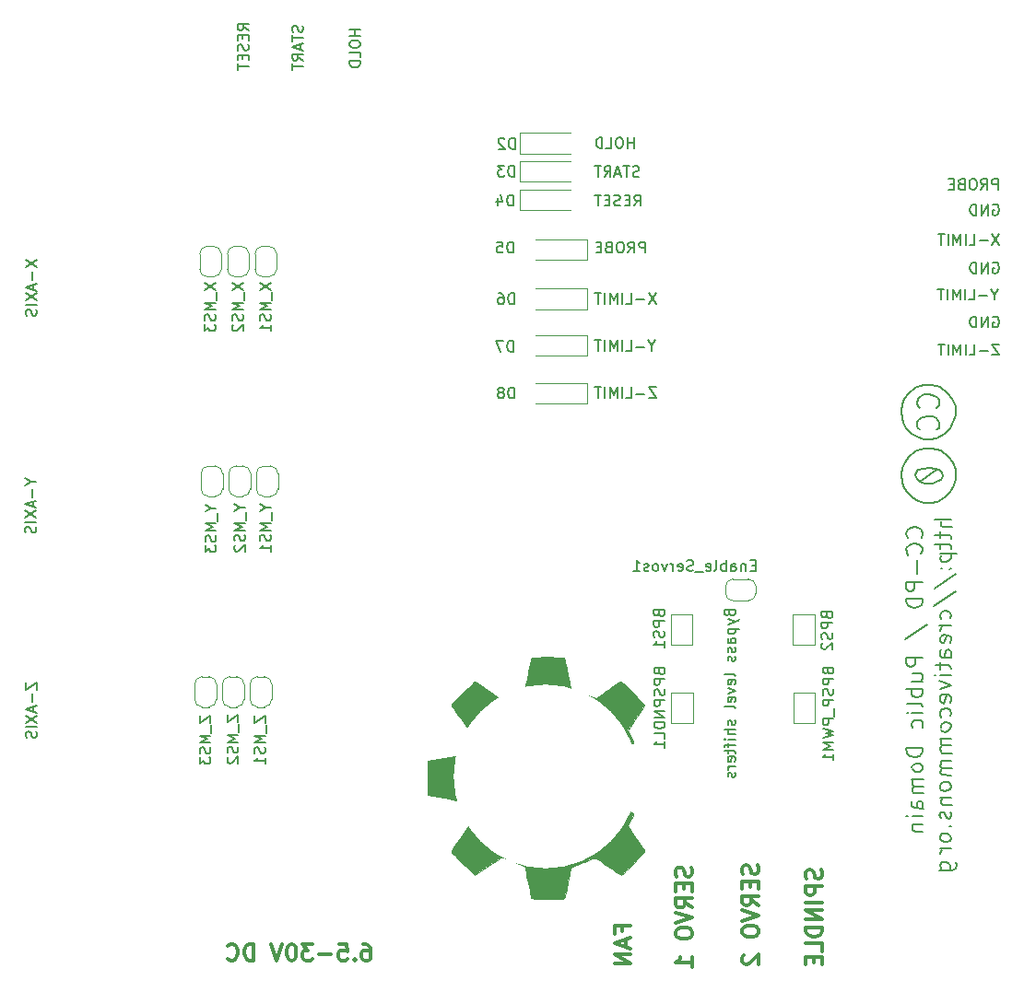
<source format=gbo>
G04 #@! TF.GenerationSoftware,KiCad,Pcbnew,(5.1.5)-3*
G04 #@! TF.CreationDate,2025-02-09T11:39:34+01:00*
G04 #@! TF.ProjectId,ESP32-cnc,45535033-322d-4636-9e63-2e6b69636164,rev?*
G04 #@! TF.SameCoordinates,Original*
G04 #@! TF.FileFunction,Legend,Bot*
G04 #@! TF.FilePolarity,Positive*
%FSLAX46Y46*%
G04 Gerber Fmt 4.6, Leading zero omitted, Abs format (unit mm)*
G04 Created by KiCad (PCBNEW (5.1.5)-3) date 2025-02-09 11:39:34*
%MOMM*%
%LPD*%
G04 APERTURE LIST*
%ADD10C,0.150000*%
%ADD11C,0.300000*%
%ADD12C,0.120000*%
%ADD13C,0.010000*%
%ADD14O,1.802000X1.802000*%
%ADD15R,1.802000X1.802000*%
%ADD16C,1.202000*%
%ADD17C,16.902000*%
%ADD18C,2.102000*%
%ADD19R,2.102000X2.102000*%
%ADD20R,2.102000X1.802000*%
%ADD21C,1.632000*%
%ADD22R,1.632000X1.632000*%
%ADD23C,1.662000*%
%ADD24R,1.662000X1.662000*%
%ADD25C,0.100000*%
%ADD26R,3.102000X3.102000*%
%ADD27O,2.502000X1.702000*%
%ADD28R,2.502000X1.702000*%
%ADD29C,1.712000*%
%ADD30R,1.712000X1.712000*%
%ADD31R,2.082000X4.062000*%
%ADD32O,2.082000X4.062000*%
G04 APERTURE END LIST*
D10*
X74221504Y-73887080D02*
X73554837Y-73887080D01*
X74221504Y-74887080D01*
X73554837Y-74887080D01*
X73173885Y-74506128D02*
X72411980Y-74506128D01*
X71459599Y-74887080D02*
X71935790Y-74887080D01*
X71935790Y-73887080D01*
X71126266Y-74887080D02*
X71126266Y-73887080D01*
X70650075Y-74887080D02*
X70650075Y-73887080D01*
X70316742Y-74601366D01*
X69983409Y-73887080D01*
X69983409Y-74887080D01*
X69507218Y-74887080D02*
X69507218Y-73887080D01*
X69173885Y-73887080D02*
X68602456Y-73887080D01*
X68888170Y-74887080D02*
X68888170Y-73887080D01*
X73840551Y-70092890D02*
X73840551Y-70569080D01*
X74173885Y-69569080D02*
X73840551Y-70092890D01*
X73507218Y-69569080D01*
X73173885Y-70188128D02*
X72411980Y-70188128D01*
X71459599Y-70569080D02*
X71935790Y-70569080D01*
X71935790Y-69569080D01*
X71126266Y-70569080D02*
X71126266Y-69569080D01*
X70650075Y-70569080D02*
X70650075Y-69569080D01*
X70316742Y-70283366D01*
X69983409Y-69569080D01*
X69983409Y-70569080D01*
X69507218Y-70569080D02*
X69507218Y-69569080D01*
X69173885Y-69569080D02*
X68602456Y-69569080D01*
X68888171Y-70569080D02*
X68888171Y-69569080D01*
X74221504Y-65200280D02*
X73554837Y-66200280D01*
X73554837Y-65200280D02*
X74221504Y-66200280D01*
X73173885Y-65819328D02*
X72411980Y-65819328D01*
X71459599Y-66200280D02*
X71935790Y-66200280D01*
X71935790Y-65200280D01*
X71126266Y-66200280D02*
X71126266Y-65200280D01*
X70650075Y-66200280D02*
X70650075Y-65200280D01*
X70316742Y-65914566D01*
X69983409Y-65200280D01*
X69983409Y-66200280D01*
X69507218Y-66200280D02*
X69507218Y-65200280D01*
X69173885Y-65200280D02*
X68602456Y-65200280D01*
X68888170Y-66200280D02*
X68888170Y-65200280D01*
X73221504Y-61526680D02*
X73221504Y-60526680D01*
X72840551Y-60526680D01*
X72745313Y-60574300D01*
X72697694Y-60621919D01*
X72650075Y-60717157D01*
X72650075Y-60860014D01*
X72697694Y-60955252D01*
X72745313Y-61002871D01*
X72840551Y-61050490D01*
X73221504Y-61050490D01*
X71650075Y-61526680D02*
X71983409Y-61050490D01*
X72221504Y-61526680D02*
X72221504Y-60526680D01*
X71840551Y-60526680D01*
X71745313Y-60574300D01*
X71697694Y-60621919D01*
X71650075Y-60717157D01*
X71650075Y-60860014D01*
X71697694Y-60955252D01*
X71745313Y-61002871D01*
X71840551Y-61050490D01*
X72221504Y-61050490D01*
X71031028Y-60526680D02*
X70840551Y-60526680D01*
X70745313Y-60574300D01*
X70650075Y-60669538D01*
X70602456Y-60860014D01*
X70602456Y-61193347D01*
X70650075Y-61383823D01*
X70745313Y-61479061D01*
X70840551Y-61526680D01*
X71031028Y-61526680D01*
X71126266Y-61479061D01*
X71221504Y-61383823D01*
X71269123Y-61193347D01*
X71269123Y-60860014D01*
X71221504Y-60669538D01*
X71126266Y-60574300D01*
X71031028Y-60526680D01*
X69840551Y-61002871D02*
X69697694Y-61050490D01*
X69650075Y-61098109D01*
X69602456Y-61193347D01*
X69602456Y-61336204D01*
X69650075Y-61431442D01*
X69697694Y-61479061D01*
X69792932Y-61526680D01*
X70173885Y-61526680D01*
X70173885Y-60526680D01*
X69840551Y-60526680D01*
X69745313Y-60574300D01*
X69697694Y-60621919D01*
X69650075Y-60717157D01*
X69650075Y-60812395D01*
X69697694Y-60907633D01*
X69745313Y-60955252D01*
X69840551Y-61002871D01*
X70173885Y-61002871D01*
X69173885Y-61002871D02*
X68840551Y-61002871D01*
X68697694Y-61526680D02*
X69173885Y-61526680D01*
X69173885Y-60526680D01*
X68697694Y-60526680D01*
X72221504Y-57208680D02*
X72554838Y-56732490D01*
X72792933Y-57208680D02*
X72792933Y-56208680D01*
X72411981Y-56208680D01*
X72316743Y-56256300D01*
X72269124Y-56303919D01*
X72221504Y-56399157D01*
X72221504Y-56542014D01*
X72269124Y-56637252D01*
X72316743Y-56684871D01*
X72411981Y-56732490D01*
X72792933Y-56732490D01*
X71792933Y-56684871D02*
X71459600Y-56684871D01*
X71316743Y-57208680D02*
X71792933Y-57208680D01*
X71792933Y-56208680D01*
X71316743Y-56208680D01*
X70935790Y-57161061D02*
X70792933Y-57208680D01*
X70554838Y-57208680D01*
X70459600Y-57161061D01*
X70411981Y-57113442D01*
X70364362Y-57018204D01*
X70364362Y-56922966D01*
X70411981Y-56827728D01*
X70459600Y-56780109D01*
X70554838Y-56732490D01*
X70745314Y-56684871D01*
X70840552Y-56637252D01*
X70888171Y-56589633D01*
X70935790Y-56494395D01*
X70935790Y-56399157D01*
X70888171Y-56303919D01*
X70840552Y-56256300D01*
X70745314Y-56208680D01*
X70507219Y-56208680D01*
X70364362Y-56256300D01*
X69935790Y-56684871D02*
X69602457Y-56684871D01*
X69459600Y-57208680D02*
X69935790Y-57208680D01*
X69935790Y-56208680D01*
X69459600Y-56208680D01*
X69173885Y-56208680D02*
X68602457Y-56208680D01*
X68888171Y-57208680D02*
X68888171Y-56208680D01*
X72650075Y-54519461D02*
X72507218Y-54567080D01*
X72269123Y-54567080D01*
X72173885Y-54519461D01*
X72126265Y-54471842D01*
X72078646Y-54376604D01*
X72078646Y-54281366D01*
X72126265Y-54186128D01*
X72173885Y-54138509D01*
X72269123Y-54090890D01*
X72459599Y-54043271D01*
X72554837Y-53995652D01*
X72602456Y-53948033D01*
X72650075Y-53852795D01*
X72650075Y-53757557D01*
X72602456Y-53662319D01*
X72554837Y-53614700D01*
X72459599Y-53567080D01*
X72221504Y-53567080D01*
X72078646Y-53614700D01*
X71792932Y-53567080D02*
X71221504Y-53567080D01*
X71507218Y-54567080D02*
X71507218Y-53567080D01*
X70935789Y-54281366D02*
X70459599Y-54281366D01*
X71031027Y-54567080D02*
X70697694Y-53567080D01*
X70364361Y-54567080D01*
X69459599Y-54567080D02*
X69792932Y-54090890D01*
X70031027Y-54567080D02*
X70031027Y-53567080D01*
X69650075Y-53567080D01*
X69554837Y-53614700D01*
X69507218Y-53662319D01*
X69459599Y-53757557D01*
X69459599Y-53900414D01*
X69507218Y-53995652D01*
X69554837Y-54043271D01*
X69650075Y-54090890D01*
X70031027Y-54090890D01*
X69173885Y-53567080D02*
X68602456Y-53567080D01*
X68888170Y-54567080D02*
X68888170Y-53567080D01*
X72173885Y-51925480D02*
X72173885Y-50925480D01*
X72173885Y-51401671D02*
X71602457Y-51401671D01*
X71602457Y-51925480D02*
X71602457Y-50925480D01*
X70935790Y-50925480D02*
X70745314Y-50925480D01*
X70650076Y-50973100D01*
X70554838Y-51068338D01*
X70507219Y-51258814D01*
X70507219Y-51592147D01*
X70554838Y-51782623D01*
X70650076Y-51877861D01*
X70745314Y-51925480D01*
X70935790Y-51925480D01*
X71031028Y-51877861D01*
X71126266Y-51782623D01*
X71173885Y-51592147D01*
X71173885Y-51258814D01*
X71126266Y-51068338D01*
X71031028Y-50973100D01*
X70935790Y-50925480D01*
X69602457Y-51925480D02*
X70078647Y-51925480D01*
X70078647Y-50925480D01*
X69269123Y-51925480D02*
X69269123Y-50925480D01*
X69031028Y-50925480D01*
X68888171Y-50973100D01*
X68792933Y-51068338D01*
X68745314Y-51163576D01*
X68697695Y-51354052D01*
X68697695Y-51496909D01*
X68745314Y-51687385D01*
X68792933Y-51782623D01*
X68888171Y-51877861D01*
X69031028Y-51925480D01*
X69269123Y-51925480D01*
D11*
X47309942Y-125073671D02*
X47595657Y-125073671D01*
X47738514Y-125145100D01*
X47809942Y-125216528D01*
X47952800Y-125430814D01*
X48024228Y-125716528D01*
X48024228Y-126287957D01*
X47952800Y-126430814D01*
X47881371Y-126502242D01*
X47738514Y-126573671D01*
X47452800Y-126573671D01*
X47309942Y-126502242D01*
X47238514Y-126430814D01*
X47167085Y-126287957D01*
X47167085Y-125930814D01*
X47238514Y-125787957D01*
X47309942Y-125716528D01*
X47452800Y-125645100D01*
X47738514Y-125645100D01*
X47881371Y-125716528D01*
X47952800Y-125787957D01*
X48024228Y-125930814D01*
X46524228Y-126430814D02*
X46452800Y-126502242D01*
X46524228Y-126573671D01*
X46595657Y-126502242D01*
X46524228Y-126430814D01*
X46524228Y-126573671D01*
X45095657Y-125073671D02*
X45809942Y-125073671D01*
X45881371Y-125787957D01*
X45809942Y-125716528D01*
X45667085Y-125645100D01*
X45309942Y-125645100D01*
X45167085Y-125716528D01*
X45095657Y-125787957D01*
X45024228Y-125930814D01*
X45024228Y-126287957D01*
X45095657Y-126430814D01*
X45167085Y-126502242D01*
X45309942Y-126573671D01*
X45667085Y-126573671D01*
X45809942Y-126502242D01*
X45881371Y-126430814D01*
X44381371Y-126002242D02*
X43238514Y-126002242D01*
X42667085Y-125073671D02*
X41738514Y-125073671D01*
X42238514Y-125645100D01*
X42024228Y-125645100D01*
X41881371Y-125716528D01*
X41809942Y-125787957D01*
X41738514Y-125930814D01*
X41738514Y-126287957D01*
X41809942Y-126430814D01*
X41881371Y-126502242D01*
X42024228Y-126573671D01*
X42452800Y-126573671D01*
X42595657Y-126502242D01*
X42667085Y-126430814D01*
X40809942Y-125073671D02*
X40667085Y-125073671D01*
X40524228Y-125145100D01*
X40452800Y-125216528D01*
X40381371Y-125359385D01*
X40309942Y-125645100D01*
X40309942Y-126002242D01*
X40381371Y-126287957D01*
X40452800Y-126430814D01*
X40524228Y-126502242D01*
X40667085Y-126573671D01*
X40809942Y-126573671D01*
X40952800Y-126502242D01*
X41024228Y-126430814D01*
X41095657Y-126287957D01*
X41167085Y-126002242D01*
X41167085Y-125645100D01*
X41095657Y-125359385D01*
X41024228Y-125216528D01*
X40952800Y-125145100D01*
X40809942Y-125073671D01*
X39881371Y-125073671D02*
X39381371Y-126573671D01*
X38881371Y-125073671D01*
X37238514Y-126573671D02*
X37238514Y-125073671D01*
X36881371Y-125073671D01*
X36667085Y-125145100D01*
X36524228Y-125287957D01*
X36452800Y-125430814D01*
X36381371Y-125716528D01*
X36381371Y-125930814D01*
X36452800Y-126216528D01*
X36524228Y-126359385D01*
X36667085Y-126502242D01*
X36881371Y-126573671D01*
X37238514Y-126573671D01*
X34881371Y-126430814D02*
X34952800Y-126502242D01*
X35167085Y-126573671D01*
X35309942Y-126573671D01*
X35524228Y-126502242D01*
X35667085Y-126359385D01*
X35738514Y-126216528D01*
X35809942Y-125930814D01*
X35809942Y-125716528D01*
X35738514Y-125430814D01*
X35667085Y-125287957D01*
X35524228Y-125145100D01*
X35309942Y-125073671D01*
X35167085Y-125073671D01*
X34952800Y-125145100D01*
X34881371Y-125216528D01*
X71114457Y-123918814D02*
X71114457Y-123418814D01*
X71900171Y-123418814D02*
X70400171Y-123418814D01*
X70400171Y-124133100D01*
X71471600Y-124633100D02*
X71471600Y-125347385D01*
X71900171Y-124490242D02*
X70400171Y-124990242D01*
X71900171Y-125490242D01*
X71900171Y-125990242D02*
X70400171Y-125990242D01*
X71900171Y-126847385D01*
X70400171Y-126847385D01*
D10*
X105155904Y-57119900D02*
X105251142Y-57072280D01*
X105394000Y-57072280D01*
X105536857Y-57119900D01*
X105632095Y-57215138D01*
X105679714Y-57310376D01*
X105727333Y-57500852D01*
X105727333Y-57643709D01*
X105679714Y-57834185D01*
X105632095Y-57929423D01*
X105536857Y-58024661D01*
X105394000Y-58072280D01*
X105298761Y-58072280D01*
X105155904Y-58024661D01*
X105108285Y-57977042D01*
X105108285Y-57643709D01*
X105298761Y-57643709D01*
X104679714Y-58072280D02*
X104679714Y-57072280D01*
X104108285Y-58072280D01*
X104108285Y-57072280D01*
X103632095Y-58072280D02*
X103632095Y-57072280D01*
X103394000Y-57072280D01*
X103251142Y-57119900D01*
X103155904Y-57215138D01*
X103108285Y-57310376D01*
X103060666Y-57500852D01*
X103060666Y-57643709D01*
X103108285Y-57834185D01*
X103155904Y-57929423D01*
X103251142Y-58024661D01*
X103394000Y-58072280D01*
X103632095Y-58072280D01*
X105155904Y-62453900D02*
X105251142Y-62406280D01*
X105394000Y-62406280D01*
X105536857Y-62453900D01*
X105632095Y-62549138D01*
X105679714Y-62644376D01*
X105727333Y-62834852D01*
X105727333Y-62977709D01*
X105679714Y-63168185D01*
X105632095Y-63263423D01*
X105536857Y-63358661D01*
X105394000Y-63406280D01*
X105298761Y-63406280D01*
X105155904Y-63358661D01*
X105108285Y-63311042D01*
X105108285Y-62977709D01*
X105298761Y-62977709D01*
X104679714Y-63406280D02*
X104679714Y-62406280D01*
X104108285Y-63406280D01*
X104108285Y-62406280D01*
X103632095Y-63406280D02*
X103632095Y-62406280D01*
X103394000Y-62406280D01*
X103251142Y-62453900D01*
X103155904Y-62549138D01*
X103108285Y-62644376D01*
X103060666Y-62834852D01*
X103060666Y-62977709D01*
X103108285Y-63168185D01*
X103155904Y-63263423D01*
X103251142Y-63358661D01*
X103394000Y-63406280D01*
X103632095Y-63406280D01*
X105155904Y-67432300D02*
X105251142Y-67384680D01*
X105394000Y-67384680D01*
X105536857Y-67432300D01*
X105632095Y-67527538D01*
X105679714Y-67622776D01*
X105727333Y-67813252D01*
X105727333Y-67956109D01*
X105679714Y-68146585D01*
X105632095Y-68241823D01*
X105536857Y-68337061D01*
X105394000Y-68384680D01*
X105298761Y-68384680D01*
X105155904Y-68337061D01*
X105108285Y-68289442D01*
X105108285Y-67956109D01*
X105298761Y-67956109D01*
X104679714Y-68384680D02*
X104679714Y-67384680D01*
X104108285Y-68384680D01*
X104108285Y-67384680D01*
X103632095Y-68384680D02*
X103632095Y-67384680D01*
X103394000Y-67384680D01*
X103251142Y-67432300D01*
X103155904Y-67527538D01*
X103108285Y-67622776D01*
X103060666Y-67813252D01*
X103060666Y-67956109D01*
X103108285Y-68146585D01*
X103155904Y-68241823D01*
X103251142Y-68337061D01*
X103394000Y-68384680D01*
X103632095Y-68384680D01*
X105757314Y-69924680D02*
X105090647Y-69924680D01*
X105757314Y-70924680D01*
X105090647Y-70924680D01*
X104709695Y-70543728D02*
X103947790Y-70543728D01*
X102995409Y-70924680D02*
X103471600Y-70924680D01*
X103471600Y-69924680D01*
X102662076Y-70924680D02*
X102662076Y-69924680D01*
X102185885Y-70924680D02*
X102185885Y-69924680D01*
X101852552Y-70638966D01*
X101519219Y-69924680D01*
X101519219Y-70924680D01*
X101043028Y-70924680D02*
X101043028Y-69924680D01*
X100709695Y-69924680D02*
X100138266Y-69924680D01*
X100423980Y-70924680D02*
X100423980Y-69924680D01*
X105322380Y-65368490D02*
X105322380Y-65844680D01*
X105655714Y-64844680D02*
X105322380Y-65368490D01*
X104989047Y-64844680D01*
X104655714Y-65463728D02*
X103893809Y-65463728D01*
X102941428Y-65844680D02*
X103417619Y-65844680D01*
X103417619Y-64844680D01*
X102608095Y-65844680D02*
X102608095Y-64844680D01*
X102131904Y-65844680D02*
X102131904Y-64844680D01*
X101798571Y-65558966D01*
X101465238Y-64844680D01*
X101465238Y-65844680D01*
X100989047Y-65844680D02*
X100989047Y-64844680D01*
X100655714Y-64844680D02*
X100084285Y-64844680D01*
X100370000Y-65844680D02*
X100370000Y-64844680D01*
X105757314Y-59815480D02*
X105090647Y-60815480D01*
X105090647Y-59815480D02*
X105757314Y-60815480D01*
X104709695Y-60434528D02*
X103947790Y-60434528D01*
X102995409Y-60815480D02*
X103471600Y-60815480D01*
X103471600Y-59815480D01*
X102662076Y-60815480D02*
X102662076Y-59815480D01*
X102185885Y-60815480D02*
X102185885Y-59815480D01*
X101852552Y-60529766D01*
X101519219Y-59815480D01*
X101519219Y-60815480D01*
X101043028Y-60815480D02*
X101043028Y-59815480D01*
X100709695Y-59815480D02*
X100138266Y-59815480D01*
X100423980Y-60815480D02*
X100423980Y-59815480D01*
X105616095Y-55735480D02*
X105616095Y-54735480D01*
X105235142Y-54735480D01*
X105139904Y-54783100D01*
X105092285Y-54830719D01*
X105044666Y-54925957D01*
X105044666Y-55068814D01*
X105092285Y-55164052D01*
X105139904Y-55211671D01*
X105235142Y-55259290D01*
X105616095Y-55259290D01*
X104044666Y-55735480D02*
X104378000Y-55259290D01*
X104616095Y-55735480D02*
X104616095Y-54735480D01*
X104235142Y-54735480D01*
X104139904Y-54783100D01*
X104092285Y-54830719D01*
X104044666Y-54925957D01*
X104044666Y-55068814D01*
X104092285Y-55164052D01*
X104139904Y-55211671D01*
X104235142Y-55259290D01*
X104616095Y-55259290D01*
X103425619Y-54735480D02*
X103235142Y-54735480D01*
X103139904Y-54783100D01*
X103044666Y-54878338D01*
X102997047Y-55068814D01*
X102997047Y-55402147D01*
X103044666Y-55592623D01*
X103139904Y-55687861D01*
X103235142Y-55735480D01*
X103425619Y-55735480D01*
X103520857Y-55687861D01*
X103616095Y-55592623D01*
X103663714Y-55402147D01*
X103663714Y-55068814D01*
X103616095Y-54878338D01*
X103520857Y-54783100D01*
X103425619Y-54735480D01*
X102235142Y-55211671D02*
X102092285Y-55259290D01*
X102044666Y-55306909D01*
X101997047Y-55402147D01*
X101997047Y-55545004D01*
X102044666Y-55640242D01*
X102092285Y-55687861D01*
X102187523Y-55735480D01*
X102568476Y-55735480D01*
X102568476Y-54735480D01*
X102235142Y-54735480D01*
X102139904Y-54783100D01*
X102092285Y-54830719D01*
X102044666Y-54925957D01*
X102044666Y-55021195D01*
X102092285Y-55116433D01*
X102139904Y-55164052D01*
X102235142Y-55211671D01*
X102568476Y-55211671D01*
X101568476Y-55211671D02*
X101235142Y-55211671D01*
X101092285Y-55735480D02*
X101568476Y-55735480D01*
X101568476Y-54735480D01*
X101092285Y-54735480D01*
X80954571Y-94661957D02*
X81002190Y-94804814D01*
X81049809Y-94852433D01*
X81145047Y-94900052D01*
X81287904Y-94900052D01*
X81383142Y-94852433D01*
X81430761Y-94804814D01*
X81478380Y-94709576D01*
X81478380Y-94328623D01*
X80478380Y-94328623D01*
X80478380Y-94661957D01*
X80526000Y-94757195D01*
X80573619Y-94804814D01*
X80668857Y-94852433D01*
X80764095Y-94852433D01*
X80859333Y-94804814D01*
X80906952Y-94757195D01*
X80954571Y-94661957D01*
X80954571Y-94328623D01*
X80811714Y-95233385D02*
X81478380Y-95471480D01*
X80811714Y-95709576D02*
X81478380Y-95471480D01*
X81716476Y-95376242D01*
X81764095Y-95328623D01*
X81811714Y-95233385D01*
X80811714Y-96090528D02*
X81811714Y-96090528D01*
X80859333Y-96090528D02*
X80811714Y-96185766D01*
X80811714Y-96376242D01*
X80859333Y-96471480D01*
X80906952Y-96519100D01*
X81002190Y-96566719D01*
X81287904Y-96566719D01*
X81383142Y-96519100D01*
X81430761Y-96471480D01*
X81478380Y-96376242D01*
X81478380Y-96185766D01*
X81430761Y-96090528D01*
X81478380Y-97423861D02*
X80954571Y-97423861D01*
X80859333Y-97376242D01*
X80811714Y-97281004D01*
X80811714Y-97090528D01*
X80859333Y-96995290D01*
X81430761Y-97423861D02*
X81478380Y-97328623D01*
X81478380Y-97090528D01*
X81430761Y-96995290D01*
X81335523Y-96947671D01*
X81240285Y-96947671D01*
X81145047Y-96995290D01*
X81097428Y-97090528D01*
X81097428Y-97328623D01*
X81049809Y-97423861D01*
X81430761Y-97852433D02*
X81478380Y-97947671D01*
X81478380Y-98138147D01*
X81430761Y-98233385D01*
X81335523Y-98281004D01*
X81287904Y-98281004D01*
X81192666Y-98233385D01*
X81145047Y-98138147D01*
X81145047Y-97995290D01*
X81097428Y-97900052D01*
X81002190Y-97852433D01*
X80954571Y-97852433D01*
X80859333Y-97900052D01*
X80811714Y-97995290D01*
X80811714Y-98138147D01*
X80859333Y-98233385D01*
X81430761Y-98661957D02*
X81478380Y-98757195D01*
X81478380Y-98947671D01*
X81430761Y-99042909D01*
X81335523Y-99090528D01*
X81287904Y-99090528D01*
X81192666Y-99042909D01*
X81145047Y-98947671D01*
X81145047Y-98804814D01*
X81097428Y-98709576D01*
X81002190Y-98661957D01*
X80954571Y-98661957D01*
X80859333Y-98709576D01*
X80811714Y-98804814D01*
X80811714Y-98947671D01*
X80859333Y-99042909D01*
X81478380Y-100423861D02*
X81430761Y-100328623D01*
X81335523Y-100281004D01*
X80478380Y-100281004D01*
X81430761Y-101185766D02*
X81478380Y-101090528D01*
X81478380Y-100900052D01*
X81430761Y-100804814D01*
X81335523Y-100757195D01*
X80954571Y-100757195D01*
X80859333Y-100804814D01*
X80811714Y-100900052D01*
X80811714Y-101090528D01*
X80859333Y-101185766D01*
X80954571Y-101233385D01*
X81049809Y-101233385D01*
X81145047Y-100757195D01*
X80811714Y-101566719D02*
X81478380Y-101804814D01*
X80811714Y-102042909D01*
X81430761Y-102804814D02*
X81478380Y-102709576D01*
X81478380Y-102519100D01*
X81430761Y-102423861D01*
X81335523Y-102376242D01*
X80954571Y-102376242D01*
X80859333Y-102423861D01*
X80811714Y-102519100D01*
X80811714Y-102709576D01*
X80859333Y-102804814D01*
X80954571Y-102852433D01*
X81049809Y-102852433D01*
X81145047Y-102376242D01*
X81478380Y-103423861D02*
X81430761Y-103328623D01*
X81335523Y-103281004D01*
X80478380Y-103281004D01*
X81430761Y-104519100D02*
X81478380Y-104614338D01*
X81478380Y-104804814D01*
X81430761Y-104900052D01*
X81335523Y-104947671D01*
X81287904Y-104947671D01*
X81192666Y-104900052D01*
X81145047Y-104804814D01*
X81145047Y-104661957D01*
X81097428Y-104566719D01*
X81002190Y-104519100D01*
X80954571Y-104519100D01*
X80859333Y-104566719D01*
X80811714Y-104661957D01*
X80811714Y-104804814D01*
X80859333Y-104900052D01*
X81478380Y-105376242D02*
X80478380Y-105376242D01*
X81478380Y-105804814D02*
X80954571Y-105804814D01*
X80859333Y-105757195D01*
X80811714Y-105661957D01*
X80811714Y-105519100D01*
X80859333Y-105423861D01*
X80906952Y-105376242D01*
X81478380Y-106281004D02*
X80811714Y-106281004D01*
X80478380Y-106281004D02*
X80526000Y-106233385D01*
X80573619Y-106281004D01*
X80526000Y-106328623D01*
X80478380Y-106281004D01*
X80573619Y-106281004D01*
X80811714Y-106614338D02*
X80811714Y-106995290D01*
X81478380Y-106757195D02*
X80621238Y-106757195D01*
X80526000Y-106804814D01*
X80478380Y-106900052D01*
X80478380Y-106995290D01*
X80811714Y-107185766D02*
X80811714Y-107566719D01*
X80478380Y-107328623D02*
X81335523Y-107328623D01*
X81430761Y-107376242D01*
X81478380Y-107471480D01*
X81478380Y-107566719D01*
X81430761Y-108281004D02*
X81478380Y-108185766D01*
X81478380Y-107995290D01*
X81430761Y-107900052D01*
X81335523Y-107852433D01*
X80954571Y-107852433D01*
X80859333Y-107900052D01*
X80811714Y-107995290D01*
X80811714Y-108185766D01*
X80859333Y-108281004D01*
X80954571Y-108328623D01*
X81049809Y-108328623D01*
X81145047Y-107852433D01*
X81478380Y-108757195D02*
X80811714Y-108757195D01*
X81002190Y-108757195D02*
X80906952Y-108804814D01*
X80859333Y-108852433D01*
X80811714Y-108947671D01*
X80811714Y-109042909D01*
X81430761Y-109328623D02*
X81478380Y-109423861D01*
X81478380Y-109614338D01*
X81430761Y-109709576D01*
X81335523Y-109757195D01*
X81287904Y-109757195D01*
X81192666Y-109709576D01*
X81145047Y-109614338D01*
X81145047Y-109471480D01*
X81097428Y-109376242D01*
X81002190Y-109328623D01*
X80954571Y-109328623D01*
X80859333Y-109376242D01*
X80811714Y-109471480D01*
X80811714Y-109614338D01*
X80859333Y-109709576D01*
D11*
X89405542Y-118235957D02*
X89476971Y-118450242D01*
X89476971Y-118807385D01*
X89405542Y-118950242D01*
X89334114Y-119021671D01*
X89191257Y-119093100D01*
X89048400Y-119093100D01*
X88905542Y-119021671D01*
X88834114Y-118950242D01*
X88762685Y-118807385D01*
X88691257Y-118521671D01*
X88619828Y-118378814D01*
X88548400Y-118307385D01*
X88405542Y-118235957D01*
X88262685Y-118235957D01*
X88119828Y-118307385D01*
X88048400Y-118378814D01*
X87976971Y-118521671D01*
X87976971Y-118878814D01*
X88048400Y-119093100D01*
X89476971Y-119735957D02*
X87976971Y-119735957D01*
X87976971Y-120307385D01*
X88048400Y-120450242D01*
X88119828Y-120521671D01*
X88262685Y-120593100D01*
X88476971Y-120593100D01*
X88619828Y-120521671D01*
X88691257Y-120450242D01*
X88762685Y-120307385D01*
X88762685Y-119735957D01*
X89476971Y-121235957D02*
X87976971Y-121235957D01*
X89476971Y-121950242D02*
X87976971Y-121950242D01*
X89476971Y-122807385D01*
X87976971Y-122807385D01*
X89476971Y-123521671D02*
X87976971Y-123521671D01*
X87976971Y-123878814D01*
X88048400Y-124093100D01*
X88191257Y-124235957D01*
X88334114Y-124307385D01*
X88619828Y-124378814D01*
X88834114Y-124378814D01*
X89119828Y-124307385D01*
X89262685Y-124235957D01*
X89405542Y-124093100D01*
X89476971Y-123878814D01*
X89476971Y-123521671D01*
X89476971Y-125735957D02*
X89476971Y-125021671D01*
X87976971Y-125021671D01*
X88691257Y-126235957D02*
X88691257Y-126735957D01*
X89476971Y-126950242D02*
X89476971Y-126235957D01*
X87976971Y-126235957D01*
X87976971Y-126950242D01*
X83563542Y-117818471D02*
X83634971Y-118032757D01*
X83634971Y-118389900D01*
X83563542Y-118532757D01*
X83492114Y-118604185D01*
X83349257Y-118675614D01*
X83206400Y-118675614D01*
X83063542Y-118604185D01*
X82992114Y-118532757D01*
X82920685Y-118389900D01*
X82849257Y-118104185D01*
X82777828Y-117961328D01*
X82706400Y-117889900D01*
X82563542Y-117818471D01*
X82420685Y-117818471D01*
X82277828Y-117889900D01*
X82206400Y-117961328D01*
X82134971Y-118104185D01*
X82134971Y-118461328D01*
X82206400Y-118675614D01*
X82849257Y-119318471D02*
X82849257Y-119818471D01*
X83634971Y-120032757D02*
X83634971Y-119318471D01*
X82134971Y-119318471D01*
X82134971Y-120032757D01*
X83634971Y-121532757D02*
X82920685Y-121032757D01*
X83634971Y-120675614D02*
X82134971Y-120675614D01*
X82134971Y-121247042D01*
X82206400Y-121389900D01*
X82277828Y-121461328D01*
X82420685Y-121532757D01*
X82634971Y-121532757D01*
X82777828Y-121461328D01*
X82849257Y-121389900D01*
X82920685Y-121247042D01*
X82920685Y-120675614D01*
X82134971Y-121961328D02*
X83634971Y-122461328D01*
X82134971Y-122961328D01*
X82134971Y-123747042D02*
X82134971Y-124032757D01*
X82206400Y-124175614D01*
X82349257Y-124318471D01*
X82634971Y-124389900D01*
X83134971Y-124389900D01*
X83420685Y-124318471D01*
X83563542Y-124175614D01*
X83634971Y-124032757D01*
X83634971Y-123747042D01*
X83563542Y-123604185D01*
X83420685Y-123461328D01*
X83134971Y-123389900D01*
X82634971Y-123389900D01*
X82349257Y-123461328D01*
X82206400Y-123604185D01*
X82134971Y-123747042D01*
X82277828Y-126104185D02*
X82206400Y-126175614D01*
X82134971Y-126318471D01*
X82134971Y-126675614D01*
X82206400Y-126818471D01*
X82277828Y-126889900D01*
X82420685Y-126961328D01*
X82563542Y-126961328D01*
X82777828Y-126889900D01*
X83634971Y-126032757D01*
X83634971Y-126961328D01*
X77467542Y-118021671D02*
X77538971Y-118235957D01*
X77538971Y-118593100D01*
X77467542Y-118735957D01*
X77396114Y-118807385D01*
X77253257Y-118878814D01*
X77110400Y-118878814D01*
X76967542Y-118807385D01*
X76896114Y-118735957D01*
X76824685Y-118593100D01*
X76753257Y-118307385D01*
X76681828Y-118164528D01*
X76610400Y-118093100D01*
X76467542Y-118021671D01*
X76324685Y-118021671D01*
X76181828Y-118093100D01*
X76110400Y-118164528D01*
X76038971Y-118307385D01*
X76038971Y-118664528D01*
X76110400Y-118878814D01*
X76753257Y-119521671D02*
X76753257Y-120021671D01*
X77538971Y-120235957D02*
X77538971Y-119521671D01*
X76038971Y-119521671D01*
X76038971Y-120235957D01*
X77538971Y-121735957D02*
X76824685Y-121235957D01*
X77538971Y-120878814D02*
X76038971Y-120878814D01*
X76038971Y-121450242D01*
X76110400Y-121593100D01*
X76181828Y-121664528D01*
X76324685Y-121735957D01*
X76538971Y-121735957D01*
X76681828Y-121664528D01*
X76753257Y-121593100D01*
X76824685Y-121450242D01*
X76824685Y-120878814D01*
X76038971Y-122164528D02*
X77538971Y-122664528D01*
X76038971Y-123164528D01*
X76038971Y-123950242D02*
X76038971Y-124235957D01*
X76110400Y-124378814D01*
X76253257Y-124521671D01*
X76538971Y-124593100D01*
X77038971Y-124593100D01*
X77324685Y-124521671D01*
X77467542Y-124378814D01*
X77538971Y-124235957D01*
X77538971Y-123950242D01*
X77467542Y-123807385D01*
X77324685Y-123664528D01*
X77038971Y-123593100D01*
X76538971Y-123593100D01*
X76253257Y-123664528D01*
X76110400Y-123807385D01*
X76038971Y-123950242D01*
X77538971Y-127164528D02*
X77538971Y-126307385D01*
X77538971Y-126735957D02*
X76038971Y-126735957D01*
X76253257Y-126593100D01*
X76396114Y-126450242D01*
X76467542Y-126307385D01*
D10*
X16790990Y-82559804D02*
X17267180Y-82559804D01*
X16267180Y-82226471D02*
X16790990Y-82559804D01*
X16267180Y-82893138D01*
X16886228Y-83226471D02*
X16886228Y-83988376D01*
X16981466Y-84416947D02*
X16981466Y-84893138D01*
X17267180Y-84321709D02*
X16267180Y-84655042D01*
X17267180Y-84988376D01*
X16267180Y-85226471D02*
X17267180Y-85893138D01*
X16267180Y-85893138D02*
X17267180Y-85226471D01*
X17267180Y-86274090D02*
X16267180Y-86274090D01*
X17219561Y-86702661D02*
X17267180Y-86845519D01*
X17267180Y-87083614D01*
X17219561Y-87178852D01*
X17171942Y-87226471D01*
X17076704Y-87274090D01*
X16981466Y-87274090D01*
X16886228Y-87226471D01*
X16838609Y-87178852D01*
X16790990Y-87083614D01*
X16743371Y-86893138D01*
X16695752Y-86797900D01*
X16648133Y-86750280D01*
X16552895Y-86702661D01*
X16457657Y-86702661D01*
X16362419Y-86750280D01*
X16314800Y-86797900D01*
X16267180Y-86893138D01*
X16267180Y-87131233D01*
X16314800Y-87274090D01*
X16317980Y-101022471D02*
X16317980Y-101689138D01*
X17317980Y-101022471D01*
X17317980Y-101689138D01*
X16937028Y-102070090D02*
X16937028Y-102831995D01*
X17032266Y-103260566D02*
X17032266Y-103736757D01*
X17317980Y-103165328D02*
X16317980Y-103498661D01*
X17317980Y-103831995D01*
X16317980Y-104070090D02*
X17317980Y-104736757D01*
X16317980Y-104736757D02*
X17317980Y-104070090D01*
X17317980Y-105117709D02*
X16317980Y-105117709D01*
X17270361Y-105546280D02*
X17317980Y-105689138D01*
X17317980Y-105927233D01*
X17270361Y-106022471D01*
X17222742Y-106070090D01*
X17127504Y-106117709D01*
X17032266Y-106117709D01*
X16937028Y-106070090D01*
X16889409Y-106022471D01*
X16841790Y-105927233D01*
X16794171Y-105736757D01*
X16746552Y-105641519D01*
X16698933Y-105593900D01*
X16603695Y-105546280D01*
X16508457Y-105546280D01*
X16413219Y-105593900D01*
X16365600Y-105641519D01*
X16317980Y-105736757D01*
X16317980Y-105974852D01*
X16365600Y-106117709D01*
X16317980Y-62211271D02*
X17317980Y-62877938D01*
X16317980Y-62877938D02*
X17317980Y-62211271D01*
X16937028Y-63258890D02*
X16937028Y-64020795D01*
X17032266Y-64449366D02*
X17032266Y-64925557D01*
X17317980Y-64354128D02*
X16317980Y-64687461D01*
X17317980Y-65020795D01*
X16317980Y-65258890D02*
X17317980Y-65925557D01*
X16317980Y-65925557D02*
X17317980Y-65258890D01*
X17317980Y-66306509D02*
X16317980Y-66306509D01*
X17270361Y-66735080D02*
X17317980Y-66877938D01*
X17317980Y-67116033D01*
X17270361Y-67211271D01*
X17222742Y-67258890D01*
X17127504Y-67306509D01*
X17032266Y-67306509D01*
X16937028Y-67258890D01*
X16889409Y-67211271D01*
X16841790Y-67116033D01*
X16794171Y-66925557D01*
X16746552Y-66830319D01*
X16698933Y-66782700D01*
X16603695Y-66735080D01*
X16508457Y-66735080D01*
X16413219Y-66782700D01*
X16365600Y-66830319D01*
X16317980Y-66925557D01*
X16317980Y-67163652D01*
X16365600Y-67306509D01*
X47035980Y-41021214D02*
X46035980Y-41021214D01*
X46512171Y-41021214D02*
X46512171Y-41592642D01*
X47035980Y-41592642D02*
X46035980Y-41592642D01*
X46035980Y-42259309D02*
X46035980Y-42449785D01*
X46083600Y-42545023D01*
X46178838Y-42640261D01*
X46369314Y-42687880D01*
X46702647Y-42687880D01*
X46893123Y-42640261D01*
X46988361Y-42545023D01*
X47035980Y-42449785D01*
X47035980Y-42259309D01*
X46988361Y-42164071D01*
X46893123Y-42068833D01*
X46702647Y-42021214D01*
X46369314Y-42021214D01*
X46178838Y-42068833D01*
X46083600Y-42164071D01*
X46035980Y-42259309D01*
X47035980Y-43592642D02*
X47035980Y-43116452D01*
X46035980Y-43116452D01*
X47035980Y-43925976D02*
X46035980Y-43925976D01*
X46035980Y-44164071D01*
X46083600Y-44306928D01*
X46178838Y-44402166D01*
X46274076Y-44449785D01*
X46464552Y-44497404D01*
X46607409Y-44497404D01*
X46797885Y-44449785D01*
X46893123Y-44402166D01*
X46988361Y-44306928D01*
X47035980Y-44164071D01*
X47035980Y-43925976D01*
X41755961Y-40657709D02*
X41803580Y-40800566D01*
X41803580Y-41038661D01*
X41755961Y-41133900D01*
X41708342Y-41181519D01*
X41613104Y-41229138D01*
X41517866Y-41229138D01*
X41422628Y-41181519D01*
X41375009Y-41133900D01*
X41327390Y-41038661D01*
X41279771Y-40848185D01*
X41232152Y-40752947D01*
X41184533Y-40705328D01*
X41089295Y-40657709D01*
X40994057Y-40657709D01*
X40898819Y-40705328D01*
X40851200Y-40752947D01*
X40803580Y-40848185D01*
X40803580Y-41086280D01*
X40851200Y-41229138D01*
X40803580Y-41514852D02*
X40803580Y-42086280D01*
X41803580Y-41800566D02*
X40803580Y-41800566D01*
X41517866Y-42371995D02*
X41517866Y-42848185D01*
X41803580Y-42276757D02*
X40803580Y-42610090D01*
X41803580Y-42943423D01*
X41803580Y-43848185D02*
X41327390Y-43514852D01*
X41803580Y-43276757D02*
X40803580Y-43276757D01*
X40803580Y-43657709D01*
X40851200Y-43752947D01*
X40898819Y-43800566D01*
X40994057Y-43848185D01*
X41136914Y-43848185D01*
X41232152Y-43800566D01*
X41279771Y-43752947D01*
X41327390Y-43657709D01*
X41327390Y-43276757D01*
X40803580Y-44133900D02*
X40803580Y-44705328D01*
X41803580Y-44419614D02*
X40803580Y-44419614D01*
X36774380Y-41079919D02*
X36298190Y-40746585D01*
X36774380Y-40508490D02*
X35774380Y-40508490D01*
X35774380Y-40889442D01*
X35822000Y-40984680D01*
X35869619Y-41032300D01*
X35964857Y-41079919D01*
X36107714Y-41079919D01*
X36202952Y-41032300D01*
X36250571Y-40984680D01*
X36298190Y-40889442D01*
X36298190Y-40508490D01*
X36250571Y-41508490D02*
X36250571Y-41841823D01*
X36774380Y-41984680D02*
X36774380Y-41508490D01*
X35774380Y-41508490D01*
X35774380Y-41984680D01*
X36726761Y-42365633D02*
X36774380Y-42508490D01*
X36774380Y-42746585D01*
X36726761Y-42841823D01*
X36679142Y-42889442D01*
X36583904Y-42937061D01*
X36488666Y-42937061D01*
X36393428Y-42889442D01*
X36345809Y-42841823D01*
X36298190Y-42746585D01*
X36250571Y-42556109D01*
X36202952Y-42460871D01*
X36155333Y-42413252D01*
X36060095Y-42365633D01*
X35964857Y-42365633D01*
X35869619Y-42413252D01*
X35822000Y-42460871D01*
X35774380Y-42556109D01*
X35774380Y-42794204D01*
X35822000Y-42937061D01*
X36250571Y-43365633D02*
X36250571Y-43698966D01*
X36774380Y-43841823D02*
X36774380Y-43365633D01*
X35774380Y-43365633D01*
X35774380Y-43841823D01*
X35774380Y-44127538D02*
X35774380Y-44698966D01*
X36774380Y-44413252D02*
X35774380Y-44413252D01*
D12*
X67868800Y-73509500D02*
X63168800Y-73509500D01*
X67868800Y-75409500D02*
X63168800Y-75409500D01*
X67868800Y-73509500D02*
X67868800Y-75409500D01*
X34283100Y-63042000D02*
X34283100Y-61642000D01*
X33583100Y-60942000D02*
X32983100Y-60942000D01*
X32283100Y-61642000D02*
X32283100Y-63042000D01*
X32983100Y-63742000D02*
X33583100Y-63742000D01*
X33583100Y-63742000D02*
G75*
G03X34283100Y-63042000I0J700000D01*
G01*
X32283100Y-63042000D02*
G75*
G03X32983100Y-63742000I700000J0D01*
G01*
X32983100Y-60942000D02*
G75*
G03X32283100Y-61642000I0J-700000D01*
G01*
X34283100Y-61642000D02*
G75*
G03X33583100Y-60942000I-700000J0D01*
G01*
X86768800Y-94748500D02*
X86768800Y-97548500D01*
X86768800Y-97548500D02*
X88768800Y-97548500D01*
X88768800Y-97548500D02*
X88768800Y-94748500D01*
X88768800Y-94748500D02*
X86768800Y-94748500D01*
X75568800Y-94748500D02*
X75568800Y-97548500D01*
X75568800Y-97548500D02*
X77568800Y-97548500D01*
X77568800Y-97548500D02*
X77568800Y-94748500D01*
X77568800Y-94748500D02*
X75568800Y-94748500D01*
X86819600Y-101994500D02*
X86819600Y-104794500D01*
X86819600Y-104794500D02*
X88819600Y-104794500D01*
X88819600Y-104794500D02*
X88819600Y-101994500D01*
X88819600Y-101994500D02*
X86819600Y-101994500D01*
X75619600Y-101994500D02*
X75619600Y-104794500D01*
X75619600Y-104794500D02*
X77619600Y-104794500D01*
X77619600Y-104794500D02*
X77619600Y-101994500D01*
X77619600Y-101994500D02*
X75619600Y-101994500D01*
X39363100Y-63042000D02*
X39363100Y-61642000D01*
X38663100Y-60942000D02*
X38063100Y-60942000D01*
X37363100Y-61642000D02*
X37363100Y-63042000D01*
X38063100Y-63742000D02*
X38663100Y-63742000D01*
X38663100Y-63742000D02*
G75*
G03X39363100Y-63042000I0J700000D01*
G01*
X37363100Y-63042000D02*
G75*
G03X38063100Y-63742000I700000J0D01*
G01*
X38063100Y-60942000D02*
G75*
G03X37363100Y-61642000I0J-700000D01*
G01*
X39363100Y-61642000D02*
G75*
G03X38663100Y-60942000I-700000J0D01*
G01*
X38911800Y-102591900D02*
X38911800Y-101191900D01*
X38211800Y-100491900D02*
X37611800Y-100491900D01*
X36911800Y-101191900D02*
X36911800Y-102591900D01*
X37611800Y-103291900D02*
X38211800Y-103291900D01*
X38211800Y-103291900D02*
G75*
G03X38911800Y-102591900I0J700000D01*
G01*
X36911800Y-102591900D02*
G75*
G03X37611800Y-103291900I700000J0D01*
G01*
X37611800Y-100491900D02*
G75*
G03X36911800Y-101191900I0J-700000D01*
G01*
X38911800Y-101191900D02*
G75*
G03X38211800Y-100491900I-700000J0D01*
G01*
X39489800Y-83235500D02*
X39489800Y-81835500D01*
X38789800Y-81135500D02*
X38189800Y-81135500D01*
X37489800Y-81835500D02*
X37489800Y-83235500D01*
X38189800Y-83935500D02*
X38789800Y-83935500D01*
X38789800Y-83935500D02*
G75*
G03X39489800Y-83235500I0J700000D01*
G01*
X37489800Y-83235500D02*
G75*
G03X38189800Y-83935500I700000J0D01*
G01*
X38189800Y-81135500D02*
G75*
G03X37489800Y-81835500I0J-700000D01*
G01*
X39489800Y-81835500D02*
G75*
G03X38789800Y-81135500I-700000J0D01*
G01*
X33831800Y-102591900D02*
X33831800Y-101191900D01*
X33131800Y-100491900D02*
X32531800Y-100491900D01*
X31831800Y-101191900D02*
X31831800Y-102591900D01*
X32531800Y-103291900D02*
X33131800Y-103291900D01*
X33131800Y-103291900D02*
G75*
G03X33831800Y-102591900I0J700000D01*
G01*
X31831800Y-102591900D02*
G75*
G03X32531800Y-103291900I700000J0D01*
G01*
X32531800Y-100491900D02*
G75*
G03X31831800Y-101191900I0J-700000D01*
G01*
X33831800Y-101191900D02*
G75*
G03X33131800Y-100491900I-700000J0D01*
G01*
X34409800Y-83235500D02*
X34409800Y-81835500D01*
X33709800Y-81135500D02*
X33109800Y-81135500D01*
X32409800Y-81835500D02*
X32409800Y-83235500D01*
X33109800Y-83935500D02*
X33709800Y-83935500D01*
X33709800Y-83935500D02*
G75*
G03X34409800Y-83235500I0J700000D01*
G01*
X32409800Y-83235500D02*
G75*
G03X33109800Y-83935500I700000J0D01*
G01*
X33109800Y-81135500D02*
G75*
G03X32409800Y-81835500I0J-700000D01*
G01*
X34409800Y-81835500D02*
G75*
G03X33709800Y-81135500I-700000J0D01*
G01*
X36823100Y-63042000D02*
X36823100Y-61642000D01*
X36123100Y-60942000D02*
X35523100Y-60942000D01*
X34823100Y-61642000D02*
X34823100Y-63042000D01*
X35523100Y-63742000D02*
X36123100Y-63742000D01*
X36123100Y-63742000D02*
G75*
G03X36823100Y-63042000I0J700000D01*
G01*
X34823100Y-63042000D02*
G75*
G03X35523100Y-63742000I700000J0D01*
G01*
X35523100Y-60942000D02*
G75*
G03X34823100Y-61642000I0J-700000D01*
G01*
X36823100Y-61642000D02*
G75*
G03X36123100Y-60942000I-700000J0D01*
G01*
X36371800Y-102591900D02*
X36371800Y-101191900D01*
X35671800Y-100491900D02*
X35071800Y-100491900D01*
X34371800Y-101191900D02*
X34371800Y-102591900D01*
X35071800Y-103291900D02*
X35671800Y-103291900D01*
X35671800Y-103291900D02*
G75*
G03X36371800Y-102591900I0J700000D01*
G01*
X34371800Y-102591900D02*
G75*
G03X35071800Y-103291900I700000J0D01*
G01*
X35071800Y-100491900D02*
G75*
G03X34371800Y-101191900I0J-700000D01*
G01*
X36371800Y-101191900D02*
G75*
G03X35671800Y-100491900I-700000J0D01*
G01*
X36949800Y-83220500D02*
X36949800Y-81820500D01*
X36249800Y-81120500D02*
X35649800Y-81120500D01*
X34949800Y-81820500D02*
X34949800Y-83220500D01*
X35649800Y-83920500D02*
X36249800Y-83920500D01*
X36249800Y-83920500D02*
G75*
G03X36949800Y-83220500I0J700000D01*
G01*
X34949800Y-83220500D02*
G75*
G03X35649800Y-83920500I700000J0D01*
G01*
X35649800Y-81120500D02*
G75*
G03X34949800Y-81820500I0J-700000D01*
G01*
X36949800Y-81820500D02*
G75*
G03X36249800Y-81120500I-700000J0D01*
G01*
D13*
G36*
X54747066Y-111657838D02*
G01*
X56240045Y-111939294D01*
X56668163Y-112977827D01*
X57096280Y-114016361D01*
X56249081Y-115262255D01*
X56013193Y-115611170D01*
X55802575Y-115926571D01*
X55626845Y-116193739D01*
X55495617Y-116397956D01*
X55418508Y-116524504D01*
X55401882Y-116558967D01*
X55444643Y-116621052D01*
X55562859Y-116753721D01*
X55741428Y-116942101D01*
X55965250Y-117171325D01*
X56219222Y-117426519D01*
X56488245Y-117692815D01*
X56757217Y-117955342D01*
X57011037Y-118199229D01*
X57234603Y-118409605D01*
X57412814Y-118571601D01*
X57530570Y-118670345D01*
X57569979Y-118693951D01*
X57642632Y-118659978D01*
X57801801Y-118564734D01*
X58031916Y-118418235D01*
X58317408Y-118230493D01*
X58642709Y-118011522D01*
X58828252Y-117884637D01*
X59167054Y-117653363D01*
X59472789Y-117447852D01*
X59730237Y-117278075D01*
X59924181Y-117154002D01*
X60039402Y-117085602D01*
X60063616Y-117075323D01*
X60132433Y-117098624D01*
X60292819Y-117162137D01*
X60522223Y-117256279D01*
X60798096Y-117371466D01*
X61097887Y-117498117D01*
X61399046Y-117626648D01*
X61679022Y-117747475D01*
X61915266Y-117851015D01*
X62085228Y-117927686D01*
X62166357Y-117967905D01*
X62169550Y-117970279D01*
X62185041Y-118033430D01*
X62219600Y-118201615D01*
X62269830Y-118457400D01*
X62332334Y-118783353D01*
X62403714Y-119162041D01*
X62444877Y-119382985D01*
X62521921Y-119787632D01*
X62595233Y-120153124D01*
X62660802Y-120460968D01*
X62714615Y-120692674D01*
X62752661Y-120829753D01*
X62764732Y-120857309D01*
X62846435Y-120884297D01*
X63030961Y-120906073D01*
X63296730Y-120922651D01*
X63622166Y-120934046D01*
X63985690Y-120940273D01*
X64365725Y-120941345D01*
X64740692Y-120937279D01*
X65089014Y-120928089D01*
X65389113Y-120913789D01*
X65619411Y-120894395D01*
X65758329Y-120869921D01*
X65787249Y-120855242D01*
X65821913Y-120767498D01*
X65871470Y-120581572D01*
X65930098Y-120322058D01*
X65991976Y-120013549D01*
X66011994Y-119905855D01*
X66107102Y-119386619D01*
X66183697Y-118976460D01*
X66244821Y-118661825D01*
X66293521Y-118429163D01*
X66332839Y-118264919D01*
X66365820Y-118155543D01*
X66395509Y-118087481D01*
X66424950Y-118047181D01*
X66430769Y-118041543D01*
X66524499Y-117985258D01*
X66706911Y-117899395D01*
X66955667Y-117792529D01*
X67248432Y-117673231D01*
X67562869Y-117550076D01*
X67876641Y-117431638D01*
X68167412Y-117326488D01*
X68412846Y-117243202D01*
X68590606Y-117190353D01*
X68678355Y-117176513D01*
X68681429Y-117177667D01*
X68753152Y-117224560D01*
X68910962Y-117330942D01*
X69138432Y-117485633D01*
X69419137Y-117677455D01*
X69736650Y-117895228D01*
X69826881Y-117957247D01*
X70154006Y-118178382D01*
X70452477Y-118372972D01*
X70705153Y-118530415D01*
X70894896Y-118640113D01*
X71004567Y-118691464D01*
X71018041Y-118693951D01*
X71088859Y-118650806D01*
X71229151Y-118531590D01*
X71423841Y-118351627D01*
X71657850Y-118126243D01*
X71916101Y-117870764D01*
X72183515Y-117600515D01*
X72445014Y-117330822D01*
X72685522Y-117077010D01*
X72889960Y-116854406D01*
X73043250Y-116678334D01*
X73130314Y-116564120D01*
X73144529Y-116532524D01*
X73111048Y-116458979D01*
X73020748Y-116308404D01*
X72888839Y-116105325D01*
X72782667Y-115949077D01*
X72587850Y-115665963D01*
X72358460Y-115330687D01*
X72129438Y-114994388D01*
X72006865Y-114813583D01*
X71592925Y-114201597D01*
X71870688Y-113687877D01*
X71992370Y-113453840D01*
X72086951Y-113254826D01*
X72140895Y-113120169D01*
X72148402Y-113085893D01*
X72092981Y-113044676D01*
X71936373Y-112963363D01*
X71693021Y-112848022D01*
X71377373Y-112704725D01*
X71003873Y-112539541D01*
X70586968Y-112358540D01*
X70141104Y-112167792D01*
X69680726Y-111973367D01*
X69220280Y-111781335D01*
X68774211Y-111597767D01*
X68356967Y-111428732D01*
X67982992Y-111280300D01*
X67666732Y-111158542D01*
X67422633Y-111069527D01*
X67265141Y-111019325D01*
X67211052Y-111011251D01*
X67142059Y-111075242D01*
X67030063Y-111215347D01*
X66898334Y-111402279D01*
X66887911Y-111417968D01*
X66501171Y-111901113D01*
X66049976Y-112290686D01*
X65548755Y-112583312D01*
X65011934Y-112775614D01*
X64453941Y-112864217D01*
X63889202Y-112845744D01*
X63332146Y-112716819D01*
X62797198Y-112474066D01*
X62680158Y-112402646D01*
X62207545Y-112031171D01*
X61828029Y-111592318D01*
X61543585Y-111101276D01*
X61356186Y-110573234D01*
X61267805Y-110023383D01*
X61280418Y-109466910D01*
X61395996Y-108919004D01*
X61616514Y-108394856D01*
X61943946Y-107909654D01*
X62076843Y-107759567D01*
X62492847Y-107377588D01*
X62930780Y-107099244D01*
X63421664Y-106908309D01*
X63907792Y-106801968D01*
X64454353Y-106775717D01*
X65003628Y-106863252D01*
X65537050Y-107055683D01*
X66036053Y-107344118D01*
X66482072Y-107719665D01*
X66856541Y-108173433D01*
X66896013Y-108233069D01*
X67025279Y-108422004D01*
X67137280Y-108565629D01*
X67208791Y-108634294D01*
X67211052Y-108635293D01*
X67288409Y-108620551D01*
X67463977Y-108562114D01*
X67723313Y-108466054D01*
X68051973Y-108338444D01*
X68435517Y-108185356D01*
X68859501Y-108012862D01*
X69309483Y-107827035D01*
X69771019Y-107633947D01*
X70229669Y-107439671D01*
X70670988Y-107250279D01*
X71080535Y-107071844D01*
X71443868Y-106910437D01*
X71746543Y-106772132D01*
X71974117Y-106663001D01*
X72112150Y-106589116D01*
X72148402Y-106559362D01*
X72120172Y-106468444D01*
X72044461Y-106298326D01*
X71934799Y-106078342D01*
X71870688Y-105957377D01*
X71592925Y-105443658D01*
X72006865Y-104831672D01*
X72218923Y-104519267D01*
X72452288Y-104177238D01*
X72672020Y-103856722D01*
X72782667Y-103696178D01*
X72934294Y-103470379D01*
X73054451Y-103279179D01*
X73127923Y-103147520D01*
X73143455Y-103104756D01*
X73101556Y-103042514D01*
X72984590Y-102904763D01*
X72804699Y-102704858D01*
X72574030Y-102456152D01*
X72304725Y-102172002D01*
X72131813Y-101992290D01*
X71822891Y-101677879D01*
X71546584Y-101406159D01*
X71314712Y-101188113D01*
X71139093Y-101034725D01*
X71031548Y-100956979D01*
X71009724Y-100949520D01*
X70926708Y-100984133D01*
X70758855Y-101079781D01*
X70523158Y-101225855D01*
X70236611Y-101411744D01*
X69916207Y-101626839D01*
X69826881Y-101688007D01*
X69502222Y-101910887D01*
X69209921Y-102110845D01*
X68966404Y-102276702D01*
X68788097Y-102397278D01*
X68691425Y-102461394D01*
X68681429Y-102467588D01*
X68604386Y-102458325D01*
X68434997Y-102409155D01*
X68195597Y-102328651D01*
X67908522Y-102225388D01*
X67596110Y-102107938D01*
X67280697Y-101984875D01*
X66984619Y-101864772D01*
X66730212Y-101756203D01*
X66539814Y-101667742D01*
X66435760Y-101607961D01*
X66430769Y-101603712D01*
X66401031Y-101567156D01*
X66371623Y-101505413D01*
X66339502Y-101404932D01*
X66301622Y-101252159D01*
X66254940Y-101033543D01*
X66196411Y-100735531D01*
X66122991Y-100344570D01*
X66031636Y-99847108D01*
X66011994Y-99739400D01*
X65950318Y-99420177D01*
X65889982Y-99141884D01*
X65836808Y-98929114D01*
X65796619Y-98806460D01*
X65787249Y-98790013D01*
X65704183Y-98762912D01*
X65518553Y-98740883D01*
X65251938Y-98723941D01*
X64925917Y-98712100D01*
X64562066Y-98705376D01*
X64181964Y-98703784D01*
X63807189Y-98707337D01*
X63459318Y-98716051D01*
X63159930Y-98729941D01*
X62930603Y-98749021D01*
X62792913Y-98773306D01*
X62764732Y-98787946D01*
X62736306Y-98869451D01*
X62690059Y-99055046D01*
X62630005Y-99326240D01*
X62560154Y-99664543D01*
X62484519Y-100051464D01*
X62444877Y-100262270D01*
X62370108Y-100662241D01*
X62302375Y-101018919D01*
X62245076Y-101314871D01*
X62201607Y-101532663D01*
X62175367Y-101654864D01*
X62169550Y-101674976D01*
X62103964Y-101708968D01*
X61945988Y-101780824D01*
X61718191Y-101880964D01*
X61443142Y-101999812D01*
X61143411Y-102127789D01*
X60841567Y-102255316D01*
X60560177Y-102372816D01*
X60321813Y-102470712D01*
X60149042Y-102539423D01*
X60064434Y-102569374D01*
X60060736Y-102569931D01*
X59993992Y-102535978D01*
X59840399Y-102440789D01*
X59615221Y-102294368D01*
X59333724Y-102106721D01*
X59011174Y-101887852D01*
X58825902Y-101760618D01*
X58486192Y-101528773D01*
X58177772Y-101322853D01*
X57916243Y-101152903D01*
X57717206Y-101028972D01*
X57596266Y-100961106D01*
X57569154Y-100951304D01*
X57506049Y-100993438D01*
X57371310Y-101109921D01*
X57180031Y-101285872D01*
X56947308Y-101506414D01*
X56688236Y-101756665D01*
X56417909Y-102021746D01*
X56151423Y-102286778D01*
X55903873Y-102536881D01*
X55690354Y-102757176D01*
X55525961Y-102932783D01*
X55425789Y-103048822D01*
X55401882Y-103087642D01*
X55435498Y-103150849D01*
X55529938Y-103302029D01*
X55675588Y-103526481D01*
X55862834Y-103809508D01*
X56082063Y-104136410D01*
X56249081Y-104383000D01*
X57096280Y-105628894D01*
X56668163Y-106667427D01*
X56240045Y-107705961D01*
X54747066Y-107987417D01*
X53254088Y-108268873D01*
X53254088Y-111376382D01*
X54747066Y-111657838D01*
G37*
X54747066Y-111657838D02*
X56240045Y-111939294D01*
X56668163Y-112977827D01*
X57096280Y-114016361D01*
X56249081Y-115262255D01*
X56013193Y-115611170D01*
X55802575Y-115926571D01*
X55626845Y-116193739D01*
X55495617Y-116397956D01*
X55418508Y-116524504D01*
X55401882Y-116558967D01*
X55444643Y-116621052D01*
X55562859Y-116753721D01*
X55741428Y-116942101D01*
X55965250Y-117171325D01*
X56219222Y-117426519D01*
X56488245Y-117692815D01*
X56757217Y-117955342D01*
X57011037Y-118199229D01*
X57234603Y-118409605D01*
X57412814Y-118571601D01*
X57530570Y-118670345D01*
X57569979Y-118693951D01*
X57642632Y-118659978D01*
X57801801Y-118564734D01*
X58031916Y-118418235D01*
X58317408Y-118230493D01*
X58642709Y-118011522D01*
X58828252Y-117884637D01*
X59167054Y-117653363D01*
X59472789Y-117447852D01*
X59730237Y-117278075D01*
X59924181Y-117154002D01*
X60039402Y-117085602D01*
X60063616Y-117075323D01*
X60132433Y-117098624D01*
X60292819Y-117162137D01*
X60522223Y-117256279D01*
X60798096Y-117371466D01*
X61097887Y-117498117D01*
X61399046Y-117626648D01*
X61679022Y-117747475D01*
X61915266Y-117851015D01*
X62085228Y-117927686D01*
X62166357Y-117967905D01*
X62169550Y-117970279D01*
X62185041Y-118033430D01*
X62219600Y-118201615D01*
X62269830Y-118457400D01*
X62332334Y-118783353D01*
X62403714Y-119162041D01*
X62444877Y-119382985D01*
X62521921Y-119787632D01*
X62595233Y-120153124D01*
X62660802Y-120460968D01*
X62714615Y-120692674D01*
X62752661Y-120829753D01*
X62764732Y-120857309D01*
X62846435Y-120884297D01*
X63030961Y-120906073D01*
X63296730Y-120922651D01*
X63622166Y-120934046D01*
X63985690Y-120940273D01*
X64365725Y-120941345D01*
X64740692Y-120937279D01*
X65089014Y-120928089D01*
X65389113Y-120913789D01*
X65619411Y-120894395D01*
X65758329Y-120869921D01*
X65787249Y-120855242D01*
X65821913Y-120767498D01*
X65871470Y-120581572D01*
X65930098Y-120322058D01*
X65991976Y-120013549D01*
X66011994Y-119905855D01*
X66107102Y-119386619D01*
X66183697Y-118976460D01*
X66244821Y-118661825D01*
X66293521Y-118429163D01*
X66332839Y-118264919D01*
X66365820Y-118155543D01*
X66395509Y-118087481D01*
X66424950Y-118047181D01*
X66430769Y-118041543D01*
X66524499Y-117985258D01*
X66706911Y-117899395D01*
X66955667Y-117792529D01*
X67248432Y-117673231D01*
X67562869Y-117550076D01*
X67876641Y-117431638D01*
X68167412Y-117326488D01*
X68412846Y-117243202D01*
X68590606Y-117190353D01*
X68678355Y-117176513D01*
X68681429Y-117177667D01*
X68753152Y-117224560D01*
X68910962Y-117330942D01*
X69138432Y-117485633D01*
X69419137Y-117677455D01*
X69736650Y-117895228D01*
X69826881Y-117957247D01*
X70154006Y-118178382D01*
X70452477Y-118372972D01*
X70705153Y-118530415D01*
X70894896Y-118640113D01*
X71004567Y-118691464D01*
X71018041Y-118693951D01*
X71088859Y-118650806D01*
X71229151Y-118531590D01*
X71423841Y-118351627D01*
X71657850Y-118126243D01*
X71916101Y-117870764D01*
X72183515Y-117600515D01*
X72445014Y-117330822D01*
X72685522Y-117077010D01*
X72889960Y-116854406D01*
X73043250Y-116678334D01*
X73130314Y-116564120D01*
X73144529Y-116532524D01*
X73111048Y-116458979D01*
X73020748Y-116308404D01*
X72888839Y-116105325D01*
X72782667Y-115949077D01*
X72587850Y-115665963D01*
X72358460Y-115330687D01*
X72129438Y-114994388D01*
X72006865Y-114813583D01*
X71592925Y-114201597D01*
X71870688Y-113687877D01*
X71992370Y-113453840D01*
X72086951Y-113254826D01*
X72140895Y-113120169D01*
X72148402Y-113085893D01*
X72092981Y-113044676D01*
X71936373Y-112963363D01*
X71693021Y-112848022D01*
X71377373Y-112704725D01*
X71003873Y-112539541D01*
X70586968Y-112358540D01*
X70141104Y-112167792D01*
X69680726Y-111973367D01*
X69220280Y-111781335D01*
X68774211Y-111597767D01*
X68356967Y-111428732D01*
X67982992Y-111280300D01*
X67666732Y-111158542D01*
X67422633Y-111069527D01*
X67265141Y-111019325D01*
X67211052Y-111011251D01*
X67142059Y-111075242D01*
X67030063Y-111215347D01*
X66898334Y-111402279D01*
X66887911Y-111417968D01*
X66501171Y-111901113D01*
X66049976Y-112290686D01*
X65548755Y-112583312D01*
X65011934Y-112775614D01*
X64453941Y-112864217D01*
X63889202Y-112845744D01*
X63332146Y-112716819D01*
X62797198Y-112474066D01*
X62680158Y-112402646D01*
X62207545Y-112031171D01*
X61828029Y-111592318D01*
X61543585Y-111101276D01*
X61356186Y-110573234D01*
X61267805Y-110023383D01*
X61280418Y-109466910D01*
X61395996Y-108919004D01*
X61616514Y-108394856D01*
X61943946Y-107909654D01*
X62076843Y-107759567D01*
X62492847Y-107377588D01*
X62930780Y-107099244D01*
X63421664Y-106908309D01*
X63907792Y-106801968D01*
X64454353Y-106775717D01*
X65003628Y-106863252D01*
X65537050Y-107055683D01*
X66036053Y-107344118D01*
X66482072Y-107719665D01*
X66856541Y-108173433D01*
X66896013Y-108233069D01*
X67025279Y-108422004D01*
X67137280Y-108565629D01*
X67208791Y-108634294D01*
X67211052Y-108635293D01*
X67288409Y-108620551D01*
X67463977Y-108562114D01*
X67723313Y-108466054D01*
X68051973Y-108338444D01*
X68435517Y-108185356D01*
X68859501Y-108012862D01*
X69309483Y-107827035D01*
X69771019Y-107633947D01*
X70229669Y-107439671D01*
X70670988Y-107250279D01*
X71080535Y-107071844D01*
X71443868Y-106910437D01*
X71746543Y-106772132D01*
X71974117Y-106663001D01*
X72112150Y-106589116D01*
X72148402Y-106559362D01*
X72120172Y-106468444D01*
X72044461Y-106298326D01*
X71934799Y-106078342D01*
X71870688Y-105957377D01*
X71592925Y-105443658D01*
X72006865Y-104831672D01*
X72218923Y-104519267D01*
X72452288Y-104177238D01*
X72672020Y-103856722D01*
X72782667Y-103696178D01*
X72934294Y-103470379D01*
X73054451Y-103279179D01*
X73127923Y-103147520D01*
X73143455Y-103104756D01*
X73101556Y-103042514D01*
X72984590Y-102904763D01*
X72804699Y-102704858D01*
X72574030Y-102456152D01*
X72304725Y-102172002D01*
X72131813Y-101992290D01*
X71822891Y-101677879D01*
X71546584Y-101406159D01*
X71314712Y-101188113D01*
X71139093Y-101034725D01*
X71031548Y-100956979D01*
X71009724Y-100949520D01*
X70926708Y-100984133D01*
X70758855Y-101079781D01*
X70523158Y-101225855D01*
X70236611Y-101411744D01*
X69916207Y-101626839D01*
X69826881Y-101688007D01*
X69502222Y-101910887D01*
X69209921Y-102110845D01*
X68966404Y-102276702D01*
X68788097Y-102397278D01*
X68691425Y-102461394D01*
X68681429Y-102467588D01*
X68604386Y-102458325D01*
X68434997Y-102409155D01*
X68195597Y-102328651D01*
X67908522Y-102225388D01*
X67596110Y-102107938D01*
X67280697Y-101984875D01*
X66984619Y-101864772D01*
X66730212Y-101756203D01*
X66539814Y-101667742D01*
X66435760Y-101607961D01*
X66430769Y-101603712D01*
X66401031Y-101567156D01*
X66371623Y-101505413D01*
X66339502Y-101404932D01*
X66301622Y-101252159D01*
X66254940Y-101033543D01*
X66196411Y-100735531D01*
X66122991Y-100344570D01*
X66031636Y-99847108D01*
X66011994Y-99739400D01*
X65950318Y-99420177D01*
X65889982Y-99141884D01*
X65836808Y-98929114D01*
X65796619Y-98806460D01*
X65787249Y-98790013D01*
X65704183Y-98762912D01*
X65518553Y-98740883D01*
X65251938Y-98723941D01*
X64925917Y-98712100D01*
X64562066Y-98705376D01*
X64181964Y-98703784D01*
X63807189Y-98707337D01*
X63459318Y-98716051D01*
X63159930Y-98729941D01*
X62930603Y-98749021D01*
X62792913Y-98773306D01*
X62764732Y-98787946D01*
X62736306Y-98869451D01*
X62690059Y-99055046D01*
X62630005Y-99326240D01*
X62560154Y-99664543D01*
X62484519Y-100051464D01*
X62444877Y-100262270D01*
X62370108Y-100662241D01*
X62302375Y-101018919D01*
X62245076Y-101314871D01*
X62201607Y-101532663D01*
X62175367Y-101654864D01*
X62169550Y-101674976D01*
X62103964Y-101708968D01*
X61945988Y-101780824D01*
X61718191Y-101880964D01*
X61443142Y-101999812D01*
X61143411Y-102127789D01*
X60841567Y-102255316D01*
X60560177Y-102372816D01*
X60321813Y-102470712D01*
X60149042Y-102539423D01*
X60064434Y-102569374D01*
X60060736Y-102569931D01*
X59993992Y-102535978D01*
X59840399Y-102440789D01*
X59615221Y-102294368D01*
X59333724Y-102106721D01*
X59011174Y-101887852D01*
X58825902Y-101760618D01*
X58486192Y-101528773D01*
X58177772Y-101322853D01*
X57916243Y-101152903D01*
X57717206Y-101028972D01*
X57596266Y-100961106D01*
X57569154Y-100951304D01*
X57506049Y-100993438D01*
X57371310Y-101109921D01*
X57180031Y-101285872D01*
X56947308Y-101506414D01*
X56688236Y-101756665D01*
X56417909Y-102021746D01*
X56151423Y-102286778D01*
X55903873Y-102536881D01*
X55690354Y-102757176D01*
X55525961Y-102932783D01*
X55425789Y-103048822D01*
X55401882Y-103087642D01*
X55435498Y-103150849D01*
X55529938Y-103302029D01*
X55675588Y-103526481D01*
X55862834Y-103809508D01*
X56082063Y-104136410D01*
X56249081Y-104383000D01*
X57096280Y-105628894D01*
X56668163Y-106667427D01*
X56240045Y-107705961D01*
X54747066Y-107987417D01*
X53254088Y-108268873D01*
X53254088Y-111376382D01*
X54747066Y-111657838D01*
D10*
X98461600Y-82570700D02*
X100011600Y-81520700D01*
X101661600Y-118770700D02*
X99611600Y-120070700D01*
X100361600Y-118170700D02*
X100311600Y-117820700D01*
X100311600Y-117820700D02*
X100461600Y-117570700D01*
X100461600Y-117570700D02*
X100861600Y-117520700D01*
X100861600Y-117520700D02*
X101161600Y-117720700D01*
X101161600Y-117720700D02*
X101261600Y-117920700D01*
X101261600Y-117920700D02*
X101261600Y-118170700D01*
X101711600Y-117570700D02*
X101811600Y-117820700D01*
X101811600Y-117820700D02*
X101711600Y-118120700D01*
X101711600Y-118120700D02*
X101411600Y-118270700D01*
X101411600Y-118270700D02*
X100261600Y-118270700D01*
X100311600Y-116820700D02*
X100311600Y-116670700D01*
X100311600Y-116670700D02*
X100461600Y-116420700D01*
X100311600Y-116320700D02*
X101361600Y-116320700D01*
X100311600Y-115470700D02*
X100311600Y-115170700D01*
X100311600Y-115170700D02*
X100511600Y-114920700D01*
X100511600Y-114920700D02*
X100861600Y-114920700D01*
X100861600Y-114920700D02*
X101161600Y-115020700D01*
X101161600Y-115020700D02*
X101361600Y-115320700D01*
X101361600Y-115320700D02*
X101211600Y-115620700D01*
X101211600Y-115620700D02*
X100861600Y-115720700D01*
X100861600Y-115720700D02*
X100611600Y-115720700D01*
X100611600Y-115720700D02*
X100361600Y-115520700D01*
X101161600Y-114220700D02*
X101311600Y-114220700D01*
X100361600Y-113520700D02*
X100261600Y-113220700D01*
X100261600Y-113220700D02*
X100411600Y-112970700D01*
X100411600Y-112970700D02*
X100661600Y-112970700D01*
X100661600Y-112970700D02*
X100811600Y-113270700D01*
X100811600Y-113270700D02*
X100911600Y-113520700D01*
X100911600Y-113520700D02*
X101161600Y-113570700D01*
X101161600Y-113570700D02*
X101311600Y-113320700D01*
X101311600Y-113320700D02*
X101361600Y-113070700D01*
X101361600Y-113070700D02*
X101261600Y-112970700D01*
X101411600Y-112270700D02*
X100561600Y-112320700D01*
X100561600Y-112320700D02*
X100361600Y-112170700D01*
X100361600Y-112170700D02*
X100361600Y-111970700D01*
X100361600Y-111970700D02*
X100461600Y-111670700D01*
X101361600Y-111620700D02*
X100311600Y-111620700D01*
X100411600Y-110920700D02*
X100311600Y-110770700D01*
X100311600Y-110770700D02*
X100311600Y-110520700D01*
X100311600Y-110520700D02*
X100361600Y-110320700D01*
X100361600Y-110320700D02*
X100561600Y-110220700D01*
X100561600Y-110220700D02*
X100861600Y-110170700D01*
X100861600Y-110170700D02*
X101061600Y-110220700D01*
X101061600Y-110220700D02*
X101261600Y-110370700D01*
X101261600Y-110370700D02*
X101311600Y-110620700D01*
X101311600Y-110620700D02*
X101211600Y-110870700D01*
X101211600Y-110870700D02*
X100961600Y-110970700D01*
X100961600Y-110970700D02*
X100761600Y-111020700D01*
X100761600Y-111020700D02*
X100511600Y-110970700D01*
X101361600Y-109570700D02*
X100461600Y-109520700D01*
X100461600Y-109520700D02*
X100311600Y-109370700D01*
X100311600Y-109370700D02*
X100361600Y-109120700D01*
X100361600Y-109120700D02*
X100461600Y-108970700D01*
X101411600Y-108920700D02*
X100461600Y-108920700D01*
X100461600Y-108920700D02*
X100311600Y-108720700D01*
X100311600Y-108720700D02*
X100361600Y-108470700D01*
X100361600Y-108470700D02*
X100411600Y-108320700D01*
X101361600Y-108220700D02*
X100361600Y-108220700D01*
X101411600Y-107520700D02*
X100511600Y-107520700D01*
X100511600Y-107520700D02*
X100361600Y-107370700D01*
X100361600Y-107370700D02*
X100311600Y-107170700D01*
X100311600Y-107170700D02*
X100411600Y-106870700D01*
X101361600Y-106820700D02*
X100511600Y-106820700D01*
X100511600Y-106820700D02*
X100361600Y-106670700D01*
X100361600Y-106670700D02*
X100411600Y-106270700D01*
X101361600Y-106220700D02*
X100311600Y-106220700D01*
X100361600Y-105170700D02*
X100361600Y-104970700D01*
X100361600Y-104970700D02*
X100711600Y-104670700D01*
X100711600Y-104670700D02*
X101211600Y-104770700D01*
X101211600Y-104770700D02*
X101311600Y-105020700D01*
X101311600Y-105020700D02*
X101261600Y-105270700D01*
X101261600Y-105270700D02*
X101111600Y-105470700D01*
X101111600Y-105470700D02*
X100811600Y-105570700D01*
X100811600Y-105570700D02*
X100511600Y-105520700D01*
X100511600Y-105520700D02*
X100361600Y-105320700D01*
X100411600Y-104220700D02*
X100311600Y-103970700D01*
X100311600Y-103970700D02*
X100311600Y-103720700D01*
X100311600Y-103720700D02*
X100511600Y-103520700D01*
X100511600Y-103520700D02*
X100911600Y-103420700D01*
X100911600Y-103420700D02*
X101161600Y-103470700D01*
X101161600Y-103470700D02*
X101261600Y-103620700D01*
X101261600Y-103620700D02*
X101311600Y-103920700D01*
X101311600Y-103920700D02*
X101211600Y-104120700D01*
X101261600Y-102870700D02*
X101311600Y-102620700D01*
X101311600Y-102620700D02*
X101311600Y-102370700D01*
X101311600Y-102370700D02*
X101111600Y-102170700D01*
X101111600Y-102170700D02*
X100761600Y-102120700D01*
X100761600Y-102120700D02*
X100411600Y-102120700D01*
X100411600Y-102120700D02*
X100311600Y-102370700D01*
X100311600Y-102370700D02*
X100311600Y-102720700D01*
X100311600Y-102720700D02*
X100511600Y-102920700D01*
X100511600Y-102920700D02*
X100611600Y-102970700D01*
X100611600Y-102970700D02*
X100861600Y-102220700D01*
X100261600Y-100870700D02*
X101311600Y-101270700D01*
X101311600Y-101270700D02*
X100311600Y-101620700D01*
X100311600Y-100320700D02*
X101311600Y-100320700D01*
X99761600Y-100320700D02*
X99911600Y-100320700D01*
X100311600Y-99170700D02*
X100311600Y-99820700D01*
X99861600Y-99470700D02*
X101111600Y-99470700D01*
X101111600Y-99470700D02*
X101261600Y-99620700D01*
X101261600Y-99620700D02*
X101311600Y-99770700D01*
X100361600Y-98020700D02*
X100311600Y-98170700D01*
X100311600Y-98170700D02*
X100311600Y-98570700D01*
X100311600Y-98570700D02*
X100511600Y-98720700D01*
X100511600Y-98720700D02*
X101361600Y-98720700D01*
X101361600Y-98720700D02*
X101311600Y-98720700D01*
X101311600Y-98720700D02*
X101311600Y-98220700D01*
X101311600Y-98220700D02*
X101211600Y-98070700D01*
X101211600Y-98070700D02*
X100961600Y-98020700D01*
X100961600Y-98020700D02*
X100811600Y-98120700D01*
X100811600Y-98120700D02*
X100761600Y-98620700D01*
X101261600Y-97370700D02*
X101311600Y-97070700D01*
X101311600Y-97070700D02*
X101311600Y-96820700D01*
X101311600Y-96820700D02*
X101011600Y-96720700D01*
X101011600Y-96720700D02*
X100661600Y-96670700D01*
X100661600Y-96670700D02*
X100411600Y-96770700D01*
X100411600Y-96770700D02*
X100311600Y-96970700D01*
X100311600Y-96970700D02*
X100311600Y-97220700D01*
X100311600Y-97220700D02*
X100511600Y-97420700D01*
X100511600Y-97420700D02*
X100611600Y-97420700D01*
X100611600Y-97420700D02*
X100861600Y-96770700D01*
X100311600Y-96320700D02*
X100361600Y-96070700D01*
X100361600Y-96070700D02*
X100511600Y-95870700D01*
X101311600Y-95770700D02*
X100261600Y-95770700D01*
X100411600Y-95170700D02*
X100311600Y-94920700D01*
X100311600Y-94920700D02*
X100361600Y-94620700D01*
X100361600Y-94620700D02*
X100761600Y-94420700D01*
X100761600Y-94420700D02*
X101161600Y-94520700D01*
X101161600Y-94520700D02*
X101311600Y-94820700D01*
X101311600Y-94820700D02*
X101211600Y-95120700D01*
X101711600Y-92670700D02*
X99711600Y-93970700D01*
X101711600Y-91070700D02*
X99761600Y-92370700D01*
X101161600Y-90620700D02*
X101311600Y-90570700D01*
X100361600Y-90570700D02*
X100461600Y-90570700D01*
X101311600Y-89270700D02*
X101311600Y-89620700D01*
X101311600Y-89620700D02*
X101111600Y-89870700D01*
X101111600Y-89870700D02*
X100811600Y-89970700D01*
X100811600Y-89970700D02*
X100461600Y-89920700D01*
X100461600Y-89920700D02*
X100311600Y-89670700D01*
X100311600Y-89670700D02*
X100411600Y-89320700D01*
X101861600Y-89220700D02*
X100311600Y-89220700D01*
X100311600Y-88720700D02*
X100311600Y-88220700D01*
X99811600Y-88370700D02*
X101211600Y-88370700D01*
X101211600Y-88370700D02*
X101311600Y-88620700D01*
X101311600Y-88620700D02*
X101311600Y-88720700D01*
X100311600Y-87120700D02*
X100311600Y-87720700D01*
X99811600Y-87470700D02*
X101211600Y-87470700D01*
X101211600Y-87470700D02*
X101361600Y-87620700D01*
X101361600Y-87620700D02*
X101361600Y-87820700D01*
X101411600Y-86770700D02*
X100561600Y-86720700D01*
X100561600Y-86720700D02*
X100361600Y-86620700D01*
X100361600Y-86620700D02*
X100361600Y-86220700D01*
X99811600Y-86070700D02*
X101311600Y-86070700D01*
X98711600Y-114770700D02*
X98011600Y-114720700D01*
X98011600Y-114720700D02*
X97811600Y-114620700D01*
X97811600Y-114620700D02*
X97761600Y-114470700D01*
X97761600Y-114470700D02*
X97811600Y-114120700D01*
X97761600Y-114070700D02*
X98661600Y-114070700D01*
X97761600Y-113320700D02*
X98711600Y-113320700D01*
X97211600Y-113320700D02*
X97311600Y-113320700D01*
X98211600Y-112370700D02*
X98211600Y-112070700D01*
X98211600Y-112070700D02*
X98361600Y-111920700D01*
X98361600Y-111920700D02*
X98611600Y-111920700D01*
X98611600Y-111920700D02*
X98711600Y-112120700D01*
X98711600Y-112120700D02*
X98661600Y-112520700D01*
X97811600Y-111920700D02*
X97711600Y-112070700D01*
X97711600Y-112070700D02*
X97711600Y-112420700D01*
X97711600Y-112420700D02*
X97911600Y-112570700D01*
X97911600Y-112570700D02*
X98761600Y-112620700D01*
X98811600Y-111220700D02*
X98061600Y-111220700D01*
X98061600Y-111220700D02*
X97861600Y-111170700D01*
X97861600Y-111170700D02*
X97761600Y-111070700D01*
X97761600Y-111070700D02*
X97761600Y-110820700D01*
X97761600Y-110820700D02*
X97861600Y-110620700D01*
X98761600Y-110570700D02*
X97911600Y-110570700D01*
X97911600Y-110570700D02*
X97811600Y-110470700D01*
X97811600Y-110470700D02*
X97761600Y-110270700D01*
X97761600Y-110270700D02*
X97811600Y-110020700D01*
X98761600Y-109920700D02*
X97711600Y-109920700D01*
X97711600Y-108870700D02*
X97811600Y-108620700D01*
X97811600Y-108620700D02*
X98111600Y-108470700D01*
X98111600Y-108470700D02*
X98461600Y-108470700D01*
X98461600Y-108470700D02*
X98711600Y-108720700D01*
X98711600Y-108720700D02*
X98661600Y-109020700D01*
X98661600Y-109020700D02*
X98411600Y-109220700D01*
X98411600Y-109220700D02*
X98061600Y-109220700D01*
X98061600Y-109220700D02*
X97911600Y-109170700D01*
X97911600Y-109170700D02*
X97761600Y-108970700D01*
X97211600Y-107020700D02*
X98711600Y-107020700D01*
X98711600Y-107020700D02*
X98711600Y-107420700D01*
X98711600Y-107420700D02*
X98461600Y-107770700D01*
X98461600Y-107770700D02*
X98011600Y-107870700D01*
X98011600Y-107870700D02*
X97511600Y-107770700D01*
X97511600Y-107770700D02*
X97261600Y-107520700D01*
X97261600Y-107520700D02*
X97211600Y-107020700D01*
X97811600Y-105220700D02*
X97711600Y-104970700D01*
X97711600Y-104970700D02*
X97761600Y-104620700D01*
X97761600Y-104620700D02*
X98061600Y-104470700D01*
X98061600Y-104470700D02*
X98411600Y-104470700D01*
X98411600Y-104470700D02*
X98661600Y-104620700D01*
X98661600Y-104620700D02*
X98711600Y-104920700D01*
X98711600Y-104920700D02*
X98661600Y-105170700D01*
X97711600Y-103820700D02*
X98661600Y-103820700D01*
X97261600Y-103820700D02*
X97361600Y-103820700D01*
X97361600Y-103820700D02*
X97361600Y-103770700D01*
X97261600Y-103020700D02*
X98561600Y-103020700D01*
X98561600Y-103020700D02*
X98711600Y-103220700D01*
X97211600Y-101670700D02*
X98711600Y-101620700D01*
X98711600Y-101620700D02*
X98711600Y-102020700D01*
X98711600Y-102020700D02*
X98561600Y-102270700D01*
X98561600Y-102270700D02*
X98161600Y-102370700D01*
X98161600Y-102370700D02*
X97811600Y-102270700D01*
X97811600Y-102270700D02*
X97711600Y-102020700D01*
X97711600Y-102020700D02*
X97711600Y-101720700D01*
X97711600Y-100920700D02*
X98711600Y-100920700D01*
X97761600Y-100220700D02*
X98161600Y-100220700D01*
X98161600Y-100220700D02*
X98511600Y-100220700D01*
X98511600Y-100220700D02*
X98661600Y-100370700D01*
X98661600Y-100370700D02*
X98711600Y-100570700D01*
X98711600Y-100570700D02*
X98611600Y-100920700D01*
X98711600Y-98770700D02*
X97211600Y-98770700D01*
X97211600Y-98770700D02*
X97211600Y-99270700D01*
X97211600Y-99270700D02*
X97311600Y-99520700D01*
X97311600Y-99520700D02*
X97611600Y-99620700D01*
X97611600Y-99620700D02*
X97861600Y-99520700D01*
X97861600Y-99520700D02*
X98011600Y-99320700D01*
X98011600Y-99320700D02*
X98011600Y-98870700D01*
X99111600Y-95720700D02*
X97111600Y-97070700D01*
X97211600Y-93320700D02*
X98711600Y-93320700D01*
X98711600Y-93320700D02*
X98711600Y-93620700D01*
X98711600Y-93620700D02*
X98611600Y-93920700D01*
X98611600Y-93920700D02*
X98311600Y-94120700D01*
X98311600Y-94120700D02*
X97961600Y-94170700D01*
X97961600Y-94170700D02*
X97561600Y-94070700D01*
X97561600Y-94070700D02*
X97311600Y-93920700D01*
X97311600Y-93920700D02*
X97211600Y-93570700D01*
X97211600Y-93570700D02*
X97211600Y-93420700D01*
X98711600Y-91820700D02*
X97211600Y-91820700D01*
X97211600Y-91820700D02*
X97211600Y-92420700D01*
X97211600Y-92420700D02*
X97411600Y-92620700D01*
X97411600Y-92620700D02*
X97611600Y-92620700D01*
X97611600Y-92620700D02*
X97861600Y-92570700D01*
X97861600Y-92570700D02*
X97961600Y-92320700D01*
X97961600Y-92320700D02*
X97961600Y-91820700D01*
X98161600Y-89820700D02*
X98161600Y-91070700D01*
X97361600Y-89320700D02*
X97261600Y-89070700D01*
X97261600Y-89070700D02*
X97211600Y-88670700D01*
X97211600Y-88670700D02*
X97561600Y-88320700D01*
X97561600Y-88320700D02*
X97961600Y-88270700D01*
X97961600Y-88270700D02*
X98361600Y-88370700D01*
X98361600Y-88370700D02*
X98661600Y-88670700D01*
X98661600Y-88670700D02*
X98711600Y-88970700D01*
X98711600Y-88970700D02*
X98561600Y-89220700D01*
X97361600Y-87720700D02*
X97211600Y-87420700D01*
X97211600Y-87420700D02*
X97261600Y-87070700D01*
X97261600Y-87070700D02*
X97561600Y-86820700D01*
X97561600Y-86820700D02*
X98011600Y-86720700D01*
X98011600Y-86720700D02*
X98311600Y-86820700D01*
X98311600Y-86820700D02*
X98611600Y-87020700D01*
X98611600Y-87020700D02*
X98711600Y-87370700D01*
X98711600Y-87370700D02*
X98611600Y-87720700D01*
X98411500Y-77770900D02*
X98312440Y-77671840D01*
X98312440Y-77671840D02*
X98210840Y-77471180D01*
X98210840Y-77471180D02*
X98210840Y-77171460D01*
X98210840Y-77171460D02*
X98312440Y-76871740D01*
X98312440Y-76871740D02*
X98711220Y-76671080D01*
X98711220Y-76671080D02*
X99211600Y-76569480D01*
X99211600Y-76569480D02*
X99610380Y-76569480D01*
X99610380Y-76569480D02*
X100011700Y-76770140D01*
X100011700Y-76770140D02*
X100212360Y-77171460D01*
X100212360Y-77171460D02*
X100212360Y-77369580D01*
X100212360Y-77369580D02*
X100212360Y-77671840D01*
X100212360Y-77671840D02*
X100011700Y-77770900D01*
X98411500Y-75771920D02*
X98312440Y-75670320D01*
X98312440Y-75670320D02*
X98210840Y-75370600D01*
X98210840Y-75370600D02*
X98312440Y-74971820D01*
X98312440Y-74971820D02*
X98510560Y-74669560D01*
X98510560Y-74669560D02*
X98911880Y-74570500D01*
X98911880Y-74570500D02*
X99310660Y-74570500D01*
X99310660Y-74570500D02*
X99811040Y-74669560D01*
X99811040Y-74669560D02*
X100110760Y-74870220D01*
X100110760Y-74870220D02*
X100212360Y-75169940D01*
X100212360Y-75169940D02*
X100212360Y-75571260D01*
X100212360Y-75571260D02*
X100011700Y-75771920D01*
X96712240Y-76170700D02*
X96712240Y-76071640D01*
X96712240Y-76071640D02*
X96811300Y-75469660D01*
X96811300Y-75469660D02*
X97011960Y-74971820D01*
X97011960Y-74971820D02*
X97410740Y-74471440D01*
X97410740Y-74471440D02*
X98012720Y-73971060D01*
X98012720Y-73971060D02*
X98411500Y-73770400D01*
X98411500Y-73770400D02*
X98911880Y-73671340D01*
X98911880Y-73671340D02*
X99511320Y-73671340D01*
X99511320Y-73671340D02*
X100311420Y-73869460D01*
X100311420Y-73869460D02*
X101012460Y-74471440D01*
X101012460Y-74471440D02*
X101411240Y-74971820D01*
X101411240Y-74971820D02*
X101710960Y-75670320D01*
X101710960Y-75670320D02*
X101710960Y-76470420D01*
X101710960Y-76470420D02*
X101512840Y-77069860D01*
X101512840Y-77069860D02*
X101210580Y-77671840D01*
X101210580Y-77671840D02*
X100712740Y-78169680D01*
X100712740Y-78169680D02*
X100011700Y-78571000D01*
X100011700Y-78571000D02*
X99412260Y-78670060D01*
X99412260Y-78670060D02*
X98812820Y-78670060D01*
X98812820Y-78670060D02*
X98210840Y-78471940D01*
X98210840Y-78471940D02*
X97710460Y-78169680D01*
X97710460Y-78169680D02*
X97212620Y-77671840D01*
X97212620Y-77671840D02*
X96910360Y-77171460D01*
X96910360Y-77171460D02*
X96811300Y-76770140D01*
X96811300Y-76770140D02*
X96712240Y-76170700D01*
X98061600Y-82020700D02*
X98161600Y-82320700D01*
X98161600Y-82320700D02*
X98461600Y-82570700D01*
X98461600Y-82570700D02*
X98861600Y-82720700D01*
X98861600Y-82720700D02*
X99311600Y-82720700D01*
X99311600Y-82720700D02*
X99661600Y-82720700D01*
X99661600Y-82720700D02*
X100111600Y-82520700D01*
X100111600Y-82520700D02*
X100361600Y-82370700D01*
X100361600Y-82370700D02*
X100561600Y-82070700D01*
X100561600Y-82070700D02*
X100511600Y-81770700D01*
X100511600Y-81770700D02*
X100261600Y-81520700D01*
X100261600Y-81520700D02*
X99861600Y-81370700D01*
X99861600Y-81370700D02*
X99311600Y-81270700D01*
X99311600Y-81270700D02*
X98811600Y-81370700D01*
X98811600Y-81370700D02*
X98311600Y-81520700D01*
X98311600Y-81520700D02*
X98111600Y-81770700D01*
X98111600Y-81770700D02*
X98061600Y-82020700D01*
X96762240Y-82020700D02*
X96762240Y-81921640D01*
X96762240Y-81921640D02*
X96861300Y-81319660D01*
X96861300Y-81319660D02*
X97061960Y-80821820D01*
X97061960Y-80821820D02*
X97460740Y-80321440D01*
X97460740Y-80321440D02*
X98062720Y-79821060D01*
X98062720Y-79821060D02*
X98461500Y-79620400D01*
X98461500Y-79620400D02*
X98961880Y-79521340D01*
X98961880Y-79521340D02*
X99561320Y-79521340D01*
X99561320Y-79521340D02*
X100361420Y-79719460D01*
X100361420Y-79719460D02*
X101062460Y-80321440D01*
X101062460Y-80321440D02*
X101461240Y-80821820D01*
X101461240Y-80821820D02*
X101760960Y-81520320D01*
X101760960Y-81520320D02*
X101760960Y-82320420D01*
X101760960Y-82320420D02*
X101562840Y-82919860D01*
X101562840Y-82919860D02*
X101260580Y-83521840D01*
X101260580Y-83521840D02*
X100762740Y-84019680D01*
X100762740Y-84019680D02*
X100061700Y-84421000D01*
X100061700Y-84421000D02*
X99462260Y-84520060D01*
X99462260Y-84520060D02*
X98862820Y-84520060D01*
X98862820Y-84520060D02*
X98260840Y-84321940D01*
X98260840Y-84321940D02*
X97760460Y-84019680D01*
X97760460Y-84019680D02*
X97262620Y-83521840D01*
X97262620Y-83521840D02*
X96960360Y-83021460D01*
X96960360Y-83021460D02*
X96861300Y-82620140D01*
X96861300Y-82620140D02*
X96762240Y-82020700D01*
D12*
X82691200Y-91519500D02*
X81291200Y-91519500D01*
X80591200Y-92219500D02*
X80591200Y-92819500D01*
X81291200Y-93519500D02*
X82691200Y-93519500D01*
X83391200Y-92819500D02*
X83391200Y-92219500D01*
X83391200Y-92219500D02*
G75*
G03X82691200Y-91519500I-700000J0D01*
G01*
X82691200Y-93519500D02*
G75*
G03X83391200Y-92819500I0J700000D01*
G01*
X80591200Y-92819500D02*
G75*
G03X81291200Y-93519500I700000J0D01*
G01*
X81291200Y-91519500D02*
G75*
G03X80591200Y-92219500I0J-700000D01*
G01*
X67868800Y-60273500D02*
X67868800Y-62173500D01*
X67868800Y-62173500D02*
X63168800Y-62173500D01*
X67868800Y-60273500D02*
X63168800Y-60273500D01*
X61668800Y-52409500D02*
X61668800Y-50509500D01*
X61668800Y-50509500D02*
X66368800Y-50509500D01*
X61668800Y-52409500D02*
X66368800Y-52409500D01*
X61668800Y-55009500D02*
X61668800Y-53109500D01*
X61668800Y-53109500D02*
X66368800Y-53109500D01*
X61668800Y-55009500D02*
X66368800Y-55009500D01*
X61668800Y-57609500D02*
X61668800Y-55709500D01*
X61668800Y-55709500D02*
X66368800Y-55709500D01*
X61668800Y-57609500D02*
X66368800Y-57609500D01*
X67868800Y-64842400D02*
X63168800Y-64842400D01*
X67868800Y-66742400D02*
X63168800Y-66742400D01*
X67868800Y-64842400D02*
X67868800Y-66742400D01*
X67868800Y-69109500D02*
X67868800Y-71009500D01*
X67868800Y-71009500D02*
X63168800Y-71009500D01*
X67868800Y-69109500D02*
X63168800Y-69109500D01*
D10*
X61190095Y-74911880D02*
X61190095Y-73911880D01*
X60952000Y-73911880D01*
X60809142Y-73959500D01*
X60713904Y-74054738D01*
X60666285Y-74149976D01*
X60618666Y-74340452D01*
X60618666Y-74483309D01*
X60666285Y-74673785D01*
X60713904Y-74769023D01*
X60809142Y-74864261D01*
X60952000Y-74911880D01*
X61190095Y-74911880D01*
X60047238Y-74340452D02*
X60142476Y-74292833D01*
X60190095Y-74245214D01*
X60237714Y-74149976D01*
X60237714Y-74102357D01*
X60190095Y-74007119D01*
X60142476Y-73959500D01*
X60047238Y-73911880D01*
X59856761Y-73911880D01*
X59761523Y-73959500D01*
X59713904Y-74007119D01*
X59666285Y-74102357D01*
X59666285Y-74149976D01*
X59713904Y-74245214D01*
X59761523Y-74292833D01*
X59856761Y-74340452D01*
X60047238Y-74340452D01*
X60142476Y-74388071D01*
X60190095Y-74435690D01*
X60237714Y-74530928D01*
X60237714Y-74721404D01*
X60190095Y-74816642D01*
X60142476Y-74864261D01*
X60047238Y-74911880D01*
X59856761Y-74911880D01*
X59761523Y-74864261D01*
X59713904Y-74816642D01*
X59666285Y-74721404D01*
X59666285Y-74530928D01*
X59713904Y-74435690D01*
X59761523Y-74388071D01*
X59856761Y-74340452D01*
X32735480Y-64309904D02*
X33735480Y-64976571D01*
X32735480Y-64976571D02*
X33735480Y-64309904D01*
X33830719Y-65119428D02*
X33830719Y-65881333D01*
X33735480Y-66119428D02*
X32735480Y-66119428D01*
X33449766Y-66452761D01*
X32735480Y-66786095D01*
X33735480Y-66786095D01*
X33687861Y-67214666D02*
X33735480Y-67357523D01*
X33735480Y-67595619D01*
X33687861Y-67690857D01*
X33640242Y-67738476D01*
X33545004Y-67786095D01*
X33449766Y-67786095D01*
X33354528Y-67738476D01*
X33306909Y-67690857D01*
X33259290Y-67595619D01*
X33211671Y-67405142D01*
X33164052Y-67309904D01*
X33116433Y-67262285D01*
X33021195Y-67214666D01*
X32925957Y-67214666D01*
X32830719Y-67262285D01*
X32783100Y-67309904D01*
X32735480Y-67405142D01*
X32735480Y-67643238D01*
X32783100Y-67786095D01*
X32735480Y-68119428D02*
X32735480Y-68738476D01*
X33116433Y-68405142D01*
X33116433Y-68548000D01*
X33164052Y-68643238D01*
X33211671Y-68690857D01*
X33306909Y-68738476D01*
X33545004Y-68738476D01*
X33640242Y-68690857D01*
X33687861Y-68643238D01*
X33735480Y-68548000D01*
X33735480Y-68262285D01*
X33687861Y-68167047D01*
X33640242Y-68119428D01*
X89895371Y-94846947D02*
X89942990Y-94989804D01*
X89990609Y-95037423D01*
X90085847Y-95085042D01*
X90228704Y-95085042D01*
X90323942Y-95037423D01*
X90371561Y-94989804D01*
X90419180Y-94894566D01*
X90419180Y-94513614D01*
X89419180Y-94513614D01*
X89419180Y-94846947D01*
X89466800Y-94942185D01*
X89514419Y-94989804D01*
X89609657Y-95037423D01*
X89704895Y-95037423D01*
X89800133Y-94989804D01*
X89847752Y-94942185D01*
X89895371Y-94846947D01*
X89895371Y-94513614D01*
X90419180Y-95513614D02*
X89419180Y-95513614D01*
X89419180Y-95894566D01*
X89466800Y-95989804D01*
X89514419Y-96037423D01*
X89609657Y-96085042D01*
X89752514Y-96085042D01*
X89847752Y-96037423D01*
X89895371Y-95989804D01*
X89942990Y-95894566D01*
X89942990Y-95513614D01*
X90371561Y-96465995D02*
X90419180Y-96608852D01*
X90419180Y-96846947D01*
X90371561Y-96942185D01*
X90323942Y-96989804D01*
X90228704Y-97037423D01*
X90133466Y-97037423D01*
X90038228Y-96989804D01*
X89990609Y-96942185D01*
X89942990Y-96846947D01*
X89895371Y-96656471D01*
X89847752Y-96561233D01*
X89800133Y-96513614D01*
X89704895Y-96465995D01*
X89609657Y-96465995D01*
X89514419Y-96513614D01*
X89466800Y-96561233D01*
X89419180Y-96656471D01*
X89419180Y-96894566D01*
X89466800Y-97037423D01*
X89514419Y-97418376D02*
X89466800Y-97465995D01*
X89419180Y-97561233D01*
X89419180Y-97799328D01*
X89466800Y-97894566D01*
X89514419Y-97942185D01*
X89609657Y-97989804D01*
X89704895Y-97989804D01*
X89847752Y-97942185D01*
X90419180Y-97370757D01*
X90419180Y-97989804D01*
X74452171Y-94694547D02*
X74499790Y-94837404D01*
X74547409Y-94885023D01*
X74642647Y-94932642D01*
X74785504Y-94932642D01*
X74880742Y-94885023D01*
X74928361Y-94837404D01*
X74975980Y-94742166D01*
X74975980Y-94361214D01*
X73975980Y-94361214D01*
X73975980Y-94694547D01*
X74023600Y-94789785D01*
X74071219Y-94837404D01*
X74166457Y-94885023D01*
X74261695Y-94885023D01*
X74356933Y-94837404D01*
X74404552Y-94789785D01*
X74452171Y-94694547D01*
X74452171Y-94361214D01*
X74975980Y-95361214D02*
X73975980Y-95361214D01*
X73975980Y-95742166D01*
X74023600Y-95837404D01*
X74071219Y-95885023D01*
X74166457Y-95932642D01*
X74309314Y-95932642D01*
X74404552Y-95885023D01*
X74452171Y-95837404D01*
X74499790Y-95742166D01*
X74499790Y-95361214D01*
X74928361Y-96313595D02*
X74975980Y-96456452D01*
X74975980Y-96694547D01*
X74928361Y-96789785D01*
X74880742Y-96837404D01*
X74785504Y-96885023D01*
X74690266Y-96885023D01*
X74595028Y-96837404D01*
X74547409Y-96789785D01*
X74499790Y-96694547D01*
X74452171Y-96504071D01*
X74404552Y-96408833D01*
X74356933Y-96361214D01*
X74261695Y-96313595D01*
X74166457Y-96313595D01*
X74071219Y-96361214D01*
X74023600Y-96408833D01*
X73975980Y-96504071D01*
X73975980Y-96742166D01*
X74023600Y-96885023D01*
X74975980Y-97837404D02*
X74975980Y-97265976D01*
X74975980Y-97551690D02*
X73975980Y-97551690D01*
X74118838Y-97456452D01*
X74214076Y-97361214D01*
X74261695Y-97265976D01*
X89996971Y-99993938D02*
X90044590Y-100136795D01*
X90092209Y-100184414D01*
X90187447Y-100232033D01*
X90330304Y-100232033D01*
X90425542Y-100184414D01*
X90473161Y-100136795D01*
X90520780Y-100041557D01*
X90520780Y-99660604D01*
X89520780Y-99660604D01*
X89520780Y-99993938D01*
X89568400Y-100089176D01*
X89616019Y-100136795D01*
X89711257Y-100184414D01*
X89806495Y-100184414D01*
X89901733Y-100136795D01*
X89949352Y-100089176D01*
X89996971Y-99993938D01*
X89996971Y-99660604D01*
X90520780Y-100660604D02*
X89520780Y-100660604D01*
X89520780Y-101041557D01*
X89568400Y-101136795D01*
X89616019Y-101184414D01*
X89711257Y-101232033D01*
X89854114Y-101232033D01*
X89949352Y-101184414D01*
X89996971Y-101136795D01*
X90044590Y-101041557D01*
X90044590Y-100660604D01*
X90473161Y-101612985D02*
X90520780Y-101755842D01*
X90520780Y-101993938D01*
X90473161Y-102089176D01*
X90425542Y-102136795D01*
X90330304Y-102184414D01*
X90235066Y-102184414D01*
X90139828Y-102136795D01*
X90092209Y-102089176D01*
X90044590Y-101993938D01*
X89996971Y-101803461D01*
X89949352Y-101708223D01*
X89901733Y-101660604D01*
X89806495Y-101612985D01*
X89711257Y-101612985D01*
X89616019Y-101660604D01*
X89568400Y-101708223D01*
X89520780Y-101803461D01*
X89520780Y-102041557D01*
X89568400Y-102184414D01*
X90520780Y-102612985D02*
X89520780Y-102612985D01*
X89520780Y-102993938D01*
X89568400Y-103089176D01*
X89616019Y-103136795D01*
X89711257Y-103184414D01*
X89854114Y-103184414D01*
X89949352Y-103136795D01*
X89996971Y-103089176D01*
X90044590Y-102993938D01*
X90044590Y-102612985D01*
X90616019Y-103374890D02*
X90616019Y-104136795D01*
X90520780Y-104374890D02*
X89520780Y-104374890D01*
X89520780Y-104755842D01*
X89568400Y-104851080D01*
X89616019Y-104898700D01*
X89711257Y-104946319D01*
X89854114Y-104946319D01*
X89949352Y-104898700D01*
X89996971Y-104851080D01*
X90044590Y-104755842D01*
X90044590Y-104374890D01*
X89520780Y-105279652D02*
X90520780Y-105517747D01*
X89806495Y-105708223D01*
X90520780Y-105898700D01*
X89520780Y-106136795D01*
X90520780Y-106517747D02*
X89520780Y-106517747D01*
X90235066Y-106851080D01*
X89520780Y-107184414D01*
X90520780Y-107184414D01*
X90520780Y-108184414D02*
X90520780Y-107612985D01*
X90520780Y-107898700D02*
X89520780Y-107898700D01*
X89663638Y-107803461D01*
X89758876Y-107708223D01*
X89806495Y-107612985D01*
X74502971Y-100030376D02*
X74550590Y-100173233D01*
X74598209Y-100220852D01*
X74693447Y-100268471D01*
X74836304Y-100268471D01*
X74931542Y-100220852D01*
X74979161Y-100173233D01*
X75026780Y-100077995D01*
X75026780Y-99697042D01*
X74026780Y-99697042D01*
X74026780Y-100030376D01*
X74074400Y-100125614D01*
X74122019Y-100173233D01*
X74217257Y-100220852D01*
X74312495Y-100220852D01*
X74407733Y-100173233D01*
X74455352Y-100125614D01*
X74502971Y-100030376D01*
X74502971Y-99697042D01*
X75026780Y-100697042D02*
X74026780Y-100697042D01*
X74026780Y-101077995D01*
X74074400Y-101173233D01*
X74122019Y-101220852D01*
X74217257Y-101268471D01*
X74360114Y-101268471D01*
X74455352Y-101220852D01*
X74502971Y-101173233D01*
X74550590Y-101077995D01*
X74550590Y-100697042D01*
X74979161Y-101649423D02*
X75026780Y-101792280D01*
X75026780Y-102030376D01*
X74979161Y-102125614D01*
X74931542Y-102173233D01*
X74836304Y-102220852D01*
X74741066Y-102220852D01*
X74645828Y-102173233D01*
X74598209Y-102125614D01*
X74550590Y-102030376D01*
X74502971Y-101839900D01*
X74455352Y-101744661D01*
X74407733Y-101697042D01*
X74312495Y-101649423D01*
X74217257Y-101649423D01*
X74122019Y-101697042D01*
X74074400Y-101744661D01*
X74026780Y-101839900D01*
X74026780Y-102077995D01*
X74074400Y-102220852D01*
X75026780Y-102649423D02*
X74026780Y-102649423D01*
X74026780Y-103030376D01*
X74074400Y-103125614D01*
X74122019Y-103173233D01*
X74217257Y-103220852D01*
X74360114Y-103220852D01*
X74455352Y-103173233D01*
X74502971Y-103125614D01*
X74550590Y-103030376D01*
X74550590Y-102649423D01*
X75026780Y-103649423D02*
X74026780Y-103649423D01*
X75026780Y-104220852D01*
X74026780Y-104220852D01*
X75026780Y-104697042D02*
X74026780Y-104697042D01*
X74026780Y-104935138D01*
X74074400Y-105077995D01*
X74169638Y-105173233D01*
X74264876Y-105220852D01*
X74455352Y-105268471D01*
X74598209Y-105268471D01*
X74788685Y-105220852D01*
X74883923Y-105173233D01*
X74979161Y-105077995D01*
X75026780Y-104935138D01*
X75026780Y-104697042D01*
X75026780Y-106173233D02*
X75026780Y-105697042D01*
X74026780Y-105697042D01*
X75026780Y-107030376D02*
X75026780Y-106458947D01*
X75026780Y-106744661D02*
X74026780Y-106744661D01*
X74169638Y-106649423D01*
X74264876Y-106554185D01*
X74312495Y-106458947D01*
X37815480Y-64309904D02*
X38815480Y-64976571D01*
X37815480Y-64976571D02*
X38815480Y-64309904D01*
X38910719Y-65119428D02*
X38910719Y-65881333D01*
X38815480Y-66119428D02*
X37815480Y-66119428D01*
X38529766Y-66452761D01*
X37815480Y-66786095D01*
X38815480Y-66786095D01*
X38767861Y-67214666D02*
X38815480Y-67357523D01*
X38815480Y-67595619D01*
X38767861Y-67690857D01*
X38720242Y-67738476D01*
X38625004Y-67786095D01*
X38529766Y-67786095D01*
X38434528Y-67738476D01*
X38386909Y-67690857D01*
X38339290Y-67595619D01*
X38291671Y-67405142D01*
X38244052Y-67309904D01*
X38196433Y-67262285D01*
X38101195Y-67214666D01*
X38005957Y-67214666D01*
X37910719Y-67262285D01*
X37863100Y-67309904D01*
X37815480Y-67405142D01*
X37815480Y-67643238D01*
X37863100Y-67786095D01*
X38815480Y-68738476D02*
X38815480Y-68167047D01*
X38815480Y-68452761D02*
X37815480Y-68452761D01*
X37958338Y-68357523D01*
X38053576Y-68262285D01*
X38101195Y-68167047D01*
X37300680Y-104098804D02*
X37300680Y-104765471D01*
X38300680Y-104098804D01*
X38300680Y-104765471D01*
X38395919Y-104908328D02*
X38395919Y-105670233D01*
X38300680Y-105908328D02*
X37300680Y-105908328D01*
X38014966Y-106241661D01*
X37300680Y-106574995D01*
X38300680Y-106574995D01*
X38253061Y-107003566D02*
X38300680Y-107146423D01*
X38300680Y-107384519D01*
X38253061Y-107479757D01*
X38205442Y-107527376D01*
X38110204Y-107574995D01*
X38014966Y-107574995D01*
X37919728Y-107527376D01*
X37872109Y-107479757D01*
X37824490Y-107384519D01*
X37776871Y-107194042D01*
X37729252Y-107098804D01*
X37681633Y-107051185D01*
X37586395Y-107003566D01*
X37491157Y-107003566D01*
X37395919Y-107051185D01*
X37348300Y-107098804D01*
X37300680Y-107194042D01*
X37300680Y-107432138D01*
X37348300Y-107574995D01*
X38300680Y-108527376D02*
X38300680Y-107955947D01*
X38300680Y-108241661D02*
X37300680Y-108241661D01*
X37443538Y-108146423D01*
X37538776Y-108051185D01*
X37586395Y-107955947D01*
X38338990Y-84933738D02*
X38815180Y-84933738D01*
X37815180Y-84600404D02*
X38338990Y-84933738D01*
X37815180Y-85267071D01*
X38910419Y-85362309D02*
X38910419Y-86124214D01*
X38815180Y-86362309D02*
X37815180Y-86362309D01*
X38529466Y-86695642D01*
X37815180Y-87028976D01*
X38815180Y-87028976D01*
X38767561Y-87457547D02*
X38815180Y-87600404D01*
X38815180Y-87838500D01*
X38767561Y-87933738D01*
X38719942Y-87981357D01*
X38624704Y-88028976D01*
X38529466Y-88028976D01*
X38434228Y-87981357D01*
X38386609Y-87933738D01*
X38338990Y-87838500D01*
X38291371Y-87648023D01*
X38243752Y-87552785D01*
X38196133Y-87505166D01*
X38100895Y-87457547D01*
X38005657Y-87457547D01*
X37910419Y-87505166D01*
X37862800Y-87552785D01*
X37815180Y-87648023D01*
X37815180Y-87886119D01*
X37862800Y-88028976D01*
X38815180Y-88981357D02*
X38815180Y-88409928D01*
X38815180Y-88695642D02*
X37815180Y-88695642D01*
X37958038Y-88600404D01*
X38053276Y-88505166D01*
X38100895Y-88409928D01*
X32284180Y-104098804D02*
X32284180Y-104765471D01*
X33284180Y-104098804D01*
X33284180Y-104765471D01*
X33379419Y-104908328D02*
X33379419Y-105670233D01*
X33284180Y-105908328D02*
X32284180Y-105908328D01*
X32998466Y-106241661D01*
X32284180Y-106574995D01*
X33284180Y-106574995D01*
X33236561Y-107003566D02*
X33284180Y-107146423D01*
X33284180Y-107384519D01*
X33236561Y-107479757D01*
X33188942Y-107527376D01*
X33093704Y-107574995D01*
X32998466Y-107574995D01*
X32903228Y-107527376D01*
X32855609Y-107479757D01*
X32807990Y-107384519D01*
X32760371Y-107194042D01*
X32712752Y-107098804D01*
X32665133Y-107051185D01*
X32569895Y-107003566D01*
X32474657Y-107003566D01*
X32379419Y-107051185D01*
X32331800Y-107098804D01*
X32284180Y-107194042D01*
X32284180Y-107432138D01*
X32331800Y-107574995D01*
X32284180Y-107908328D02*
X32284180Y-108527376D01*
X32665133Y-108194042D01*
X32665133Y-108336900D01*
X32712752Y-108432138D01*
X32760371Y-108479757D01*
X32855609Y-108527376D01*
X33093704Y-108527376D01*
X33188942Y-108479757D01*
X33236561Y-108432138D01*
X33284180Y-108336900D01*
X33284180Y-108051185D01*
X33236561Y-107955947D01*
X33188942Y-107908328D01*
X33322490Y-84997238D02*
X33798680Y-84997238D01*
X32798680Y-84663904D02*
X33322490Y-84997238D01*
X32798680Y-85330571D01*
X33893919Y-85425809D02*
X33893919Y-86187714D01*
X33798680Y-86425809D02*
X32798680Y-86425809D01*
X33512966Y-86759142D01*
X32798680Y-87092476D01*
X33798680Y-87092476D01*
X33751061Y-87521047D02*
X33798680Y-87663904D01*
X33798680Y-87902000D01*
X33751061Y-87997238D01*
X33703442Y-88044857D01*
X33608204Y-88092476D01*
X33512966Y-88092476D01*
X33417728Y-88044857D01*
X33370109Y-87997238D01*
X33322490Y-87902000D01*
X33274871Y-87711523D01*
X33227252Y-87616285D01*
X33179633Y-87568666D01*
X33084395Y-87521047D01*
X32989157Y-87521047D01*
X32893919Y-87568666D01*
X32846300Y-87616285D01*
X32798680Y-87711523D01*
X32798680Y-87949619D01*
X32846300Y-88092476D01*
X32798680Y-88425809D02*
X32798680Y-89044857D01*
X33179633Y-88711523D01*
X33179633Y-88854380D01*
X33227252Y-88949619D01*
X33274871Y-88997238D01*
X33370109Y-89044857D01*
X33608204Y-89044857D01*
X33703442Y-88997238D01*
X33751061Y-88949619D01*
X33798680Y-88854380D01*
X33798680Y-88568666D01*
X33751061Y-88473428D01*
X33703442Y-88425809D01*
X35275480Y-64309904D02*
X36275480Y-64976571D01*
X35275480Y-64976571D02*
X36275480Y-64309904D01*
X36370719Y-65119428D02*
X36370719Y-65881333D01*
X36275480Y-66119428D02*
X35275480Y-66119428D01*
X35989766Y-66452761D01*
X35275480Y-66786095D01*
X36275480Y-66786095D01*
X36227861Y-67214666D02*
X36275480Y-67357523D01*
X36275480Y-67595619D01*
X36227861Y-67690857D01*
X36180242Y-67738476D01*
X36085004Y-67786095D01*
X35989766Y-67786095D01*
X35894528Y-67738476D01*
X35846909Y-67690857D01*
X35799290Y-67595619D01*
X35751671Y-67405142D01*
X35704052Y-67309904D01*
X35656433Y-67262285D01*
X35561195Y-67214666D01*
X35465957Y-67214666D01*
X35370719Y-67262285D01*
X35323100Y-67309904D01*
X35275480Y-67405142D01*
X35275480Y-67643238D01*
X35323100Y-67786095D01*
X35370719Y-68167047D02*
X35323100Y-68214666D01*
X35275480Y-68309904D01*
X35275480Y-68548000D01*
X35323100Y-68643238D01*
X35370719Y-68690857D01*
X35465957Y-68738476D01*
X35561195Y-68738476D01*
X35704052Y-68690857D01*
X36275480Y-68119428D01*
X36275480Y-68738476D01*
X34824180Y-104035304D02*
X34824180Y-104701971D01*
X35824180Y-104035304D01*
X35824180Y-104701971D01*
X35919419Y-104844828D02*
X35919419Y-105606733D01*
X35824180Y-105844828D02*
X34824180Y-105844828D01*
X35538466Y-106178161D01*
X34824180Y-106511495D01*
X35824180Y-106511495D01*
X35776561Y-106940066D02*
X35824180Y-107082923D01*
X35824180Y-107321019D01*
X35776561Y-107416257D01*
X35728942Y-107463876D01*
X35633704Y-107511495D01*
X35538466Y-107511495D01*
X35443228Y-107463876D01*
X35395609Y-107416257D01*
X35347990Y-107321019D01*
X35300371Y-107130542D01*
X35252752Y-107035304D01*
X35205133Y-106987685D01*
X35109895Y-106940066D01*
X35014657Y-106940066D01*
X34919419Y-106987685D01*
X34871800Y-107035304D01*
X34824180Y-107130542D01*
X34824180Y-107368638D01*
X34871800Y-107511495D01*
X34919419Y-107892447D02*
X34871800Y-107940066D01*
X34824180Y-108035304D01*
X34824180Y-108273400D01*
X34871800Y-108368638D01*
X34919419Y-108416257D01*
X35014657Y-108463876D01*
X35109895Y-108463876D01*
X35252752Y-108416257D01*
X35824180Y-107844828D01*
X35824180Y-108463876D01*
X35989490Y-84933738D02*
X36465680Y-84933738D01*
X35465680Y-84600404D02*
X35989490Y-84933738D01*
X35465680Y-85267071D01*
X36560919Y-85362309D02*
X36560919Y-86124214D01*
X36465680Y-86362309D02*
X35465680Y-86362309D01*
X36179966Y-86695642D01*
X35465680Y-87028976D01*
X36465680Y-87028976D01*
X36418061Y-87457547D02*
X36465680Y-87600404D01*
X36465680Y-87838500D01*
X36418061Y-87933738D01*
X36370442Y-87981357D01*
X36275204Y-88028976D01*
X36179966Y-88028976D01*
X36084728Y-87981357D01*
X36037109Y-87933738D01*
X35989490Y-87838500D01*
X35941871Y-87648023D01*
X35894252Y-87552785D01*
X35846633Y-87505166D01*
X35751395Y-87457547D01*
X35656157Y-87457547D01*
X35560919Y-87505166D01*
X35513300Y-87552785D01*
X35465680Y-87648023D01*
X35465680Y-87886119D01*
X35513300Y-88028976D01*
X35560919Y-88409928D02*
X35513300Y-88457547D01*
X35465680Y-88552785D01*
X35465680Y-88790880D01*
X35513300Y-88886119D01*
X35560919Y-88933738D01*
X35656157Y-88981357D01*
X35751395Y-88981357D01*
X35894252Y-88933738D01*
X36465680Y-88362309D01*
X36465680Y-88981357D01*
X83346228Y-90263671D02*
X83012895Y-90263671D01*
X82870038Y-90787480D02*
X83346228Y-90787480D01*
X83346228Y-89787480D01*
X82870038Y-89787480D01*
X82441466Y-90120814D02*
X82441466Y-90787480D01*
X82441466Y-90216052D02*
X82393847Y-90168433D01*
X82298609Y-90120814D01*
X82155752Y-90120814D01*
X82060514Y-90168433D01*
X82012895Y-90263671D01*
X82012895Y-90787480D01*
X81108133Y-90787480D02*
X81108133Y-90263671D01*
X81155752Y-90168433D01*
X81250990Y-90120814D01*
X81441466Y-90120814D01*
X81536704Y-90168433D01*
X81108133Y-90739861D02*
X81203371Y-90787480D01*
X81441466Y-90787480D01*
X81536704Y-90739861D01*
X81584323Y-90644623D01*
X81584323Y-90549385D01*
X81536704Y-90454147D01*
X81441466Y-90406528D01*
X81203371Y-90406528D01*
X81108133Y-90358909D01*
X80631942Y-90787480D02*
X80631942Y-89787480D01*
X80631942Y-90168433D02*
X80536704Y-90120814D01*
X80346228Y-90120814D01*
X80250990Y-90168433D01*
X80203371Y-90216052D01*
X80155752Y-90311290D01*
X80155752Y-90597004D01*
X80203371Y-90692242D01*
X80250990Y-90739861D01*
X80346228Y-90787480D01*
X80536704Y-90787480D01*
X80631942Y-90739861D01*
X79584323Y-90787480D02*
X79679561Y-90739861D01*
X79727180Y-90644623D01*
X79727180Y-89787480D01*
X78822419Y-90739861D02*
X78917657Y-90787480D01*
X79108133Y-90787480D01*
X79203371Y-90739861D01*
X79250990Y-90644623D01*
X79250990Y-90263671D01*
X79203371Y-90168433D01*
X79108133Y-90120814D01*
X78917657Y-90120814D01*
X78822419Y-90168433D01*
X78774800Y-90263671D01*
X78774800Y-90358909D01*
X79250990Y-90454147D01*
X78584323Y-90882719D02*
X77822419Y-90882719D01*
X77631942Y-90739861D02*
X77489085Y-90787480D01*
X77250990Y-90787480D01*
X77155752Y-90739861D01*
X77108133Y-90692242D01*
X77060514Y-90597004D01*
X77060514Y-90501766D01*
X77108133Y-90406528D01*
X77155752Y-90358909D01*
X77250990Y-90311290D01*
X77441466Y-90263671D01*
X77536704Y-90216052D01*
X77584323Y-90168433D01*
X77631942Y-90073195D01*
X77631942Y-89977957D01*
X77584323Y-89882719D01*
X77536704Y-89835100D01*
X77441466Y-89787480D01*
X77203371Y-89787480D01*
X77060514Y-89835100D01*
X76250990Y-90739861D02*
X76346228Y-90787480D01*
X76536704Y-90787480D01*
X76631942Y-90739861D01*
X76679561Y-90644623D01*
X76679561Y-90263671D01*
X76631942Y-90168433D01*
X76536704Y-90120814D01*
X76346228Y-90120814D01*
X76250990Y-90168433D01*
X76203371Y-90263671D01*
X76203371Y-90358909D01*
X76679561Y-90454147D01*
X75774800Y-90787480D02*
X75774800Y-90120814D01*
X75774800Y-90311290D02*
X75727180Y-90216052D01*
X75679561Y-90168433D01*
X75584323Y-90120814D01*
X75489085Y-90120814D01*
X75250990Y-90120814D02*
X75012895Y-90787480D01*
X74774800Y-90120814D01*
X74250990Y-90787480D02*
X74346228Y-90739861D01*
X74393847Y-90692242D01*
X74441466Y-90597004D01*
X74441466Y-90311290D01*
X74393847Y-90216052D01*
X74346228Y-90168433D01*
X74250990Y-90120814D01*
X74108133Y-90120814D01*
X74012895Y-90168433D01*
X73965276Y-90216052D01*
X73917657Y-90311290D01*
X73917657Y-90597004D01*
X73965276Y-90692242D01*
X74012895Y-90739861D01*
X74108133Y-90787480D01*
X74250990Y-90787480D01*
X73536704Y-90739861D02*
X73441466Y-90787480D01*
X73250990Y-90787480D01*
X73155752Y-90739861D01*
X73108133Y-90644623D01*
X73108133Y-90597004D01*
X73155752Y-90501766D01*
X73250990Y-90454147D01*
X73393847Y-90454147D01*
X73489085Y-90406528D01*
X73536704Y-90311290D01*
X73536704Y-90263671D01*
X73489085Y-90168433D01*
X73393847Y-90120814D01*
X73250990Y-90120814D01*
X73155752Y-90168433D01*
X72155752Y-90787480D02*
X72727180Y-90787480D01*
X72441466Y-90787480D02*
X72441466Y-89787480D01*
X72536704Y-89930338D01*
X72631942Y-90025576D01*
X72727180Y-90073195D01*
X61088495Y-61526680D02*
X61088495Y-60526680D01*
X60850400Y-60526680D01*
X60707542Y-60574300D01*
X60612304Y-60669538D01*
X60564685Y-60764776D01*
X60517066Y-60955252D01*
X60517066Y-61098109D01*
X60564685Y-61288585D01*
X60612304Y-61383823D01*
X60707542Y-61479061D01*
X60850400Y-61526680D01*
X61088495Y-61526680D01*
X59612304Y-60526680D02*
X60088495Y-60526680D01*
X60136114Y-61002871D01*
X60088495Y-60955252D01*
X59993257Y-60907633D01*
X59755161Y-60907633D01*
X59659923Y-60955252D01*
X59612304Y-61002871D01*
X59564685Y-61098109D01*
X59564685Y-61336204D01*
X59612304Y-61431442D01*
X59659923Y-61479061D01*
X59755161Y-61526680D01*
X59993257Y-61526680D01*
X60088495Y-61479061D01*
X60136114Y-61431442D01*
X61240895Y-51976280D02*
X61240895Y-50976280D01*
X61002800Y-50976280D01*
X60859942Y-51023900D01*
X60764704Y-51119138D01*
X60717085Y-51214376D01*
X60669466Y-51404852D01*
X60669466Y-51547709D01*
X60717085Y-51738185D01*
X60764704Y-51833423D01*
X60859942Y-51928661D01*
X61002800Y-51976280D01*
X61240895Y-51976280D01*
X60288514Y-51071519D02*
X60240895Y-51023900D01*
X60145657Y-50976280D01*
X59907561Y-50976280D01*
X59812323Y-51023900D01*
X59764704Y-51071519D01*
X59717085Y-51166757D01*
X59717085Y-51261995D01*
X59764704Y-51404852D01*
X60336133Y-51976280D01*
X59717085Y-51976280D01*
X61190095Y-54524580D02*
X61190095Y-53524580D01*
X60952000Y-53524580D01*
X60809142Y-53572200D01*
X60713904Y-53667438D01*
X60666285Y-53762676D01*
X60618666Y-53953152D01*
X60618666Y-54096009D01*
X60666285Y-54286485D01*
X60713904Y-54381723D01*
X60809142Y-54476961D01*
X60952000Y-54524580D01*
X61190095Y-54524580D01*
X60285333Y-53524580D02*
X59666285Y-53524580D01*
X59999619Y-53905533D01*
X59856761Y-53905533D01*
X59761523Y-53953152D01*
X59713904Y-54000771D01*
X59666285Y-54096009D01*
X59666285Y-54334104D01*
X59713904Y-54429342D01*
X59761523Y-54476961D01*
X59856761Y-54524580D01*
X60142476Y-54524580D01*
X60237714Y-54476961D01*
X60285333Y-54429342D01*
X61088495Y-57208680D02*
X61088495Y-56208680D01*
X60850400Y-56208680D01*
X60707542Y-56256300D01*
X60612304Y-56351538D01*
X60564685Y-56446776D01*
X60517066Y-56637252D01*
X60517066Y-56780109D01*
X60564685Y-56970585D01*
X60612304Y-57065823D01*
X60707542Y-57161061D01*
X60850400Y-57208680D01*
X61088495Y-57208680D01*
X59659923Y-56542014D02*
X59659923Y-57208680D01*
X59898019Y-56161061D02*
X60136114Y-56875347D01*
X59517066Y-56875347D01*
X61190095Y-66251080D02*
X61190095Y-65251080D01*
X60952000Y-65251080D01*
X60809142Y-65298700D01*
X60713904Y-65393938D01*
X60666285Y-65489176D01*
X60618666Y-65679652D01*
X60618666Y-65822509D01*
X60666285Y-66012985D01*
X60713904Y-66108223D01*
X60809142Y-66203461D01*
X60952000Y-66251080D01*
X61190095Y-66251080D01*
X59761523Y-65251080D02*
X59952000Y-65251080D01*
X60047238Y-65298700D01*
X60094857Y-65346319D01*
X60190095Y-65489176D01*
X60237714Y-65679652D01*
X60237714Y-66060604D01*
X60190095Y-66155842D01*
X60142476Y-66203461D01*
X60047238Y-66251080D01*
X59856761Y-66251080D01*
X59761523Y-66203461D01*
X59713904Y-66155842D01*
X59666285Y-66060604D01*
X59666285Y-65822509D01*
X59713904Y-65727271D01*
X59761523Y-65679652D01*
X59856761Y-65632033D01*
X60047238Y-65632033D01*
X60142476Y-65679652D01*
X60190095Y-65727271D01*
X60237714Y-65822509D01*
X61088495Y-70619880D02*
X61088495Y-69619880D01*
X60850400Y-69619880D01*
X60707542Y-69667500D01*
X60612304Y-69762738D01*
X60564685Y-69857976D01*
X60517066Y-70048452D01*
X60517066Y-70191309D01*
X60564685Y-70381785D01*
X60612304Y-70477023D01*
X60707542Y-70572261D01*
X60850400Y-70619880D01*
X61088495Y-70619880D01*
X60183733Y-69619880D02*
X59517066Y-69619880D01*
X59945638Y-70619880D01*
%LPC*%
D14*
X85750400Y-125488700D03*
X85750400Y-122948700D03*
X85750400Y-120408700D03*
X85750400Y-117868700D03*
D15*
X85750400Y-115328700D03*
D16*
X68564373Y-105235127D03*
X64109600Y-103389900D03*
X59654827Y-105235127D03*
X57809600Y-109689900D03*
X59654827Y-114144673D03*
X64109600Y-115989900D03*
X68564373Y-114144673D03*
X70409600Y-109689900D03*
D17*
X64109600Y-109689900D03*
D18*
X43129200Y-101286300D03*
D19*
X43129200Y-106286300D03*
D18*
X43738800Y-82105500D03*
D19*
X43738800Y-87105500D03*
D18*
X43789600Y-61887100D03*
D19*
X43789600Y-66887100D03*
D14*
X20268800Y-100039500D03*
X20268800Y-102579500D03*
X20268800Y-105119500D03*
D15*
X20268800Y-107659500D03*
D20*
X62768800Y-74459500D03*
X66768800Y-74459500D03*
D21*
X25878800Y-57909500D03*
X28418800Y-57909500D03*
X30958800Y-57909500D03*
X33498800Y-57909500D03*
X36038800Y-57909500D03*
X38578800Y-57909500D03*
X41118800Y-57909500D03*
X43658800Y-57909500D03*
X43658800Y-70609500D03*
X41118800Y-70609500D03*
X38578800Y-70609500D03*
X36038800Y-70609500D03*
X33498800Y-70609500D03*
X30958800Y-70609500D03*
X28418800Y-70609500D03*
D22*
X25878800Y-70609500D03*
D21*
X25878800Y-78109500D03*
X28418800Y-78109500D03*
X30958800Y-78109500D03*
X33498800Y-78109500D03*
X36038800Y-78109500D03*
X38578800Y-78109500D03*
X41118800Y-78109500D03*
X43658800Y-78109500D03*
X43658800Y-90809500D03*
X41118800Y-90809500D03*
X38578800Y-90809500D03*
X36038800Y-90809500D03*
X33498800Y-90809500D03*
X30958800Y-90809500D03*
X28418800Y-90809500D03*
D22*
X25878800Y-90809500D03*
D21*
X25246400Y-97243900D03*
X27786400Y-97243900D03*
X30326400Y-97243900D03*
X32866400Y-97243900D03*
X35406400Y-97243900D03*
X37946400Y-97243900D03*
X40486400Y-97243900D03*
X43026400Y-97243900D03*
X43026400Y-109943900D03*
X40486400Y-109943900D03*
X37946400Y-109943900D03*
X35406400Y-109943900D03*
X32866400Y-109943900D03*
X30326400Y-109943900D03*
X27786400Y-109943900D03*
D22*
X25246400Y-109943900D03*
D23*
X80801200Y-83279500D03*
X80801200Y-80739500D03*
X80801200Y-78199500D03*
X80801200Y-75659500D03*
X80801200Y-73119500D03*
X80801200Y-70579500D03*
X80801200Y-68039500D03*
X80801200Y-65499500D03*
X80801200Y-62959500D03*
X80801200Y-60419500D03*
X80801200Y-57879500D03*
X80801200Y-55339500D03*
X80801200Y-52799500D03*
X80801200Y-50259500D03*
X80801200Y-47719500D03*
X80801200Y-45179500D03*
X80801200Y-42639500D03*
X80801200Y-40099500D03*
X80801200Y-37559500D03*
X55401200Y-80739500D03*
X55401200Y-78199500D03*
X55401200Y-75659500D03*
X55401200Y-73119500D03*
X55401200Y-70579500D03*
X55401200Y-68039500D03*
X55401200Y-65499500D03*
X55401200Y-62959500D03*
X55401200Y-60419500D03*
X55401200Y-57879500D03*
X55401200Y-55339500D03*
X55401200Y-52799500D03*
X55401200Y-50259500D03*
X55401200Y-47719500D03*
X55401200Y-45179500D03*
X55401200Y-42639500D03*
X55401200Y-83279500D03*
X55401200Y-40099500D03*
D24*
X55401200Y-37559500D03*
D14*
X84768800Y-83299500D03*
X84768800Y-80759500D03*
X84768800Y-78219500D03*
X84768800Y-75679500D03*
X84768800Y-73139500D03*
X84768800Y-70599500D03*
X84768800Y-68059500D03*
X84768800Y-65519500D03*
X84768800Y-62979500D03*
X84768800Y-60439500D03*
X84768800Y-57899500D03*
X84768800Y-55359500D03*
X84768800Y-52819500D03*
X84768800Y-50279500D03*
X84768800Y-47739500D03*
X84768800Y-45199500D03*
X84768800Y-42659500D03*
X84768800Y-40119500D03*
D15*
X84768800Y-37579500D03*
D14*
X79962400Y-125508700D03*
X79962400Y-122968700D03*
D15*
X79962400Y-120428700D03*
D14*
X107668800Y-55259500D03*
X110208800Y-55259500D03*
X107668800Y-57799500D03*
X110208800Y-57799500D03*
X107668800Y-60339500D03*
X110208800Y-60339500D03*
X107668800Y-62879500D03*
X110208800Y-62879500D03*
X107668800Y-65419500D03*
X110208800Y-65419500D03*
X107668800Y-67959500D03*
X110208800Y-67959500D03*
X107668800Y-70499500D03*
D15*
X110208800Y-70499500D03*
D14*
X19968800Y-80539500D03*
X19968800Y-83079500D03*
X19968800Y-85619500D03*
D15*
X19968800Y-88159500D03*
D14*
X20168800Y-60739500D03*
X20168800Y-63279500D03*
X20168800Y-65819500D03*
D15*
X20168800Y-68359500D03*
D14*
X73900400Y-125508700D03*
X73900400Y-122968700D03*
D15*
X73900400Y-120428700D03*
D14*
X68122800Y-125468700D03*
D15*
X68122800Y-122928700D03*
D14*
X51868800Y-83279500D03*
X51868800Y-80739500D03*
X51868800Y-78199500D03*
X51868800Y-75659500D03*
X51868800Y-73119500D03*
X51868800Y-70579500D03*
X51868800Y-68039500D03*
X51868800Y-65499500D03*
X51868800Y-62959500D03*
X51868800Y-60419500D03*
X51868800Y-57879500D03*
X51868800Y-55339500D03*
X51868800Y-52799500D03*
X51868800Y-50259500D03*
X51868800Y-47719500D03*
X51868800Y-45179500D03*
X51868800Y-42639500D03*
X51868800Y-40099500D03*
D15*
X51868800Y-37559500D03*
X47768800Y-38459500D03*
D14*
X45228800Y-38459500D03*
X42688800Y-38459500D03*
X40148800Y-38459500D03*
X37608800Y-38459500D03*
X35068800Y-38459500D03*
D25*
G36*
X32483080Y-62482050D02*
G01*
X32485982Y-62472483D01*
X32490695Y-62463666D01*
X32497038Y-62455938D01*
X32504766Y-62449595D01*
X32513583Y-62444882D01*
X32523150Y-62441980D01*
X32533100Y-62441000D01*
X34033100Y-62441000D01*
X34043050Y-62441980D01*
X34052617Y-62444882D01*
X34061434Y-62449595D01*
X34069162Y-62455938D01*
X34075505Y-62463666D01*
X34080218Y-62472483D01*
X34083120Y-62482050D01*
X34084100Y-62492000D01*
X34084100Y-62992000D01*
X34083498Y-62998112D01*
X34083498Y-63016534D01*
X34083252Y-63021533D01*
X34078442Y-63070364D01*
X34077708Y-63075314D01*
X34068136Y-63123439D01*
X34066920Y-63128295D01*
X34052676Y-63175250D01*
X34050990Y-63179961D01*
X34032213Y-63225294D01*
X34030073Y-63229820D01*
X34006942Y-63273093D01*
X34004369Y-63277384D01*
X33977109Y-63318183D01*
X33974127Y-63322204D01*
X33942999Y-63360133D01*
X33939638Y-63363841D01*
X33904941Y-63398538D01*
X33901233Y-63401899D01*
X33863304Y-63433027D01*
X33859283Y-63436009D01*
X33818484Y-63463269D01*
X33814193Y-63465842D01*
X33770920Y-63488973D01*
X33766394Y-63491113D01*
X33721061Y-63509890D01*
X33716350Y-63511576D01*
X33669395Y-63525820D01*
X33664539Y-63527036D01*
X33616414Y-63536608D01*
X33611464Y-63537342D01*
X33562633Y-63542152D01*
X33557634Y-63542398D01*
X33539212Y-63542398D01*
X33533100Y-63543000D01*
X33033100Y-63543000D01*
X33026988Y-63542398D01*
X33008566Y-63542398D01*
X33003567Y-63542152D01*
X32954736Y-63537342D01*
X32949786Y-63536608D01*
X32901661Y-63527036D01*
X32896805Y-63525820D01*
X32849850Y-63511576D01*
X32845139Y-63509890D01*
X32799806Y-63491113D01*
X32795280Y-63488973D01*
X32752007Y-63465842D01*
X32747716Y-63463269D01*
X32706917Y-63436009D01*
X32702896Y-63433027D01*
X32664967Y-63401899D01*
X32661259Y-63398538D01*
X32626562Y-63363841D01*
X32623201Y-63360133D01*
X32592073Y-63322204D01*
X32589091Y-63318183D01*
X32561831Y-63277384D01*
X32559258Y-63273093D01*
X32536127Y-63229820D01*
X32533987Y-63225294D01*
X32515210Y-63179961D01*
X32513524Y-63175250D01*
X32499280Y-63128295D01*
X32498064Y-63123439D01*
X32488492Y-63075314D01*
X32487758Y-63070364D01*
X32482948Y-63021533D01*
X32482702Y-63016534D01*
X32482702Y-62998112D01*
X32482100Y-62992000D01*
X32482100Y-62492000D01*
X32483080Y-62482050D01*
G37*
G36*
X32482702Y-61685888D02*
G01*
X32482702Y-61667466D01*
X32482948Y-61662467D01*
X32487758Y-61613636D01*
X32488492Y-61608686D01*
X32498064Y-61560561D01*
X32499280Y-61555705D01*
X32513524Y-61508750D01*
X32515210Y-61504039D01*
X32533987Y-61458706D01*
X32536127Y-61454180D01*
X32559258Y-61410907D01*
X32561831Y-61406616D01*
X32589091Y-61365817D01*
X32592073Y-61361796D01*
X32623201Y-61323867D01*
X32626562Y-61320159D01*
X32661259Y-61285462D01*
X32664967Y-61282101D01*
X32702896Y-61250973D01*
X32706917Y-61247991D01*
X32747716Y-61220731D01*
X32752007Y-61218158D01*
X32795280Y-61195027D01*
X32799806Y-61192887D01*
X32845139Y-61174110D01*
X32849850Y-61172424D01*
X32896805Y-61158180D01*
X32901661Y-61156964D01*
X32949786Y-61147392D01*
X32954736Y-61146658D01*
X33003567Y-61141848D01*
X33008566Y-61141602D01*
X33026988Y-61141602D01*
X33033100Y-61141000D01*
X33533100Y-61141000D01*
X33539212Y-61141602D01*
X33557634Y-61141602D01*
X33562633Y-61141848D01*
X33611464Y-61146658D01*
X33616414Y-61147392D01*
X33664539Y-61156964D01*
X33669395Y-61158180D01*
X33716350Y-61172424D01*
X33721061Y-61174110D01*
X33766394Y-61192887D01*
X33770920Y-61195027D01*
X33814193Y-61218158D01*
X33818484Y-61220731D01*
X33859283Y-61247991D01*
X33863304Y-61250973D01*
X33901233Y-61282101D01*
X33904941Y-61285462D01*
X33939638Y-61320159D01*
X33942999Y-61323867D01*
X33974127Y-61361796D01*
X33977109Y-61365817D01*
X34004369Y-61406616D01*
X34006942Y-61410907D01*
X34030073Y-61454180D01*
X34032213Y-61458706D01*
X34050990Y-61504039D01*
X34052676Y-61508750D01*
X34066920Y-61555705D01*
X34068136Y-61560561D01*
X34077708Y-61608686D01*
X34078442Y-61613636D01*
X34083252Y-61662467D01*
X34083498Y-61667466D01*
X34083498Y-61685888D01*
X34084100Y-61692000D01*
X34084100Y-62192000D01*
X34083120Y-62201950D01*
X34080218Y-62211517D01*
X34075505Y-62220334D01*
X34069162Y-62228062D01*
X34061434Y-62234405D01*
X34052617Y-62239118D01*
X34043050Y-62242020D01*
X34033100Y-62243000D01*
X32533100Y-62243000D01*
X32523150Y-62242020D01*
X32513583Y-62239118D01*
X32504766Y-62234405D01*
X32497038Y-62228062D01*
X32490695Y-62220334D01*
X32485982Y-62211517D01*
X32483080Y-62201950D01*
X32482100Y-62192000D01*
X32482100Y-61692000D01*
X32482702Y-61685888D01*
G37*
D16*
X110023573Y-121304727D03*
X105568800Y-119459500D03*
X101114027Y-121304727D03*
X99268800Y-125759500D03*
X101114027Y-130214273D03*
X105568800Y-132059500D03*
X110023573Y-130214273D03*
X111868800Y-125759500D03*
D17*
X105568800Y-125759500D03*
D16*
X110023573Y-39104727D03*
X105568800Y-37259500D03*
X101114027Y-39104727D03*
X99268800Y-43559500D03*
X101114027Y-48014273D03*
X105568800Y-49859500D03*
X110023573Y-48014273D03*
X111868800Y-43559500D03*
D17*
X105568800Y-43559500D03*
D16*
X28023573Y-121304727D03*
X23568800Y-119459500D03*
X19114027Y-121304727D03*
X17268800Y-125759500D03*
X19114027Y-130214273D03*
X23568800Y-132059500D03*
X28023573Y-130214273D03*
X29868800Y-125759500D03*
D17*
X23568800Y-125759500D03*
D16*
X28123573Y-39204727D03*
X23668800Y-37359500D03*
X19214027Y-39204727D03*
X17368800Y-43659500D03*
X19214027Y-48114273D03*
X23668800Y-49959500D03*
X28123573Y-48114273D03*
X29968800Y-43659500D03*
D17*
X23668800Y-43659500D03*
D26*
X90768800Y-75262500D03*
X107913800Y-75262500D03*
X107913800Y-114759500D03*
X90768800Y-114759500D03*
D27*
X90968800Y-70739500D03*
X98588800Y-52959500D03*
X90968800Y-68199500D03*
X98588800Y-55499500D03*
X90968800Y-65659500D03*
X98588800Y-58039500D03*
X90968800Y-63119500D03*
X98588800Y-60579500D03*
X90968800Y-60579500D03*
X98588800Y-63119500D03*
X90968800Y-58039500D03*
X98588800Y-65659500D03*
X90968800Y-55499500D03*
X98588800Y-68199500D03*
X90968800Y-52959500D03*
D28*
X98588800Y-70739500D03*
D29*
X90418800Y-42789500D03*
X90418800Y-45329500D03*
X90418800Y-40249500D03*
D30*
X90418800Y-37709500D03*
D25*
G36*
X88568820Y-95933450D02*
G01*
X88565918Y-95943017D01*
X88561205Y-95951834D01*
X88554862Y-95959562D01*
X88547090Y-95965935D01*
X87797090Y-96465935D01*
X87788268Y-96470638D01*
X87778697Y-96473530D01*
X87768747Y-96474500D01*
X87758798Y-96473510D01*
X87749234Y-96470597D01*
X87740510Y-96465935D01*
X86990510Y-95965935D01*
X86982775Y-95959600D01*
X86976425Y-95951878D01*
X86971703Y-95943066D01*
X86968790Y-95933502D01*
X86967800Y-95923500D01*
X86967800Y-94923500D01*
X86968780Y-94913550D01*
X86971682Y-94903983D01*
X86976395Y-94895166D01*
X86982738Y-94887438D01*
X86990466Y-94881095D01*
X86999283Y-94876382D01*
X87008850Y-94873480D01*
X87018800Y-94872500D01*
X88518800Y-94872500D01*
X88528750Y-94873480D01*
X88538317Y-94876382D01*
X88547134Y-94881095D01*
X88554862Y-94887438D01*
X88561205Y-94895166D01*
X88565918Y-94903983D01*
X88568820Y-94913550D01*
X88569800Y-94923500D01*
X88569800Y-95923500D01*
X88568820Y-95933450D01*
G37*
G36*
X88568820Y-97383450D02*
G01*
X88565918Y-97393017D01*
X88561205Y-97401834D01*
X88554862Y-97409562D01*
X88547134Y-97415905D01*
X88538317Y-97420618D01*
X88528750Y-97423520D01*
X88518800Y-97424500D01*
X87018800Y-97424500D01*
X87008850Y-97423520D01*
X86999283Y-97420618D01*
X86990466Y-97415905D01*
X86982738Y-97409562D01*
X86976395Y-97401834D01*
X86971682Y-97393017D01*
X86968780Y-97383450D01*
X86967800Y-97373500D01*
X86967800Y-96223500D01*
X86968780Y-96213550D01*
X86971682Y-96203983D01*
X86976395Y-96195166D01*
X86982738Y-96187438D01*
X86990466Y-96181095D01*
X86999283Y-96176382D01*
X87008850Y-96173480D01*
X87018800Y-96172500D01*
X87028750Y-96173480D01*
X87038317Y-96176382D01*
X87047090Y-96181065D01*
X87768800Y-96662205D01*
X88490510Y-96181065D01*
X88499332Y-96176362D01*
X88508903Y-96173470D01*
X88518853Y-96172500D01*
X88528802Y-96173490D01*
X88538366Y-96176403D01*
X88547178Y-96181125D01*
X88554900Y-96187475D01*
X88561235Y-96195210D01*
X88565938Y-96204032D01*
X88568830Y-96213603D01*
X88569800Y-96223500D01*
X88569800Y-97373500D01*
X88568820Y-97383450D01*
G37*
G36*
X77368820Y-95933450D02*
G01*
X77365918Y-95943017D01*
X77361205Y-95951834D01*
X77354862Y-95959562D01*
X77347090Y-95965935D01*
X76597090Y-96465935D01*
X76588268Y-96470638D01*
X76578697Y-96473530D01*
X76568747Y-96474500D01*
X76558798Y-96473510D01*
X76549234Y-96470597D01*
X76540510Y-96465935D01*
X75790510Y-95965935D01*
X75782775Y-95959600D01*
X75776425Y-95951878D01*
X75771703Y-95943066D01*
X75768790Y-95933502D01*
X75767800Y-95923500D01*
X75767800Y-94923500D01*
X75768780Y-94913550D01*
X75771682Y-94903983D01*
X75776395Y-94895166D01*
X75782738Y-94887438D01*
X75790466Y-94881095D01*
X75799283Y-94876382D01*
X75808850Y-94873480D01*
X75818800Y-94872500D01*
X77318800Y-94872500D01*
X77328750Y-94873480D01*
X77338317Y-94876382D01*
X77347134Y-94881095D01*
X77354862Y-94887438D01*
X77361205Y-94895166D01*
X77365918Y-94903983D01*
X77368820Y-94913550D01*
X77369800Y-94923500D01*
X77369800Y-95923500D01*
X77368820Y-95933450D01*
G37*
G36*
X77368820Y-97383450D02*
G01*
X77365918Y-97393017D01*
X77361205Y-97401834D01*
X77354862Y-97409562D01*
X77347134Y-97415905D01*
X77338317Y-97420618D01*
X77328750Y-97423520D01*
X77318800Y-97424500D01*
X75818800Y-97424500D01*
X75808850Y-97423520D01*
X75799283Y-97420618D01*
X75790466Y-97415905D01*
X75782738Y-97409562D01*
X75776395Y-97401834D01*
X75771682Y-97393017D01*
X75768780Y-97383450D01*
X75767800Y-97373500D01*
X75767800Y-96223500D01*
X75768780Y-96213550D01*
X75771682Y-96203983D01*
X75776395Y-96195166D01*
X75782738Y-96187438D01*
X75790466Y-96181095D01*
X75799283Y-96176382D01*
X75808850Y-96173480D01*
X75818800Y-96172500D01*
X75828750Y-96173480D01*
X75838317Y-96176382D01*
X75847090Y-96181065D01*
X76568800Y-96662205D01*
X77290510Y-96181065D01*
X77299332Y-96176362D01*
X77308903Y-96173470D01*
X77318853Y-96172500D01*
X77328802Y-96173490D01*
X77338366Y-96176403D01*
X77347178Y-96181125D01*
X77354900Y-96187475D01*
X77361235Y-96195210D01*
X77365938Y-96204032D01*
X77368830Y-96213603D01*
X77369800Y-96223500D01*
X77369800Y-97373500D01*
X77368820Y-97383450D01*
G37*
G36*
X88619620Y-103179450D02*
G01*
X88616718Y-103189017D01*
X88612005Y-103197834D01*
X88605662Y-103205562D01*
X88597890Y-103211935D01*
X87847890Y-103711935D01*
X87839068Y-103716638D01*
X87829497Y-103719530D01*
X87819547Y-103720500D01*
X87809598Y-103719510D01*
X87800034Y-103716597D01*
X87791310Y-103711935D01*
X87041310Y-103211935D01*
X87033575Y-103205600D01*
X87027225Y-103197878D01*
X87022503Y-103189066D01*
X87019590Y-103179502D01*
X87018600Y-103169500D01*
X87018600Y-102169500D01*
X87019580Y-102159550D01*
X87022482Y-102149983D01*
X87027195Y-102141166D01*
X87033538Y-102133438D01*
X87041266Y-102127095D01*
X87050083Y-102122382D01*
X87059650Y-102119480D01*
X87069600Y-102118500D01*
X88569600Y-102118500D01*
X88579550Y-102119480D01*
X88589117Y-102122382D01*
X88597934Y-102127095D01*
X88605662Y-102133438D01*
X88612005Y-102141166D01*
X88616718Y-102149983D01*
X88619620Y-102159550D01*
X88620600Y-102169500D01*
X88620600Y-103169500D01*
X88619620Y-103179450D01*
G37*
G36*
X88619620Y-104629450D02*
G01*
X88616718Y-104639017D01*
X88612005Y-104647834D01*
X88605662Y-104655562D01*
X88597934Y-104661905D01*
X88589117Y-104666618D01*
X88579550Y-104669520D01*
X88569600Y-104670500D01*
X87069600Y-104670500D01*
X87059650Y-104669520D01*
X87050083Y-104666618D01*
X87041266Y-104661905D01*
X87033538Y-104655562D01*
X87027195Y-104647834D01*
X87022482Y-104639017D01*
X87019580Y-104629450D01*
X87018600Y-104619500D01*
X87018600Y-103469500D01*
X87019580Y-103459550D01*
X87022482Y-103449983D01*
X87027195Y-103441166D01*
X87033538Y-103433438D01*
X87041266Y-103427095D01*
X87050083Y-103422382D01*
X87059650Y-103419480D01*
X87069600Y-103418500D01*
X87079550Y-103419480D01*
X87089117Y-103422382D01*
X87097890Y-103427065D01*
X87819600Y-103908205D01*
X88541310Y-103427065D01*
X88550132Y-103422362D01*
X88559703Y-103419470D01*
X88569653Y-103418500D01*
X88579602Y-103419490D01*
X88589166Y-103422403D01*
X88597978Y-103427125D01*
X88605700Y-103433475D01*
X88612035Y-103441210D01*
X88616738Y-103450032D01*
X88619630Y-103459603D01*
X88620600Y-103469500D01*
X88620600Y-104619500D01*
X88619620Y-104629450D01*
G37*
G36*
X77419620Y-103179450D02*
G01*
X77416718Y-103189017D01*
X77412005Y-103197834D01*
X77405662Y-103205562D01*
X77397890Y-103211935D01*
X76647890Y-103711935D01*
X76639068Y-103716638D01*
X76629497Y-103719530D01*
X76619547Y-103720500D01*
X76609598Y-103719510D01*
X76600034Y-103716597D01*
X76591310Y-103711935D01*
X75841310Y-103211935D01*
X75833575Y-103205600D01*
X75827225Y-103197878D01*
X75822503Y-103189066D01*
X75819590Y-103179502D01*
X75818600Y-103169500D01*
X75818600Y-102169500D01*
X75819580Y-102159550D01*
X75822482Y-102149983D01*
X75827195Y-102141166D01*
X75833538Y-102133438D01*
X75841266Y-102127095D01*
X75850083Y-102122382D01*
X75859650Y-102119480D01*
X75869600Y-102118500D01*
X77369600Y-102118500D01*
X77379550Y-102119480D01*
X77389117Y-102122382D01*
X77397934Y-102127095D01*
X77405662Y-102133438D01*
X77412005Y-102141166D01*
X77416718Y-102149983D01*
X77419620Y-102159550D01*
X77420600Y-102169500D01*
X77420600Y-103169500D01*
X77419620Y-103179450D01*
G37*
G36*
X77419620Y-104629450D02*
G01*
X77416718Y-104639017D01*
X77412005Y-104647834D01*
X77405662Y-104655562D01*
X77397934Y-104661905D01*
X77389117Y-104666618D01*
X77379550Y-104669520D01*
X77369600Y-104670500D01*
X75869600Y-104670500D01*
X75859650Y-104669520D01*
X75850083Y-104666618D01*
X75841266Y-104661905D01*
X75833538Y-104655562D01*
X75827195Y-104647834D01*
X75822482Y-104639017D01*
X75819580Y-104629450D01*
X75818600Y-104619500D01*
X75818600Y-103469500D01*
X75819580Y-103459550D01*
X75822482Y-103449983D01*
X75827195Y-103441166D01*
X75833538Y-103433438D01*
X75841266Y-103427095D01*
X75850083Y-103422382D01*
X75859650Y-103419480D01*
X75869600Y-103418500D01*
X75879550Y-103419480D01*
X75889117Y-103422382D01*
X75897890Y-103427065D01*
X76619600Y-103908205D01*
X77341310Y-103427065D01*
X77350132Y-103422362D01*
X77359703Y-103419470D01*
X77369653Y-103418500D01*
X77379602Y-103419490D01*
X77389166Y-103422403D01*
X77397978Y-103427125D01*
X77405700Y-103433475D01*
X77412035Y-103441210D01*
X77416738Y-103450032D01*
X77419630Y-103459603D01*
X77420600Y-103469500D01*
X77420600Y-104619500D01*
X77419620Y-104629450D01*
G37*
G36*
X37563080Y-62482050D02*
G01*
X37565982Y-62472483D01*
X37570695Y-62463666D01*
X37577038Y-62455938D01*
X37584766Y-62449595D01*
X37593583Y-62444882D01*
X37603150Y-62441980D01*
X37613100Y-62441000D01*
X39113100Y-62441000D01*
X39123050Y-62441980D01*
X39132617Y-62444882D01*
X39141434Y-62449595D01*
X39149162Y-62455938D01*
X39155505Y-62463666D01*
X39160218Y-62472483D01*
X39163120Y-62482050D01*
X39164100Y-62492000D01*
X39164100Y-62992000D01*
X39163498Y-62998112D01*
X39163498Y-63016534D01*
X39163252Y-63021533D01*
X39158442Y-63070364D01*
X39157708Y-63075314D01*
X39148136Y-63123439D01*
X39146920Y-63128295D01*
X39132676Y-63175250D01*
X39130990Y-63179961D01*
X39112213Y-63225294D01*
X39110073Y-63229820D01*
X39086942Y-63273093D01*
X39084369Y-63277384D01*
X39057109Y-63318183D01*
X39054127Y-63322204D01*
X39022999Y-63360133D01*
X39019638Y-63363841D01*
X38984941Y-63398538D01*
X38981233Y-63401899D01*
X38943304Y-63433027D01*
X38939283Y-63436009D01*
X38898484Y-63463269D01*
X38894193Y-63465842D01*
X38850920Y-63488973D01*
X38846394Y-63491113D01*
X38801061Y-63509890D01*
X38796350Y-63511576D01*
X38749395Y-63525820D01*
X38744539Y-63527036D01*
X38696414Y-63536608D01*
X38691464Y-63537342D01*
X38642633Y-63542152D01*
X38637634Y-63542398D01*
X38619212Y-63542398D01*
X38613100Y-63543000D01*
X38113100Y-63543000D01*
X38106988Y-63542398D01*
X38088566Y-63542398D01*
X38083567Y-63542152D01*
X38034736Y-63537342D01*
X38029786Y-63536608D01*
X37981661Y-63527036D01*
X37976805Y-63525820D01*
X37929850Y-63511576D01*
X37925139Y-63509890D01*
X37879806Y-63491113D01*
X37875280Y-63488973D01*
X37832007Y-63465842D01*
X37827716Y-63463269D01*
X37786917Y-63436009D01*
X37782896Y-63433027D01*
X37744967Y-63401899D01*
X37741259Y-63398538D01*
X37706562Y-63363841D01*
X37703201Y-63360133D01*
X37672073Y-63322204D01*
X37669091Y-63318183D01*
X37641831Y-63277384D01*
X37639258Y-63273093D01*
X37616127Y-63229820D01*
X37613987Y-63225294D01*
X37595210Y-63179961D01*
X37593524Y-63175250D01*
X37579280Y-63128295D01*
X37578064Y-63123439D01*
X37568492Y-63075314D01*
X37567758Y-63070364D01*
X37562948Y-63021533D01*
X37562702Y-63016534D01*
X37562702Y-62998112D01*
X37562100Y-62992000D01*
X37562100Y-62492000D01*
X37563080Y-62482050D01*
G37*
G36*
X37562702Y-61685888D02*
G01*
X37562702Y-61667466D01*
X37562948Y-61662467D01*
X37567758Y-61613636D01*
X37568492Y-61608686D01*
X37578064Y-61560561D01*
X37579280Y-61555705D01*
X37593524Y-61508750D01*
X37595210Y-61504039D01*
X37613987Y-61458706D01*
X37616127Y-61454180D01*
X37639258Y-61410907D01*
X37641831Y-61406616D01*
X37669091Y-61365817D01*
X37672073Y-61361796D01*
X37703201Y-61323867D01*
X37706562Y-61320159D01*
X37741259Y-61285462D01*
X37744967Y-61282101D01*
X37782896Y-61250973D01*
X37786917Y-61247991D01*
X37827716Y-61220731D01*
X37832007Y-61218158D01*
X37875280Y-61195027D01*
X37879806Y-61192887D01*
X37925139Y-61174110D01*
X37929850Y-61172424D01*
X37976805Y-61158180D01*
X37981661Y-61156964D01*
X38029786Y-61147392D01*
X38034736Y-61146658D01*
X38083567Y-61141848D01*
X38088566Y-61141602D01*
X38106988Y-61141602D01*
X38113100Y-61141000D01*
X38613100Y-61141000D01*
X38619212Y-61141602D01*
X38637634Y-61141602D01*
X38642633Y-61141848D01*
X38691464Y-61146658D01*
X38696414Y-61147392D01*
X38744539Y-61156964D01*
X38749395Y-61158180D01*
X38796350Y-61172424D01*
X38801061Y-61174110D01*
X38846394Y-61192887D01*
X38850920Y-61195027D01*
X38894193Y-61218158D01*
X38898484Y-61220731D01*
X38939283Y-61247991D01*
X38943304Y-61250973D01*
X38981233Y-61282101D01*
X38984941Y-61285462D01*
X39019638Y-61320159D01*
X39022999Y-61323867D01*
X39054127Y-61361796D01*
X39057109Y-61365817D01*
X39084369Y-61406616D01*
X39086942Y-61410907D01*
X39110073Y-61454180D01*
X39112213Y-61458706D01*
X39130990Y-61504039D01*
X39132676Y-61508750D01*
X39146920Y-61555705D01*
X39148136Y-61560561D01*
X39157708Y-61608686D01*
X39158442Y-61613636D01*
X39163252Y-61662467D01*
X39163498Y-61667466D01*
X39163498Y-61685888D01*
X39164100Y-61692000D01*
X39164100Y-62192000D01*
X39163120Y-62201950D01*
X39160218Y-62211517D01*
X39155505Y-62220334D01*
X39149162Y-62228062D01*
X39141434Y-62234405D01*
X39132617Y-62239118D01*
X39123050Y-62242020D01*
X39113100Y-62243000D01*
X37613100Y-62243000D01*
X37603150Y-62242020D01*
X37593583Y-62239118D01*
X37584766Y-62234405D01*
X37577038Y-62228062D01*
X37570695Y-62220334D01*
X37565982Y-62211517D01*
X37563080Y-62201950D01*
X37562100Y-62192000D01*
X37562100Y-61692000D01*
X37562702Y-61685888D01*
G37*
G36*
X37111780Y-102031950D02*
G01*
X37114682Y-102022383D01*
X37119395Y-102013566D01*
X37125738Y-102005838D01*
X37133466Y-101999495D01*
X37142283Y-101994782D01*
X37151850Y-101991880D01*
X37161800Y-101990900D01*
X38661800Y-101990900D01*
X38671750Y-101991880D01*
X38681317Y-101994782D01*
X38690134Y-101999495D01*
X38697862Y-102005838D01*
X38704205Y-102013566D01*
X38708918Y-102022383D01*
X38711820Y-102031950D01*
X38712800Y-102041900D01*
X38712800Y-102541900D01*
X38712198Y-102548012D01*
X38712198Y-102566434D01*
X38711952Y-102571433D01*
X38707142Y-102620264D01*
X38706408Y-102625214D01*
X38696836Y-102673339D01*
X38695620Y-102678195D01*
X38681376Y-102725150D01*
X38679690Y-102729861D01*
X38660913Y-102775194D01*
X38658773Y-102779720D01*
X38635642Y-102822993D01*
X38633069Y-102827284D01*
X38605809Y-102868083D01*
X38602827Y-102872104D01*
X38571699Y-102910033D01*
X38568338Y-102913741D01*
X38533641Y-102948438D01*
X38529933Y-102951799D01*
X38492004Y-102982927D01*
X38487983Y-102985909D01*
X38447184Y-103013169D01*
X38442893Y-103015742D01*
X38399620Y-103038873D01*
X38395094Y-103041013D01*
X38349761Y-103059790D01*
X38345050Y-103061476D01*
X38298095Y-103075720D01*
X38293239Y-103076936D01*
X38245114Y-103086508D01*
X38240164Y-103087242D01*
X38191333Y-103092052D01*
X38186334Y-103092298D01*
X38167912Y-103092298D01*
X38161800Y-103092900D01*
X37661800Y-103092900D01*
X37655688Y-103092298D01*
X37637266Y-103092298D01*
X37632267Y-103092052D01*
X37583436Y-103087242D01*
X37578486Y-103086508D01*
X37530361Y-103076936D01*
X37525505Y-103075720D01*
X37478550Y-103061476D01*
X37473839Y-103059790D01*
X37428506Y-103041013D01*
X37423980Y-103038873D01*
X37380707Y-103015742D01*
X37376416Y-103013169D01*
X37335617Y-102985909D01*
X37331596Y-102982927D01*
X37293667Y-102951799D01*
X37289959Y-102948438D01*
X37255262Y-102913741D01*
X37251901Y-102910033D01*
X37220773Y-102872104D01*
X37217791Y-102868083D01*
X37190531Y-102827284D01*
X37187958Y-102822993D01*
X37164827Y-102779720D01*
X37162687Y-102775194D01*
X37143910Y-102729861D01*
X37142224Y-102725150D01*
X37127980Y-102678195D01*
X37126764Y-102673339D01*
X37117192Y-102625214D01*
X37116458Y-102620264D01*
X37111648Y-102571433D01*
X37111402Y-102566434D01*
X37111402Y-102548012D01*
X37110800Y-102541900D01*
X37110800Y-102041900D01*
X37111780Y-102031950D01*
G37*
G36*
X37111402Y-101235788D02*
G01*
X37111402Y-101217366D01*
X37111648Y-101212367D01*
X37116458Y-101163536D01*
X37117192Y-101158586D01*
X37126764Y-101110461D01*
X37127980Y-101105605D01*
X37142224Y-101058650D01*
X37143910Y-101053939D01*
X37162687Y-101008606D01*
X37164827Y-101004080D01*
X37187958Y-100960807D01*
X37190531Y-100956516D01*
X37217791Y-100915717D01*
X37220773Y-100911696D01*
X37251901Y-100873767D01*
X37255262Y-100870059D01*
X37289959Y-100835362D01*
X37293667Y-100832001D01*
X37331596Y-100800873D01*
X37335617Y-100797891D01*
X37376416Y-100770631D01*
X37380707Y-100768058D01*
X37423980Y-100744927D01*
X37428506Y-100742787D01*
X37473839Y-100724010D01*
X37478550Y-100722324D01*
X37525505Y-100708080D01*
X37530361Y-100706864D01*
X37578486Y-100697292D01*
X37583436Y-100696558D01*
X37632267Y-100691748D01*
X37637266Y-100691502D01*
X37655688Y-100691502D01*
X37661800Y-100690900D01*
X38161800Y-100690900D01*
X38167912Y-100691502D01*
X38186334Y-100691502D01*
X38191333Y-100691748D01*
X38240164Y-100696558D01*
X38245114Y-100697292D01*
X38293239Y-100706864D01*
X38298095Y-100708080D01*
X38345050Y-100722324D01*
X38349761Y-100724010D01*
X38395094Y-100742787D01*
X38399620Y-100744927D01*
X38442893Y-100768058D01*
X38447184Y-100770631D01*
X38487983Y-100797891D01*
X38492004Y-100800873D01*
X38529933Y-100832001D01*
X38533641Y-100835362D01*
X38568338Y-100870059D01*
X38571699Y-100873767D01*
X38602827Y-100911696D01*
X38605809Y-100915717D01*
X38633069Y-100956516D01*
X38635642Y-100960807D01*
X38658773Y-101004080D01*
X38660913Y-101008606D01*
X38679690Y-101053939D01*
X38681376Y-101058650D01*
X38695620Y-101105605D01*
X38696836Y-101110461D01*
X38706408Y-101158586D01*
X38707142Y-101163536D01*
X38711952Y-101212367D01*
X38712198Y-101217366D01*
X38712198Y-101235788D01*
X38712800Y-101241900D01*
X38712800Y-101741900D01*
X38711820Y-101751850D01*
X38708918Y-101761417D01*
X38704205Y-101770234D01*
X38697862Y-101777962D01*
X38690134Y-101784305D01*
X38681317Y-101789018D01*
X38671750Y-101791920D01*
X38661800Y-101792900D01*
X37161800Y-101792900D01*
X37151850Y-101791920D01*
X37142283Y-101789018D01*
X37133466Y-101784305D01*
X37125738Y-101777962D01*
X37119395Y-101770234D01*
X37114682Y-101761417D01*
X37111780Y-101751850D01*
X37110800Y-101741900D01*
X37110800Y-101241900D01*
X37111402Y-101235788D01*
G37*
G36*
X37689780Y-82675550D02*
G01*
X37692682Y-82665983D01*
X37697395Y-82657166D01*
X37703738Y-82649438D01*
X37711466Y-82643095D01*
X37720283Y-82638382D01*
X37729850Y-82635480D01*
X37739800Y-82634500D01*
X39239800Y-82634500D01*
X39249750Y-82635480D01*
X39259317Y-82638382D01*
X39268134Y-82643095D01*
X39275862Y-82649438D01*
X39282205Y-82657166D01*
X39286918Y-82665983D01*
X39289820Y-82675550D01*
X39290800Y-82685500D01*
X39290800Y-83185500D01*
X39290198Y-83191612D01*
X39290198Y-83210034D01*
X39289952Y-83215033D01*
X39285142Y-83263864D01*
X39284408Y-83268814D01*
X39274836Y-83316939D01*
X39273620Y-83321795D01*
X39259376Y-83368750D01*
X39257690Y-83373461D01*
X39238913Y-83418794D01*
X39236773Y-83423320D01*
X39213642Y-83466593D01*
X39211069Y-83470884D01*
X39183809Y-83511683D01*
X39180827Y-83515704D01*
X39149699Y-83553633D01*
X39146338Y-83557341D01*
X39111641Y-83592038D01*
X39107933Y-83595399D01*
X39070004Y-83626527D01*
X39065983Y-83629509D01*
X39025184Y-83656769D01*
X39020893Y-83659342D01*
X38977620Y-83682473D01*
X38973094Y-83684613D01*
X38927761Y-83703390D01*
X38923050Y-83705076D01*
X38876095Y-83719320D01*
X38871239Y-83720536D01*
X38823114Y-83730108D01*
X38818164Y-83730842D01*
X38769333Y-83735652D01*
X38764334Y-83735898D01*
X38745912Y-83735898D01*
X38739800Y-83736500D01*
X38239800Y-83736500D01*
X38233688Y-83735898D01*
X38215266Y-83735898D01*
X38210267Y-83735652D01*
X38161436Y-83730842D01*
X38156486Y-83730108D01*
X38108361Y-83720536D01*
X38103505Y-83719320D01*
X38056550Y-83705076D01*
X38051839Y-83703390D01*
X38006506Y-83684613D01*
X38001980Y-83682473D01*
X37958707Y-83659342D01*
X37954416Y-83656769D01*
X37913617Y-83629509D01*
X37909596Y-83626527D01*
X37871667Y-83595399D01*
X37867959Y-83592038D01*
X37833262Y-83557341D01*
X37829901Y-83553633D01*
X37798773Y-83515704D01*
X37795791Y-83511683D01*
X37768531Y-83470884D01*
X37765958Y-83466593D01*
X37742827Y-83423320D01*
X37740687Y-83418794D01*
X37721910Y-83373461D01*
X37720224Y-83368750D01*
X37705980Y-83321795D01*
X37704764Y-83316939D01*
X37695192Y-83268814D01*
X37694458Y-83263864D01*
X37689648Y-83215033D01*
X37689402Y-83210034D01*
X37689402Y-83191612D01*
X37688800Y-83185500D01*
X37688800Y-82685500D01*
X37689780Y-82675550D01*
G37*
G36*
X37689402Y-81879388D02*
G01*
X37689402Y-81860966D01*
X37689648Y-81855967D01*
X37694458Y-81807136D01*
X37695192Y-81802186D01*
X37704764Y-81754061D01*
X37705980Y-81749205D01*
X37720224Y-81702250D01*
X37721910Y-81697539D01*
X37740687Y-81652206D01*
X37742827Y-81647680D01*
X37765958Y-81604407D01*
X37768531Y-81600116D01*
X37795791Y-81559317D01*
X37798773Y-81555296D01*
X37829901Y-81517367D01*
X37833262Y-81513659D01*
X37867959Y-81478962D01*
X37871667Y-81475601D01*
X37909596Y-81444473D01*
X37913617Y-81441491D01*
X37954416Y-81414231D01*
X37958707Y-81411658D01*
X38001980Y-81388527D01*
X38006506Y-81386387D01*
X38051839Y-81367610D01*
X38056550Y-81365924D01*
X38103505Y-81351680D01*
X38108361Y-81350464D01*
X38156486Y-81340892D01*
X38161436Y-81340158D01*
X38210267Y-81335348D01*
X38215266Y-81335102D01*
X38233688Y-81335102D01*
X38239800Y-81334500D01*
X38739800Y-81334500D01*
X38745912Y-81335102D01*
X38764334Y-81335102D01*
X38769333Y-81335348D01*
X38818164Y-81340158D01*
X38823114Y-81340892D01*
X38871239Y-81350464D01*
X38876095Y-81351680D01*
X38923050Y-81365924D01*
X38927761Y-81367610D01*
X38973094Y-81386387D01*
X38977620Y-81388527D01*
X39020893Y-81411658D01*
X39025184Y-81414231D01*
X39065983Y-81441491D01*
X39070004Y-81444473D01*
X39107933Y-81475601D01*
X39111641Y-81478962D01*
X39146338Y-81513659D01*
X39149699Y-81517367D01*
X39180827Y-81555296D01*
X39183809Y-81559317D01*
X39211069Y-81600116D01*
X39213642Y-81604407D01*
X39236773Y-81647680D01*
X39238913Y-81652206D01*
X39257690Y-81697539D01*
X39259376Y-81702250D01*
X39273620Y-81749205D01*
X39274836Y-81754061D01*
X39284408Y-81802186D01*
X39285142Y-81807136D01*
X39289952Y-81855967D01*
X39290198Y-81860966D01*
X39290198Y-81879388D01*
X39290800Y-81885500D01*
X39290800Y-82385500D01*
X39289820Y-82395450D01*
X39286918Y-82405017D01*
X39282205Y-82413834D01*
X39275862Y-82421562D01*
X39268134Y-82427905D01*
X39259317Y-82432618D01*
X39249750Y-82435520D01*
X39239800Y-82436500D01*
X37739800Y-82436500D01*
X37729850Y-82435520D01*
X37720283Y-82432618D01*
X37711466Y-82427905D01*
X37703738Y-82421562D01*
X37697395Y-82413834D01*
X37692682Y-82405017D01*
X37689780Y-82395450D01*
X37688800Y-82385500D01*
X37688800Y-81885500D01*
X37689402Y-81879388D01*
G37*
G36*
X32031780Y-102031950D02*
G01*
X32034682Y-102022383D01*
X32039395Y-102013566D01*
X32045738Y-102005838D01*
X32053466Y-101999495D01*
X32062283Y-101994782D01*
X32071850Y-101991880D01*
X32081800Y-101990900D01*
X33581800Y-101990900D01*
X33591750Y-101991880D01*
X33601317Y-101994782D01*
X33610134Y-101999495D01*
X33617862Y-102005838D01*
X33624205Y-102013566D01*
X33628918Y-102022383D01*
X33631820Y-102031950D01*
X33632800Y-102041900D01*
X33632800Y-102541900D01*
X33632198Y-102548012D01*
X33632198Y-102566434D01*
X33631952Y-102571433D01*
X33627142Y-102620264D01*
X33626408Y-102625214D01*
X33616836Y-102673339D01*
X33615620Y-102678195D01*
X33601376Y-102725150D01*
X33599690Y-102729861D01*
X33580913Y-102775194D01*
X33578773Y-102779720D01*
X33555642Y-102822993D01*
X33553069Y-102827284D01*
X33525809Y-102868083D01*
X33522827Y-102872104D01*
X33491699Y-102910033D01*
X33488338Y-102913741D01*
X33453641Y-102948438D01*
X33449933Y-102951799D01*
X33412004Y-102982927D01*
X33407983Y-102985909D01*
X33367184Y-103013169D01*
X33362893Y-103015742D01*
X33319620Y-103038873D01*
X33315094Y-103041013D01*
X33269761Y-103059790D01*
X33265050Y-103061476D01*
X33218095Y-103075720D01*
X33213239Y-103076936D01*
X33165114Y-103086508D01*
X33160164Y-103087242D01*
X33111333Y-103092052D01*
X33106334Y-103092298D01*
X33087912Y-103092298D01*
X33081800Y-103092900D01*
X32581800Y-103092900D01*
X32575688Y-103092298D01*
X32557266Y-103092298D01*
X32552267Y-103092052D01*
X32503436Y-103087242D01*
X32498486Y-103086508D01*
X32450361Y-103076936D01*
X32445505Y-103075720D01*
X32398550Y-103061476D01*
X32393839Y-103059790D01*
X32348506Y-103041013D01*
X32343980Y-103038873D01*
X32300707Y-103015742D01*
X32296416Y-103013169D01*
X32255617Y-102985909D01*
X32251596Y-102982927D01*
X32213667Y-102951799D01*
X32209959Y-102948438D01*
X32175262Y-102913741D01*
X32171901Y-102910033D01*
X32140773Y-102872104D01*
X32137791Y-102868083D01*
X32110531Y-102827284D01*
X32107958Y-102822993D01*
X32084827Y-102779720D01*
X32082687Y-102775194D01*
X32063910Y-102729861D01*
X32062224Y-102725150D01*
X32047980Y-102678195D01*
X32046764Y-102673339D01*
X32037192Y-102625214D01*
X32036458Y-102620264D01*
X32031648Y-102571433D01*
X32031402Y-102566434D01*
X32031402Y-102548012D01*
X32030800Y-102541900D01*
X32030800Y-102041900D01*
X32031780Y-102031950D01*
G37*
G36*
X32031402Y-101235788D02*
G01*
X32031402Y-101217366D01*
X32031648Y-101212367D01*
X32036458Y-101163536D01*
X32037192Y-101158586D01*
X32046764Y-101110461D01*
X32047980Y-101105605D01*
X32062224Y-101058650D01*
X32063910Y-101053939D01*
X32082687Y-101008606D01*
X32084827Y-101004080D01*
X32107958Y-100960807D01*
X32110531Y-100956516D01*
X32137791Y-100915717D01*
X32140773Y-100911696D01*
X32171901Y-100873767D01*
X32175262Y-100870059D01*
X32209959Y-100835362D01*
X32213667Y-100832001D01*
X32251596Y-100800873D01*
X32255617Y-100797891D01*
X32296416Y-100770631D01*
X32300707Y-100768058D01*
X32343980Y-100744927D01*
X32348506Y-100742787D01*
X32393839Y-100724010D01*
X32398550Y-100722324D01*
X32445505Y-100708080D01*
X32450361Y-100706864D01*
X32498486Y-100697292D01*
X32503436Y-100696558D01*
X32552267Y-100691748D01*
X32557266Y-100691502D01*
X32575688Y-100691502D01*
X32581800Y-100690900D01*
X33081800Y-100690900D01*
X33087912Y-100691502D01*
X33106334Y-100691502D01*
X33111333Y-100691748D01*
X33160164Y-100696558D01*
X33165114Y-100697292D01*
X33213239Y-100706864D01*
X33218095Y-100708080D01*
X33265050Y-100722324D01*
X33269761Y-100724010D01*
X33315094Y-100742787D01*
X33319620Y-100744927D01*
X33362893Y-100768058D01*
X33367184Y-100770631D01*
X33407983Y-100797891D01*
X33412004Y-100800873D01*
X33449933Y-100832001D01*
X33453641Y-100835362D01*
X33488338Y-100870059D01*
X33491699Y-100873767D01*
X33522827Y-100911696D01*
X33525809Y-100915717D01*
X33553069Y-100956516D01*
X33555642Y-100960807D01*
X33578773Y-101004080D01*
X33580913Y-101008606D01*
X33599690Y-101053939D01*
X33601376Y-101058650D01*
X33615620Y-101105605D01*
X33616836Y-101110461D01*
X33626408Y-101158586D01*
X33627142Y-101163536D01*
X33631952Y-101212367D01*
X33632198Y-101217366D01*
X33632198Y-101235788D01*
X33632800Y-101241900D01*
X33632800Y-101741900D01*
X33631820Y-101751850D01*
X33628918Y-101761417D01*
X33624205Y-101770234D01*
X33617862Y-101777962D01*
X33610134Y-101784305D01*
X33601317Y-101789018D01*
X33591750Y-101791920D01*
X33581800Y-101792900D01*
X32081800Y-101792900D01*
X32071850Y-101791920D01*
X32062283Y-101789018D01*
X32053466Y-101784305D01*
X32045738Y-101777962D01*
X32039395Y-101770234D01*
X32034682Y-101761417D01*
X32031780Y-101751850D01*
X32030800Y-101741900D01*
X32030800Y-101241900D01*
X32031402Y-101235788D01*
G37*
G36*
X32609780Y-82675550D02*
G01*
X32612682Y-82665983D01*
X32617395Y-82657166D01*
X32623738Y-82649438D01*
X32631466Y-82643095D01*
X32640283Y-82638382D01*
X32649850Y-82635480D01*
X32659800Y-82634500D01*
X34159800Y-82634500D01*
X34169750Y-82635480D01*
X34179317Y-82638382D01*
X34188134Y-82643095D01*
X34195862Y-82649438D01*
X34202205Y-82657166D01*
X34206918Y-82665983D01*
X34209820Y-82675550D01*
X34210800Y-82685500D01*
X34210800Y-83185500D01*
X34210198Y-83191612D01*
X34210198Y-83210034D01*
X34209952Y-83215033D01*
X34205142Y-83263864D01*
X34204408Y-83268814D01*
X34194836Y-83316939D01*
X34193620Y-83321795D01*
X34179376Y-83368750D01*
X34177690Y-83373461D01*
X34158913Y-83418794D01*
X34156773Y-83423320D01*
X34133642Y-83466593D01*
X34131069Y-83470884D01*
X34103809Y-83511683D01*
X34100827Y-83515704D01*
X34069699Y-83553633D01*
X34066338Y-83557341D01*
X34031641Y-83592038D01*
X34027933Y-83595399D01*
X33990004Y-83626527D01*
X33985983Y-83629509D01*
X33945184Y-83656769D01*
X33940893Y-83659342D01*
X33897620Y-83682473D01*
X33893094Y-83684613D01*
X33847761Y-83703390D01*
X33843050Y-83705076D01*
X33796095Y-83719320D01*
X33791239Y-83720536D01*
X33743114Y-83730108D01*
X33738164Y-83730842D01*
X33689333Y-83735652D01*
X33684334Y-83735898D01*
X33665912Y-83735898D01*
X33659800Y-83736500D01*
X33159800Y-83736500D01*
X33153688Y-83735898D01*
X33135266Y-83735898D01*
X33130267Y-83735652D01*
X33081436Y-83730842D01*
X33076486Y-83730108D01*
X33028361Y-83720536D01*
X33023505Y-83719320D01*
X32976550Y-83705076D01*
X32971839Y-83703390D01*
X32926506Y-83684613D01*
X32921980Y-83682473D01*
X32878707Y-83659342D01*
X32874416Y-83656769D01*
X32833617Y-83629509D01*
X32829596Y-83626527D01*
X32791667Y-83595399D01*
X32787959Y-83592038D01*
X32753262Y-83557341D01*
X32749901Y-83553633D01*
X32718773Y-83515704D01*
X32715791Y-83511683D01*
X32688531Y-83470884D01*
X32685958Y-83466593D01*
X32662827Y-83423320D01*
X32660687Y-83418794D01*
X32641910Y-83373461D01*
X32640224Y-83368750D01*
X32625980Y-83321795D01*
X32624764Y-83316939D01*
X32615192Y-83268814D01*
X32614458Y-83263864D01*
X32609648Y-83215033D01*
X32609402Y-83210034D01*
X32609402Y-83191612D01*
X32608800Y-83185500D01*
X32608800Y-82685500D01*
X32609780Y-82675550D01*
G37*
G36*
X32609402Y-81879388D02*
G01*
X32609402Y-81860966D01*
X32609648Y-81855967D01*
X32614458Y-81807136D01*
X32615192Y-81802186D01*
X32624764Y-81754061D01*
X32625980Y-81749205D01*
X32640224Y-81702250D01*
X32641910Y-81697539D01*
X32660687Y-81652206D01*
X32662827Y-81647680D01*
X32685958Y-81604407D01*
X32688531Y-81600116D01*
X32715791Y-81559317D01*
X32718773Y-81555296D01*
X32749901Y-81517367D01*
X32753262Y-81513659D01*
X32787959Y-81478962D01*
X32791667Y-81475601D01*
X32829596Y-81444473D01*
X32833617Y-81441491D01*
X32874416Y-81414231D01*
X32878707Y-81411658D01*
X32921980Y-81388527D01*
X32926506Y-81386387D01*
X32971839Y-81367610D01*
X32976550Y-81365924D01*
X33023505Y-81351680D01*
X33028361Y-81350464D01*
X33076486Y-81340892D01*
X33081436Y-81340158D01*
X33130267Y-81335348D01*
X33135266Y-81335102D01*
X33153688Y-81335102D01*
X33159800Y-81334500D01*
X33659800Y-81334500D01*
X33665912Y-81335102D01*
X33684334Y-81335102D01*
X33689333Y-81335348D01*
X33738164Y-81340158D01*
X33743114Y-81340892D01*
X33791239Y-81350464D01*
X33796095Y-81351680D01*
X33843050Y-81365924D01*
X33847761Y-81367610D01*
X33893094Y-81386387D01*
X33897620Y-81388527D01*
X33940893Y-81411658D01*
X33945184Y-81414231D01*
X33985983Y-81441491D01*
X33990004Y-81444473D01*
X34027933Y-81475601D01*
X34031641Y-81478962D01*
X34066338Y-81513659D01*
X34069699Y-81517367D01*
X34100827Y-81555296D01*
X34103809Y-81559317D01*
X34131069Y-81600116D01*
X34133642Y-81604407D01*
X34156773Y-81647680D01*
X34158913Y-81652206D01*
X34177690Y-81697539D01*
X34179376Y-81702250D01*
X34193620Y-81749205D01*
X34194836Y-81754061D01*
X34204408Y-81802186D01*
X34205142Y-81807136D01*
X34209952Y-81855967D01*
X34210198Y-81860966D01*
X34210198Y-81879388D01*
X34210800Y-81885500D01*
X34210800Y-82385500D01*
X34209820Y-82395450D01*
X34206918Y-82405017D01*
X34202205Y-82413834D01*
X34195862Y-82421562D01*
X34188134Y-82427905D01*
X34179317Y-82432618D01*
X34169750Y-82435520D01*
X34159800Y-82436500D01*
X32659800Y-82436500D01*
X32649850Y-82435520D01*
X32640283Y-82432618D01*
X32631466Y-82427905D01*
X32623738Y-82421562D01*
X32617395Y-82413834D01*
X32612682Y-82405017D01*
X32609780Y-82395450D01*
X32608800Y-82385500D01*
X32608800Y-81885500D01*
X32609402Y-81879388D01*
G37*
G36*
X35023080Y-62482050D02*
G01*
X35025982Y-62472483D01*
X35030695Y-62463666D01*
X35037038Y-62455938D01*
X35044766Y-62449595D01*
X35053583Y-62444882D01*
X35063150Y-62441980D01*
X35073100Y-62441000D01*
X36573100Y-62441000D01*
X36583050Y-62441980D01*
X36592617Y-62444882D01*
X36601434Y-62449595D01*
X36609162Y-62455938D01*
X36615505Y-62463666D01*
X36620218Y-62472483D01*
X36623120Y-62482050D01*
X36624100Y-62492000D01*
X36624100Y-62992000D01*
X36623498Y-62998112D01*
X36623498Y-63016534D01*
X36623252Y-63021533D01*
X36618442Y-63070364D01*
X36617708Y-63075314D01*
X36608136Y-63123439D01*
X36606920Y-63128295D01*
X36592676Y-63175250D01*
X36590990Y-63179961D01*
X36572213Y-63225294D01*
X36570073Y-63229820D01*
X36546942Y-63273093D01*
X36544369Y-63277384D01*
X36517109Y-63318183D01*
X36514127Y-63322204D01*
X36482999Y-63360133D01*
X36479638Y-63363841D01*
X36444941Y-63398538D01*
X36441233Y-63401899D01*
X36403304Y-63433027D01*
X36399283Y-63436009D01*
X36358484Y-63463269D01*
X36354193Y-63465842D01*
X36310920Y-63488973D01*
X36306394Y-63491113D01*
X36261061Y-63509890D01*
X36256350Y-63511576D01*
X36209395Y-63525820D01*
X36204539Y-63527036D01*
X36156414Y-63536608D01*
X36151464Y-63537342D01*
X36102633Y-63542152D01*
X36097634Y-63542398D01*
X36079212Y-63542398D01*
X36073100Y-63543000D01*
X35573100Y-63543000D01*
X35566988Y-63542398D01*
X35548566Y-63542398D01*
X35543567Y-63542152D01*
X35494736Y-63537342D01*
X35489786Y-63536608D01*
X35441661Y-63527036D01*
X35436805Y-63525820D01*
X35389850Y-63511576D01*
X35385139Y-63509890D01*
X35339806Y-63491113D01*
X35335280Y-63488973D01*
X35292007Y-63465842D01*
X35287716Y-63463269D01*
X35246917Y-63436009D01*
X35242896Y-63433027D01*
X35204967Y-63401899D01*
X35201259Y-63398538D01*
X35166562Y-63363841D01*
X35163201Y-63360133D01*
X35132073Y-63322204D01*
X35129091Y-63318183D01*
X35101831Y-63277384D01*
X35099258Y-63273093D01*
X35076127Y-63229820D01*
X35073987Y-63225294D01*
X35055210Y-63179961D01*
X35053524Y-63175250D01*
X35039280Y-63128295D01*
X35038064Y-63123439D01*
X35028492Y-63075314D01*
X35027758Y-63070364D01*
X35022948Y-63021533D01*
X35022702Y-63016534D01*
X35022702Y-62998112D01*
X35022100Y-62992000D01*
X35022100Y-62492000D01*
X35023080Y-62482050D01*
G37*
G36*
X35022702Y-61685888D02*
G01*
X35022702Y-61667466D01*
X35022948Y-61662467D01*
X35027758Y-61613636D01*
X35028492Y-61608686D01*
X35038064Y-61560561D01*
X35039280Y-61555705D01*
X35053524Y-61508750D01*
X35055210Y-61504039D01*
X35073987Y-61458706D01*
X35076127Y-61454180D01*
X35099258Y-61410907D01*
X35101831Y-61406616D01*
X35129091Y-61365817D01*
X35132073Y-61361796D01*
X35163201Y-61323867D01*
X35166562Y-61320159D01*
X35201259Y-61285462D01*
X35204967Y-61282101D01*
X35242896Y-61250973D01*
X35246917Y-61247991D01*
X35287716Y-61220731D01*
X35292007Y-61218158D01*
X35335280Y-61195027D01*
X35339806Y-61192887D01*
X35385139Y-61174110D01*
X35389850Y-61172424D01*
X35436805Y-61158180D01*
X35441661Y-61156964D01*
X35489786Y-61147392D01*
X35494736Y-61146658D01*
X35543567Y-61141848D01*
X35548566Y-61141602D01*
X35566988Y-61141602D01*
X35573100Y-61141000D01*
X36073100Y-61141000D01*
X36079212Y-61141602D01*
X36097634Y-61141602D01*
X36102633Y-61141848D01*
X36151464Y-61146658D01*
X36156414Y-61147392D01*
X36204539Y-61156964D01*
X36209395Y-61158180D01*
X36256350Y-61172424D01*
X36261061Y-61174110D01*
X36306394Y-61192887D01*
X36310920Y-61195027D01*
X36354193Y-61218158D01*
X36358484Y-61220731D01*
X36399283Y-61247991D01*
X36403304Y-61250973D01*
X36441233Y-61282101D01*
X36444941Y-61285462D01*
X36479638Y-61320159D01*
X36482999Y-61323867D01*
X36514127Y-61361796D01*
X36517109Y-61365817D01*
X36544369Y-61406616D01*
X36546942Y-61410907D01*
X36570073Y-61454180D01*
X36572213Y-61458706D01*
X36590990Y-61504039D01*
X36592676Y-61508750D01*
X36606920Y-61555705D01*
X36608136Y-61560561D01*
X36617708Y-61608686D01*
X36618442Y-61613636D01*
X36623252Y-61662467D01*
X36623498Y-61667466D01*
X36623498Y-61685888D01*
X36624100Y-61692000D01*
X36624100Y-62192000D01*
X36623120Y-62201950D01*
X36620218Y-62211517D01*
X36615505Y-62220334D01*
X36609162Y-62228062D01*
X36601434Y-62234405D01*
X36592617Y-62239118D01*
X36583050Y-62242020D01*
X36573100Y-62243000D01*
X35073100Y-62243000D01*
X35063150Y-62242020D01*
X35053583Y-62239118D01*
X35044766Y-62234405D01*
X35037038Y-62228062D01*
X35030695Y-62220334D01*
X35025982Y-62211517D01*
X35023080Y-62201950D01*
X35022100Y-62192000D01*
X35022100Y-61692000D01*
X35022702Y-61685888D01*
G37*
G36*
X34571780Y-102031950D02*
G01*
X34574682Y-102022383D01*
X34579395Y-102013566D01*
X34585738Y-102005838D01*
X34593466Y-101999495D01*
X34602283Y-101994782D01*
X34611850Y-101991880D01*
X34621800Y-101990900D01*
X36121800Y-101990900D01*
X36131750Y-101991880D01*
X36141317Y-101994782D01*
X36150134Y-101999495D01*
X36157862Y-102005838D01*
X36164205Y-102013566D01*
X36168918Y-102022383D01*
X36171820Y-102031950D01*
X36172800Y-102041900D01*
X36172800Y-102541900D01*
X36172198Y-102548012D01*
X36172198Y-102566434D01*
X36171952Y-102571433D01*
X36167142Y-102620264D01*
X36166408Y-102625214D01*
X36156836Y-102673339D01*
X36155620Y-102678195D01*
X36141376Y-102725150D01*
X36139690Y-102729861D01*
X36120913Y-102775194D01*
X36118773Y-102779720D01*
X36095642Y-102822993D01*
X36093069Y-102827284D01*
X36065809Y-102868083D01*
X36062827Y-102872104D01*
X36031699Y-102910033D01*
X36028338Y-102913741D01*
X35993641Y-102948438D01*
X35989933Y-102951799D01*
X35952004Y-102982927D01*
X35947983Y-102985909D01*
X35907184Y-103013169D01*
X35902893Y-103015742D01*
X35859620Y-103038873D01*
X35855094Y-103041013D01*
X35809761Y-103059790D01*
X35805050Y-103061476D01*
X35758095Y-103075720D01*
X35753239Y-103076936D01*
X35705114Y-103086508D01*
X35700164Y-103087242D01*
X35651333Y-103092052D01*
X35646334Y-103092298D01*
X35627912Y-103092298D01*
X35621800Y-103092900D01*
X35121800Y-103092900D01*
X35115688Y-103092298D01*
X35097266Y-103092298D01*
X35092267Y-103092052D01*
X35043436Y-103087242D01*
X35038486Y-103086508D01*
X34990361Y-103076936D01*
X34985505Y-103075720D01*
X34938550Y-103061476D01*
X34933839Y-103059790D01*
X34888506Y-103041013D01*
X34883980Y-103038873D01*
X34840707Y-103015742D01*
X34836416Y-103013169D01*
X34795617Y-102985909D01*
X34791596Y-102982927D01*
X34753667Y-102951799D01*
X34749959Y-102948438D01*
X34715262Y-102913741D01*
X34711901Y-102910033D01*
X34680773Y-102872104D01*
X34677791Y-102868083D01*
X34650531Y-102827284D01*
X34647958Y-102822993D01*
X34624827Y-102779720D01*
X34622687Y-102775194D01*
X34603910Y-102729861D01*
X34602224Y-102725150D01*
X34587980Y-102678195D01*
X34586764Y-102673339D01*
X34577192Y-102625214D01*
X34576458Y-102620264D01*
X34571648Y-102571433D01*
X34571402Y-102566434D01*
X34571402Y-102548012D01*
X34570800Y-102541900D01*
X34570800Y-102041900D01*
X34571780Y-102031950D01*
G37*
G36*
X34571402Y-101235788D02*
G01*
X34571402Y-101217366D01*
X34571648Y-101212367D01*
X34576458Y-101163536D01*
X34577192Y-101158586D01*
X34586764Y-101110461D01*
X34587980Y-101105605D01*
X34602224Y-101058650D01*
X34603910Y-101053939D01*
X34622687Y-101008606D01*
X34624827Y-101004080D01*
X34647958Y-100960807D01*
X34650531Y-100956516D01*
X34677791Y-100915717D01*
X34680773Y-100911696D01*
X34711901Y-100873767D01*
X34715262Y-100870059D01*
X34749959Y-100835362D01*
X34753667Y-100832001D01*
X34791596Y-100800873D01*
X34795617Y-100797891D01*
X34836416Y-100770631D01*
X34840707Y-100768058D01*
X34883980Y-100744927D01*
X34888506Y-100742787D01*
X34933839Y-100724010D01*
X34938550Y-100722324D01*
X34985505Y-100708080D01*
X34990361Y-100706864D01*
X35038486Y-100697292D01*
X35043436Y-100696558D01*
X35092267Y-100691748D01*
X35097266Y-100691502D01*
X35115688Y-100691502D01*
X35121800Y-100690900D01*
X35621800Y-100690900D01*
X35627912Y-100691502D01*
X35646334Y-100691502D01*
X35651333Y-100691748D01*
X35700164Y-100696558D01*
X35705114Y-100697292D01*
X35753239Y-100706864D01*
X35758095Y-100708080D01*
X35805050Y-100722324D01*
X35809761Y-100724010D01*
X35855094Y-100742787D01*
X35859620Y-100744927D01*
X35902893Y-100768058D01*
X35907184Y-100770631D01*
X35947983Y-100797891D01*
X35952004Y-100800873D01*
X35989933Y-100832001D01*
X35993641Y-100835362D01*
X36028338Y-100870059D01*
X36031699Y-100873767D01*
X36062827Y-100911696D01*
X36065809Y-100915717D01*
X36093069Y-100956516D01*
X36095642Y-100960807D01*
X36118773Y-101004080D01*
X36120913Y-101008606D01*
X36139690Y-101053939D01*
X36141376Y-101058650D01*
X36155620Y-101105605D01*
X36156836Y-101110461D01*
X36166408Y-101158586D01*
X36167142Y-101163536D01*
X36171952Y-101212367D01*
X36172198Y-101217366D01*
X36172198Y-101235788D01*
X36172800Y-101241900D01*
X36172800Y-101741900D01*
X36171820Y-101751850D01*
X36168918Y-101761417D01*
X36164205Y-101770234D01*
X36157862Y-101777962D01*
X36150134Y-101784305D01*
X36141317Y-101789018D01*
X36131750Y-101791920D01*
X36121800Y-101792900D01*
X34621800Y-101792900D01*
X34611850Y-101791920D01*
X34602283Y-101789018D01*
X34593466Y-101784305D01*
X34585738Y-101777962D01*
X34579395Y-101770234D01*
X34574682Y-101761417D01*
X34571780Y-101751850D01*
X34570800Y-101741900D01*
X34570800Y-101241900D01*
X34571402Y-101235788D01*
G37*
G36*
X35149780Y-82660550D02*
G01*
X35152682Y-82650983D01*
X35157395Y-82642166D01*
X35163738Y-82634438D01*
X35171466Y-82628095D01*
X35180283Y-82623382D01*
X35189850Y-82620480D01*
X35199800Y-82619500D01*
X36699800Y-82619500D01*
X36709750Y-82620480D01*
X36719317Y-82623382D01*
X36728134Y-82628095D01*
X36735862Y-82634438D01*
X36742205Y-82642166D01*
X36746918Y-82650983D01*
X36749820Y-82660550D01*
X36750800Y-82670500D01*
X36750800Y-83170500D01*
X36750198Y-83176612D01*
X36750198Y-83195034D01*
X36749952Y-83200033D01*
X36745142Y-83248864D01*
X36744408Y-83253814D01*
X36734836Y-83301939D01*
X36733620Y-83306795D01*
X36719376Y-83353750D01*
X36717690Y-83358461D01*
X36698913Y-83403794D01*
X36696773Y-83408320D01*
X36673642Y-83451593D01*
X36671069Y-83455884D01*
X36643809Y-83496683D01*
X36640827Y-83500704D01*
X36609699Y-83538633D01*
X36606338Y-83542341D01*
X36571641Y-83577038D01*
X36567933Y-83580399D01*
X36530004Y-83611527D01*
X36525983Y-83614509D01*
X36485184Y-83641769D01*
X36480893Y-83644342D01*
X36437620Y-83667473D01*
X36433094Y-83669613D01*
X36387761Y-83688390D01*
X36383050Y-83690076D01*
X36336095Y-83704320D01*
X36331239Y-83705536D01*
X36283114Y-83715108D01*
X36278164Y-83715842D01*
X36229333Y-83720652D01*
X36224334Y-83720898D01*
X36205912Y-83720898D01*
X36199800Y-83721500D01*
X35699800Y-83721500D01*
X35693688Y-83720898D01*
X35675266Y-83720898D01*
X35670267Y-83720652D01*
X35621436Y-83715842D01*
X35616486Y-83715108D01*
X35568361Y-83705536D01*
X35563505Y-83704320D01*
X35516550Y-83690076D01*
X35511839Y-83688390D01*
X35466506Y-83669613D01*
X35461980Y-83667473D01*
X35418707Y-83644342D01*
X35414416Y-83641769D01*
X35373617Y-83614509D01*
X35369596Y-83611527D01*
X35331667Y-83580399D01*
X35327959Y-83577038D01*
X35293262Y-83542341D01*
X35289901Y-83538633D01*
X35258773Y-83500704D01*
X35255791Y-83496683D01*
X35228531Y-83455884D01*
X35225958Y-83451593D01*
X35202827Y-83408320D01*
X35200687Y-83403794D01*
X35181910Y-83358461D01*
X35180224Y-83353750D01*
X35165980Y-83306795D01*
X35164764Y-83301939D01*
X35155192Y-83253814D01*
X35154458Y-83248864D01*
X35149648Y-83200033D01*
X35149402Y-83195034D01*
X35149402Y-83176612D01*
X35148800Y-83170500D01*
X35148800Y-82670500D01*
X35149780Y-82660550D01*
G37*
G36*
X35149402Y-81864388D02*
G01*
X35149402Y-81845966D01*
X35149648Y-81840967D01*
X35154458Y-81792136D01*
X35155192Y-81787186D01*
X35164764Y-81739061D01*
X35165980Y-81734205D01*
X35180224Y-81687250D01*
X35181910Y-81682539D01*
X35200687Y-81637206D01*
X35202827Y-81632680D01*
X35225958Y-81589407D01*
X35228531Y-81585116D01*
X35255791Y-81544317D01*
X35258773Y-81540296D01*
X35289901Y-81502367D01*
X35293262Y-81498659D01*
X35327959Y-81463962D01*
X35331667Y-81460601D01*
X35369596Y-81429473D01*
X35373617Y-81426491D01*
X35414416Y-81399231D01*
X35418707Y-81396658D01*
X35461980Y-81373527D01*
X35466506Y-81371387D01*
X35511839Y-81352610D01*
X35516550Y-81350924D01*
X35563505Y-81336680D01*
X35568361Y-81335464D01*
X35616486Y-81325892D01*
X35621436Y-81325158D01*
X35670267Y-81320348D01*
X35675266Y-81320102D01*
X35693688Y-81320102D01*
X35699800Y-81319500D01*
X36199800Y-81319500D01*
X36205912Y-81320102D01*
X36224334Y-81320102D01*
X36229333Y-81320348D01*
X36278164Y-81325158D01*
X36283114Y-81325892D01*
X36331239Y-81335464D01*
X36336095Y-81336680D01*
X36383050Y-81350924D01*
X36387761Y-81352610D01*
X36433094Y-81371387D01*
X36437620Y-81373527D01*
X36480893Y-81396658D01*
X36485184Y-81399231D01*
X36525983Y-81426491D01*
X36530004Y-81429473D01*
X36567933Y-81460601D01*
X36571641Y-81463962D01*
X36606338Y-81498659D01*
X36609699Y-81502367D01*
X36640827Y-81540296D01*
X36643809Y-81544317D01*
X36671069Y-81585116D01*
X36673642Y-81589407D01*
X36696773Y-81632680D01*
X36698913Y-81637206D01*
X36717690Y-81682539D01*
X36719376Y-81687250D01*
X36733620Y-81734205D01*
X36734836Y-81739061D01*
X36744408Y-81787186D01*
X36745142Y-81792136D01*
X36749952Y-81840967D01*
X36750198Y-81845966D01*
X36750198Y-81864388D01*
X36750800Y-81870500D01*
X36750800Y-82370500D01*
X36749820Y-82380450D01*
X36746918Y-82390017D01*
X36742205Y-82398834D01*
X36735862Y-82406562D01*
X36728134Y-82412905D01*
X36719317Y-82417618D01*
X36709750Y-82420520D01*
X36699800Y-82421500D01*
X35199800Y-82421500D01*
X35189850Y-82420520D01*
X35180283Y-82417618D01*
X35171466Y-82412905D01*
X35163738Y-82406562D01*
X35157395Y-82398834D01*
X35152682Y-82390017D01*
X35149780Y-82380450D01*
X35148800Y-82370500D01*
X35148800Y-81870500D01*
X35149402Y-81864388D01*
G37*
G36*
X82131250Y-93319520D02*
G01*
X82121683Y-93316618D01*
X82112866Y-93311905D01*
X82105138Y-93305562D01*
X82098795Y-93297834D01*
X82094082Y-93289017D01*
X82091180Y-93279450D01*
X82090200Y-93269500D01*
X82090200Y-91769500D01*
X82091180Y-91759550D01*
X82094082Y-91749983D01*
X82098795Y-91741166D01*
X82105138Y-91733438D01*
X82112866Y-91727095D01*
X82121683Y-91722382D01*
X82131250Y-91719480D01*
X82141200Y-91718500D01*
X82641200Y-91718500D01*
X82647312Y-91719102D01*
X82665734Y-91719102D01*
X82670733Y-91719348D01*
X82719564Y-91724158D01*
X82724514Y-91724892D01*
X82772639Y-91734464D01*
X82777495Y-91735680D01*
X82824450Y-91749924D01*
X82829161Y-91751610D01*
X82874494Y-91770387D01*
X82879020Y-91772527D01*
X82922293Y-91795658D01*
X82926584Y-91798231D01*
X82967383Y-91825491D01*
X82971404Y-91828473D01*
X83009333Y-91859601D01*
X83013041Y-91862962D01*
X83047738Y-91897659D01*
X83051099Y-91901367D01*
X83082227Y-91939296D01*
X83085209Y-91943317D01*
X83112469Y-91984116D01*
X83115042Y-91988407D01*
X83138173Y-92031680D01*
X83140313Y-92036206D01*
X83159090Y-92081539D01*
X83160776Y-92086250D01*
X83175020Y-92133205D01*
X83176236Y-92138061D01*
X83185808Y-92186186D01*
X83186542Y-92191136D01*
X83191352Y-92239967D01*
X83191598Y-92244966D01*
X83191598Y-92263388D01*
X83192200Y-92269500D01*
X83192200Y-92769500D01*
X83191598Y-92775612D01*
X83191598Y-92794034D01*
X83191352Y-92799033D01*
X83186542Y-92847864D01*
X83185808Y-92852814D01*
X83176236Y-92900939D01*
X83175020Y-92905795D01*
X83160776Y-92952750D01*
X83159090Y-92957461D01*
X83140313Y-93002794D01*
X83138173Y-93007320D01*
X83115042Y-93050593D01*
X83112469Y-93054884D01*
X83085209Y-93095683D01*
X83082227Y-93099704D01*
X83051099Y-93137633D01*
X83047738Y-93141341D01*
X83013041Y-93176038D01*
X83009333Y-93179399D01*
X82971404Y-93210527D01*
X82967383Y-93213509D01*
X82926584Y-93240769D01*
X82922293Y-93243342D01*
X82879020Y-93266473D01*
X82874494Y-93268613D01*
X82829161Y-93287390D01*
X82824450Y-93289076D01*
X82777495Y-93303320D01*
X82772639Y-93304536D01*
X82724514Y-93314108D01*
X82719564Y-93314842D01*
X82670733Y-93319652D01*
X82665734Y-93319898D01*
X82647312Y-93319898D01*
X82641200Y-93320500D01*
X82141200Y-93320500D01*
X82131250Y-93319520D01*
G37*
G36*
X81335088Y-93319898D02*
G01*
X81316666Y-93319898D01*
X81311667Y-93319652D01*
X81262836Y-93314842D01*
X81257886Y-93314108D01*
X81209761Y-93304536D01*
X81204905Y-93303320D01*
X81157950Y-93289076D01*
X81153239Y-93287390D01*
X81107906Y-93268613D01*
X81103380Y-93266473D01*
X81060107Y-93243342D01*
X81055816Y-93240769D01*
X81015017Y-93213509D01*
X81010996Y-93210527D01*
X80973067Y-93179399D01*
X80969359Y-93176038D01*
X80934662Y-93141341D01*
X80931301Y-93137633D01*
X80900173Y-93099704D01*
X80897191Y-93095683D01*
X80869931Y-93054884D01*
X80867358Y-93050593D01*
X80844227Y-93007320D01*
X80842087Y-93002794D01*
X80823310Y-92957461D01*
X80821624Y-92952750D01*
X80807380Y-92905795D01*
X80806164Y-92900939D01*
X80796592Y-92852814D01*
X80795858Y-92847864D01*
X80791048Y-92799033D01*
X80790802Y-92794034D01*
X80790802Y-92775612D01*
X80790200Y-92769500D01*
X80790200Y-92269500D01*
X80790802Y-92263388D01*
X80790802Y-92244966D01*
X80791048Y-92239967D01*
X80795858Y-92191136D01*
X80796592Y-92186186D01*
X80806164Y-92138061D01*
X80807380Y-92133205D01*
X80821624Y-92086250D01*
X80823310Y-92081539D01*
X80842087Y-92036206D01*
X80844227Y-92031680D01*
X80867358Y-91988407D01*
X80869931Y-91984116D01*
X80897191Y-91943317D01*
X80900173Y-91939296D01*
X80931301Y-91901367D01*
X80934662Y-91897659D01*
X80969359Y-91862962D01*
X80973067Y-91859601D01*
X81010996Y-91828473D01*
X81015017Y-91825491D01*
X81055816Y-91798231D01*
X81060107Y-91795658D01*
X81103380Y-91772527D01*
X81107906Y-91770387D01*
X81153239Y-91751610D01*
X81157950Y-91749924D01*
X81204905Y-91735680D01*
X81209761Y-91734464D01*
X81257886Y-91724892D01*
X81262836Y-91724158D01*
X81311667Y-91719348D01*
X81316666Y-91719102D01*
X81335088Y-91719102D01*
X81341200Y-91718500D01*
X81841200Y-91718500D01*
X81851150Y-91719480D01*
X81860717Y-91722382D01*
X81869534Y-91727095D01*
X81877262Y-91733438D01*
X81883605Y-91741166D01*
X81888318Y-91749983D01*
X81891220Y-91759550D01*
X81892200Y-91769500D01*
X81892200Y-93269500D01*
X81891220Y-93279450D01*
X81888318Y-93289017D01*
X81883605Y-93297834D01*
X81877262Y-93305562D01*
X81869534Y-93311905D01*
X81860717Y-93316618D01*
X81851150Y-93319520D01*
X81841200Y-93320500D01*
X81341200Y-93320500D01*
X81335088Y-93319898D01*
G37*
D20*
X66768800Y-61223500D03*
X62768800Y-61223500D03*
X62768800Y-51459500D03*
X66768800Y-51459500D03*
X62768800Y-54059500D03*
X66768800Y-54059500D03*
X62768800Y-56659500D03*
X66768800Y-56659500D03*
X62768800Y-65792400D03*
X66768800Y-65792400D03*
X66768800Y-70059500D03*
X62768800Y-70059500D03*
D31*
X43968800Y-120559500D03*
D32*
X38968800Y-120559500D03*
M02*

</source>
